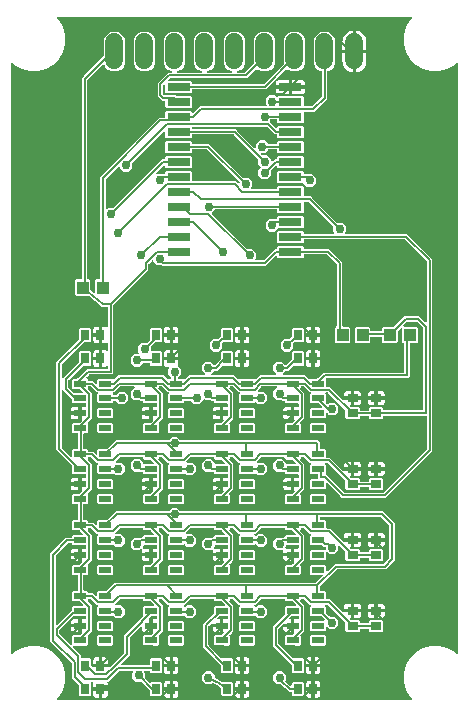
<source format=gbr>
G04 EAGLE Gerber RS-274X export*
G75*
%MOMM*%
%FSLAX34Y34*%
%LPD*%
%INTop Copper*%
%IPPOS*%
%AMOC8*
5,1,8,0,0,1.08239X$1,22.5*%
G01*
%ADD10R,0.900000X0.700000*%
%ADD11R,0.700000X0.900000*%
%ADD12R,1.950000X0.650000*%
%ADD13C,1.524000*%
%ADD14R,1.050000X0.550000*%
%ADD15R,1.000000X1.100000*%
%ADD16C,0.152400*%
%ADD17C,0.756400*%

G36*
X349606Y10934D02*
X349606Y10934D01*
X349678Y10936D01*
X349727Y10954D01*
X349778Y10962D01*
X349842Y10996D01*
X349909Y11021D01*
X349950Y11053D01*
X349996Y11078D01*
X350045Y11130D01*
X350101Y11174D01*
X350129Y11218D01*
X350165Y11256D01*
X350195Y11321D01*
X350234Y11381D01*
X350247Y11432D01*
X350269Y11479D01*
X350277Y11550D01*
X350294Y11620D01*
X350290Y11672D01*
X350296Y11723D01*
X350280Y11794D01*
X350275Y11865D01*
X350255Y11913D01*
X350243Y11964D01*
X350207Y12025D01*
X350179Y12091D01*
X350134Y12147D01*
X350117Y12175D01*
X350100Y12190D01*
X350074Y12222D01*
X348666Y13630D01*
X345156Y19709D01*
X343339Y26490D01*
X343339Y33510D01*
X345156Y40291D01*
X348666Y46370D01*
X353630Y51334D01*
X359709Y54844D01*
X366490Y56661D01*
X373510Y56661D01*
X380291Y54844D01*
X386370Y51334D01*
X387778Y49926D01*
X387836Y49884D01*
X387888Y49835D01*
X387935Y49813D01*
X387977Y49783D01*
X388046Y49762D01*
X388111Y49731D01*
X388163Y49726D01*
X388213Y49710D01*
X388284Y49712D01*
X388355Y49704D01*
X388406Y49715D01*
X388458Y49717D01*
X388526Y49741D01*
X388596Y49757D01*
X388641Y49783D01*
X388689Y49801D01*
X388745Y49846D01*
X388807Y49883D01*
X388841Y49922D01*
X388881Y49955D01*
X388920Y50015D01*
X388967Y50070D01*
X388986Y50118D01*
X389014Y50162D01*
X389032Y50231D01*
X389059Y50298D01*
X389067Y50369D01*
X389075Y50400D01*
X389073Y50424D01*
X389077Y50464D01*
X389077Y549536D01*
X389066Y549606D01*
X389064Y549678D01*
X389046Y549727D01*
X389038Y549778D01*
X389004Y549842D01*
X388979Y549909D01*
X388947Y549950D01*
X388922Y549996D01*
X388870Y550045D01*
X388826Y550101D01*
X388782Y550129D01*
X388744Y550165D01*
X388679Y550195D01*
X388619Y550234D01*
X388568Y550247D01*
X388521Y550269D01*
X388450Y550277D01*
X388380Y550294D01*
X388328Y550290D01*
X388277Y550296D01*
X388206Y550280D01*
X388135Y550275D01*
X388087Y550255D01*
X388036Y550243D01*
X387975Y550207D01*
X387909Y550179D01*
X387853Y550134D01*
X387825Y550117D01*
X387810Y550100D01*
X387778Y550074D01*
X386370Y548666D01*
X380291Y545156D01*
X373510Y543339D01*
X366490Y543339D01*
X359709Y545156D01*
X353630Y548666D01*
X348666Y553630D01*
X345156Y559709D01*
X343339Y566490D01*
X343339Y573510D01*
X345156Y580291D01*
X348666Y586370D01*
X350074Y587778D01*
X350116Y587836D01*
X350165Y587888D01*
X350187Y587935D01*
X350217Y587977D01*
X350238Y588046D01*
X350269Y588111D01*
X350274Y588163D01*
X350290Y588213D01*
X350288Y588284D01*
X350296Y588355D01*
X350285Y588406D01*
X350283Y588458D01*
X350259Y588526D01*
X350243Y588596D01*
X350217Y588641D01*
X350199Y588689D01*
X350154Y588745D01*
X350117Y588807D01*
X350078Y588841D01*
X350045Y588881D01*
X349985Y588920D01*
X349930Y588967D01*
X349882Y588986D01*
X349838Y589014D01*
X349769Y589032D01*
X349702Y589059D01*
X349631Y589067D01*
X349600Y589075D01*
X349576Y589073D01*
X349536Y589077D01*
X50464Y589077D01*
X50394Y589066D01*
X50322Y589064D01*
X50273Y589046D01*
X50222Y589038D01*
X50158Y589004D01*
X50091Y588979D01*
X50050Y588947D01*
X50004Y588922D01*
X49955Y588870D01*
X49899Y588826D01*
X49871Y588782D01*
X49835Y588744D01*
X49805Y588679D01*
X49766Y588619D01*
X49753Y588568D01*
X49731Y588521D01*
X49723Y588450D01*
X49706Y588380D01*
X49710Y588328D01*
X49704Y588277D01*
X49720Y588206D01*
X49725Y588135D01*
X49745Y588087D01*
X49757Y588036D01*
X49793Y587975D01*
X49821Y587909D01*
X49866Y587853D01*
X49883Y587825D01*
X49900Y587810D01*
X49926Y587778D01*
X51334Y586370D01*
X54844Y580291D01*
X56661Y573510D01*
X56661Y566490D01*
X54844Y559709D01*
X51334Y553630D01*
X46370Y548666D01*
X40291Y545156D01*
X33510Y543339D01*
X26490Y543339D01*
X19709Y545156D01*
X13630Y548666D01*
X12222Y550074D01*
X12164Y550116D01*
X12112Y550165D01*
X12065Y550187D01*
X12023Y550217D01*
X11954Y550238D01*
X11889Y550269D01*
X11837Y550274D01*
X11787Y550290D01*
X11716Y550288D01*
X11645Y550296D01*
X11594Y550285D01*
X11542Y550283D01*
X11474Y550259D01*
X11404Y550243D01*
X11359Y550217D01*
X11311Y550199D01*
X11255Y550154D01*
X11193Y550117D01*
X11159Y550078D01*
X11119Y550045D01*
X11080Y549985D01*
X11033Y549930D01*
X11014Y549882D01*
X10986Y549838D01*
X10968Y549769D01*
X10941Y549702D01*
X10933Y549631D01*
X10925Y549600D01*
X10927Y549576D01*
X10923Y549536D01*
X10923Y50464D01*
X10934Y50394D01*
X10936Y50322D01*
X10954Y50273D01*
X10962Y50222D01*
X10996Y50158D01*
X11021Y50091D01*
X11053Y50050D01*
X11078Y50004D01*
X11130Y49955D01*
X11174Y49899D01*
X11218Y49871D01*
X11256Y49835D01*
X11321Y49805D01*
X11381Y49766D01*
X11432Y49753D01*
X11479Y49731D01*
X11550Y49723D01*
X11620Y49706D01*
X11672Y49710D01*
X11723Y49704D01*
X11794Y49720D01*
X11865Y49725D01*
X11913Y49745D01*
X11964Y49757D01*
X12025Y49793D01*
X12091Y49821D01*
X12147Y49866D01*
X12175Y49883D01*
X12190Y49900D01*
X12222Y49926D01*
X13630Y51334D01*
X19709Y54844D01*
X26490Y56661D01*
X33510Y56661D01*
X40291Y54844D01*
X46370Y51334D01*
X51334Y46370D01*
X54844Y40291D01*
X56661Y33510D01*
X56661Y26490D01*
X54844Y19709D01*
X51334Y13630D01*
X49926Y12222D01*
X49884Y12164D01*
X49835Y12112D01*
X49813Y12065D01*
X49783Y12023D01*
X49762Y11954D01*
X49731Y11889D01*
X49726Y11837D01*
X49710Y11787D01*
X49712Y11716D01*
X49704Y11645D01*
X49715Y11594D01*
X49717Y11542D01*
X49741Y11474D01*
X49757Y11404D01*
X49783Y11359D01*
X49801Y11311D01*
X49846Y11255D01*
X49883Y11193D01*
X49922Y11159D01*
X49955Y11119D01*
X50015Y11080D01*
X50070Y11033D01*
X50118Y11014D01*
X50162Y10986D01*
X50231Y10968D01*
X50298Y10941D01*
X50369Y10933D01*
X50400Y10925D01*
X50424Y10927D01*
X50464Y10923D01*
X349536Y10923D01*
X349606Y10934D01*
G37*
%LPC*%
G36*
X69368Y13975D02*
X69368Y13975D01*
X68475Y14868D01*
X68475Y23226D01*
X68461Y23316D01*
X68453Y23407D01*
X68441Y23436D01*
X68436Y23468D01*
X68393Y23549D01*
X68357Y23633D01*
X68331Y23665D01*
X68320Y23686D01*
X68297Y23708D01*
X68252Y23764D01*
X62379Y29637D01*
X62379Y41386D01*
X62377Y41401D01*
X62378Y41412D01*
X62365Y41471D01*
X62365Y41477D01*
X62357Y41567D01*
X62345Y41597D01*
X62340Y41629D01*
X62297Y41710D01*
X62261Y41794D01*
X62235Y41826D01*
X62224Y41847D01*
X62201Y41869D01*
X62156Y41925D01*
X44068Y60013D01*
X44068Y134932D01*
X57473Y148337D01*
X61714Y148337D01*
X61734Y148340D01*
X61753Y148338D01*
X61855Y148360D01*
X61957Y148376D01*
X61974Y148386D01*
X61994Y148390D01*
X62083Y148443D01*
X62174Y148492D01*
X62188Y148506D01*
X62205Y148516D01*
X62272Y148595D01*
X62344Y148670D01*
X62352Y148688D01*
X62365Y148703D01*
X62404Y148799D01*
X62447Y148893D01*
X62449Y148913D01*
X62457Y148931D01*
X62475Y149098D01*
X62475Y149632D01*
X63368Y150525D01*
X71136Y150525D01*
X71207Y150536D01*
X71279Y150538D01*
X71328Y150556D01*
X71379Y150564D01*
X71443Y150598D01*
X71510Y150623D01*
X71551Y150655D01*
X71597Y150680D01*
X71646Y150732D01*
X71702Y150776D01*
X71730Y150820D01*
X71766Y150858D01*
X71796Y150923D01*
X71835Y150983D01*
X71848Y151034D01*
X71870Y151081D01*
X71877Y151152D01*
X71895Y151222D01*
X71891Y151274D01*
X71897Y151325D01*
X71881Y151396D01*
X71876Y151467D01*
X71855Y151515D01*
X71844Y151566D01*
X71808Y151627D01*
X71780Y151693D01*
X71735Y151749D01*
X71718Y151777D01*
X71700Y151792D01*
X71675Y151824D01*
X69247Y154252D01*
X69173Y154305D01*
X69103Y154365D01*
X69073Y154377D01*
X69047Y154396D01*
X68960Y154423D01*
X68875Y154457D01*
X68834Y154461D01*
X68812Y154468D01*
X68780Y154467D01*
X68708Y154475D01*
X63368Y154475D01*
X62475Y155368D01*
X62475Y162132D01*
X63368Y163025D01*
X66802Y163025D01*
X66822Y163028D01*
X66841Y163026D01*
X66943Y163048D01*
X67045Y163064D01*
X67062Y163074D01*
X67082Y163078D01*
X67171Y163131D01*
X67262Y163180D01*
X67276Y163194D01*
X67293Y163204D01*
X67360Y163283D01*
X67432Y163358D01*
X67440Y163376D01*
X67453Y163391D01*
X67492Y163487D01*
X67535Y163581D01*
X67537Y163601D01*
X67545Y163619D01*
X67563Y163786D01*
X67563Y176214D01*
X67560Y176234D01*
X67562Y176253D01*
X67540Y176355D01*
X67524Y176457D01*
X67514Y176474D01*
X67510Y176494D01*
X67457Y176583D01*
X67408Y176674D01*
X67394Y176688D01*
X67384Y176705D01*
X67305Y176772D01*
X67230Y176844D01*
X67212Y176852D01*
X67197Y176865D01*
X67101Y176904D01*
X67007Y176947D01*
X66987Y176949D01*
X66969Y176957D01*
X66802Y176975D01*
X63368Y176975D01*
X62475Y177868D01*
X62475Y184632D01*
X63368Y185525D01*
X68708Y185525D01*
X68798Y185539D01*
X68889Y185547D01*
X68919Y185559D01*
X68951Y185564D01*
X69032Y185607D01*
X69116Y185643D01*
X69148Y185669D01*
X69168Y185680D01*
X69191Y185703D01*
X69247Y185748D01*
X70659Y187160D01*
X70701Y187218D01*
X70750Y187270D01*
X70772Y187317D01*
X70802Y187359D01*
X70823Y187428D01*
X70854Y187493D01*
X70859Y187545D01*
X70875Y187595D01*
X70873Y187666D01*
X70881Y187737D01*
X70870Y187788D01*
X70868Y187840D01*
X70844Y187908D01*
X70828Y187978D01*
X70802Y188022D01*
X70784Y188071D01*
X70739Y188127D01*
X70702Y188189D01*
X70663Y188223D01*
X70630Y188263D01*
X70624Y188267D01*
X70624Y193137D01*
X70621Y193156D01*
X70623Y193176D01*
X70601Y193278D01*
X70585Y193380D01*
X70575Y193397D01*
X70571Y193417D01*
X70518Y193506D01*
X70469Y193597D01*
X70455Y193611D01*
X70445Y193628D01*
X70366Y193695D01*
X70309Y193749D01*
X70323Y193757D01*
X70337Y193771D01*
X70354Y193781D01*
X70421Y193860D01*
X70493Y193935D01*
X70501Y193953D01*
X70514Y193968D01*
X70553Y194065D01*
X70596Y194158D01*
X70598Y194178D01*
X70606Y194196D01*
X70624Y194363D01*
X70624Y199041D01*
X73738Y199041D01*
X73758Y199044D01*
X73777Y199042D01*
X73879Y199064D01*
X73981Y199080D01*
X73998Y199090D01*
X74018Y199094D01*
X74107Y199147D01*
X74198Y199196D01*
X74212Y199210D01*
X74229Y199220D01*
X74296Y199299D01*
X74368Y199374D01*
X74376Y199392D01*
X74389Y199407D01*
X74428Y199503D01*
X74471Y199597D01*
X74473Y199617D01*
X74481Y199635D01*
X74499Y199802D01*
X74499Y201214D01*
X74496Y201234D01*
X74498Y201253D01*
X74476Y201355D01*
X74460Y201457D01*
X74450Y201474D01*
X74446Y201494D01*
X74393Y201583D01*
X74344Y201674D01*
X74330Y201688D01*
X74320Y201705D01*
X74241Y201772D01*
X74166Y201844D01*
X74148Y201852D01*
X74133Y201865D01*
X74037Y201904D01*
X73943Y201947D01*
X73923Y201949D01*
X73905Y201957D01*
X73738Y201975D01*
X63368Y201975D01*
X62475Y202868D01*
X62475Y208930D01*
X62461Y209021D01*
X62453Y209111D01*
X62441Y209141D01*
X62436Y209173D01*
X62393Y209254D01*
X62357Y209338D01*
X62331Y209370D01*
X62320Y209391D01*
X62297Y209413D01*
X62252Y209469D01*
X49148Y222573D01*
X49148Y296857D01*
X68252Y315961D01*
X68305Y316035D01*
X68365Y316105D01*
X68377Y316135D01*
X68396Y316161D01*
X68423Y316248D01*
X68457Y316333D01*
X68461Y316374D01*
X68468Y316396D01*
X68467Y316428D01*
X68475Y316500D01*
X68475Y325132D01*
X69368Y326025D01*
X77632Y326025D01*
X78525Y325132D01*
X78525Y314868D01*
X77632Y313975D01*
X73050Y313975D01*
X72959Y313961D01*
X72869Y313953D01*
X72839Y313941D01*
X72807Y313936D01*
X72726Y313893D01*
X72642Y313857D01*
X72610Y313831D01*
X72589Y313820D01*
X72567Y313797D01*
X72511Y313752D01*
X53945Y295186D01*
X53892Y295112D01*
X53832Y295042D01*
X53820Y295012D01*
X53801Y294986D01*
X53774Y294899D01*
X53740Y294814D01*
X53736Y294773D01*
X53729Y294751D01*
X53730Y294719D01*
X53722Y294647D01*
X53722Y284218D01*
X53733Y284148D01*
X53735Y284076D01*
X53753Y284027D01*
X53761Y283976D01*
X53795Y283912D01*
X53820Y283845D01*
X53852Y283804D01*
X53877Y283758D01*
X53929Y283709D01*
X53973Y283653D01*
X54017Y283625D01*
X54055Y283589D01*
X54120Y283559D01*
X54180Y283520D01*
X54231Y283507D01*
X54278Y283485D01*
X54349Y283477D01*
X54419Y283460D01*
X54471Y283464D01*
X54522Y283458D01*
X54593Y283473D01*
X54664Y283479D01*
X54712Y283499D01*
X54763Y283510D01*
X54824Y283547D01*
X54890Y283575D01*
X54946Y283620D01*
X54974Y283637D01*
X54989Y283654D01*
X55021Y283680D01*
X56426Y285085D01*
X68252Y296911D01*
X68305Y296985D01*
X68365Y297055D01*
X68377Y297085D01*
X68396Y297111D01*
X68423Y297198D01*
X68457Y297283D01*
X68461Y297324D01*
X68468Y297346D01*
X68467Y297378D01*
X68475Y297449D01*
X68475Y305132D01*
X69368Y306025D01*
X77632Y306025D01*
X78525Y305132D01*
X78525Y294868D01*
X77632Y293975D01*
X72099Y293975D01*
X72009Y293961D01*
X71918Y293953D01*
X71889Y293941D01*
X71857Y293936D01*
X71776Y293893D01*
X71692Y293857D01*
X71660Y293831D01*
X71639Y293820D01*
X71617Y293797D01*
X71561Y293752D01*
X59660Y281851D01*
X59607Y281777D01*
X59547Y281707D01*
X59535Y281677D01*
X59516Y281651D01*
X59489Y281564D01*
X59455Y281479D01*
X59451Y281438D01*
X59444Y281416D01*
X59445Y281384D01*
X59437Y281313D01*
X59437Y275583D01*
X59451Y275492D01*
X59459Y275402D01*
X59471Y275372D01*
X59476Y275340D01*
X59519Y275259D01*
X59555Y275175D01*
X59581Y275143D01*
X59592Y275122D01*
X59615Y275100D01*
X59660Y275044D01*
X63956Y270748D01*
X64030Y270695D01*
X64100Y270635D01*
X64130Y270623D01*
X64156Y270604D01*
X64243Y270577D01*
X64328Y270543D01*
X64369Y270539D01*
X64391Y270532D01*
X64423Y270533D01*
X64495Y270525D01*
X71136Y270525D01*
X71207Y270536D01*
X71279Y270538D01*
X71328Y270556D01*
X71379Y270564D01*
X71443Y270598D01*
X71510Y270623D01*
X71551Y270655D01*
X71597Y270680D01*
X71646Y270732D01*
X71702Y270776D01*
X71730Y270820D01*
X71766Y270858D01*
X71796Y270923D01*
X71835Y270983D01*
X71848Y271034D01*
X71870Y271081D01*
X71877Y271152D01*
X71895Y271222D01*
X71891Y271274D01*
X71897Y271325D01*
X71881Y271396D01*
X71876Y271467D01*
X71855Y271515D01*
X71844Y271566D01*
X71808Y271627D01*
X71780Y271693D01*
X71735Y271749D01*
X71718Y271777D01*
X71700Y271792D01*
X71675Y271824D01*
X69247Y274252D01*
X69173Y274305D01*
X69103Y274365D01*
X69073Y274377D01*
X69047Y274396D01*
X68960Y274423D01*
X68875Y274457D01*
X68834Y274461D01*
X68812Y274468D01*
X68780Y274467D01*
X68708Y274475D01*
X63368Y274475D01*
X62475Y275368D01*
X62475Y282132D01*
X63368Y283025D01*
X66750Y283025D01*
X66841Y283039D01*
X66931Y283047D01*
X66961Y283059D01*
X66993Y283064D01*
X67074Y283107D01*
X67158Y283143D01*
X67190Y283169D01*
X67211Y283180D01*
X67233Y283203D01*
X67289Y283248D01*
X75253Y291212D01*
X92202Y291212D01*
X92222Y291215D01*
X92241Y291213D01*
X92343Y291235D01*
X92445Y291251D01*
X92462Y291261D01*
X92482Y291265D01*
X92571Y291318D01*
X92662Y291367D01*
X92676Y291381D01*
X92693Y291391D01*
X92760Y291470D01*
X92832Y291545D01*
X92840Y291563D01*
X92853Y291578D01*
X92892Y291674D01*
X92935Y291768D01*
X92937Y291788D01*
X92945Y291806D01*
X92963Y291973D01*
X92963Y293032D01*
X92952Y293103D01*
X92950Y293175D01*
X92932Y293224D01*
X92924Y293275D01*
X92890Y293338D01*
X92865Y293406D01*
X92833Y293446D01*
X92808Y293492D01*
X92756Y293542D01*
X92712Y293598D01*
X92668Y293626D01*
X92630Y293662D01*
X92565Y293692D01*
X92505Y293731D01*
X92454Y293744D01*
X92407Y293765D01*
X92336Y293773D01*
X92266Y293791D01*
X92214Y293787D01*
X92163Y293793D01*
X92092Y293777D01*
X92021Y293772D01*
X91973Y293751D01*
X91922Y293740D01*
X91861Y293703D01*
X91795Y293675D01*
X91739Y293631D01*
X91711Y293614D01*
X91696Y293596D01*
X91664Y293571D01*
X91560Y293467D01*
X90981Y293132D01*
X90334Y292959D01*
X88023Y292959D01*
X88023Y299238D01*
X88020Y299258D01*
X88022Y299277D01*
X88000Y299379D01*
X87983Y299481D01*
X87974Y299498D01*
X87970Y299518D01*
X87917Y299607D01*
X87868Y299698D01*
X87854Y299712D01*
X87844Y299729D01*
X87765Y299796D01*
X87690Y299867D01*
X87672Y299876D01*
X87657Y299889D01*
X87561Y299928D01*
X87467Y299971D01*
X87447Y299973D01*
X87429Y299981D01*
X87262Y299999D01*
X86499Y299999D01*
X86499Y300001D01*
X87262Y300001D01*
X87282Y300004D01*
X87301Y300002D01*
X87403Y300024D01*
X87505Y300041D01*
X87522Y300050D01*
X87542Y300054D01*
X87631Y300107D01*
X87722Y300156D01*
X87736Y300170D01*
X87753Y300180D01*
X87820Y300259D01*
X87891Y300334D01*
X87900Y300352D01*
X87913Y300367D01*
X87952Y300463D01*
X87995Y300557D01*
X87997Y300577D01*
X88005Y300595D01*
X88023Y300762D01*
X88023Y307041D01*
X90335Y307041D01*
X90981Y306868D01*
X91560Y306533D01*
X91664Y306429D01*
X91722Y306388D01*
X91774Y306338D01*
X91821Y306316D01*
X91863Y306286D01*
X91932Y306265D01*
X91997Y306235D01*
X92049Y306229D01*
X92098Y306213D01*
X92170Y306215D01*
X92241Y306207D01*
X92292Y306219D01*
X92344Y306220D01*
X92412Y306244D01*
X92482Y306260D01*
X92527Y306286D01*
X92575Y306304D01*
X92631Y306349D01*
X92693Y306386D01*
X92727Y306425D01*
X92767Y306458D01*
X92806Y306518D01*
X92853Y306573D01*
X92872Y306621D01*
X92900Y306665D01*
X92918Y306734D01*
X92945Y306801D01*
X92953Y306872D01*
X92961Y306903D01*
X92959Y306927D01*
X92963Y306968D01*
X92963Y313032D01*
X92952Y313103D01*
X92950Y313175D01*
X92932Y313224D01*
X92924Y313275D01*
X92890Y313338D01*
X92865Y313406D01*
X92833Y313446D01*
X92808Y313492D01*
X92756Y313542D01*
X92712Y313598D01*
X92668Y313626D01*
X92630Y313662D01*
X92565Y313692D01*
X92505Y313731D01*
X92454Y313744D01*
X92407Y313765D01*
X92336Y313773D01*
X92266Y313791D01*
X92214Y313787D01*
X92163Y313793D01*
X92092Y313777D01*
X92021Y313772D01*
X91973Y313751D01*
X91922Y313740D01*
X91861Y313703D01*
X91795Y313675D01*
X91739Y313631D01*
X91711Y313614D01*
X91696Y313596D01*
X91664Y313571D01*
X91560Y313467D01*
X90981Y313132D01*
X90334Y312959D01*
X88023Y312959D01*
X88023Y319238D01*
X88021Y319254D01*
X88022Y319268D01*
X88021Y319271D01*
X88022Y319277D01*
X88000Y319379D01*
X87983Y319481D01*
X87974Y319498D01*
X87970Y319518D01*
X87917Y319607D01*
X87868Y319698D01*
X87854Y319712D01*
X87844Y319729D01*
X87765Y319796D01*
X87690Y319867D01*
X87672Y319876D01*
X87657Y319889D01*
X87561Y319928D01*
X87467Y319971D01*
X87447Y319973D01*
X87429Y319981D01*
X87262Y319999D01*
X86499Y319999D01*
X86499Y320001D01*
X87262Y320001D01*
X87282Y320004D01*
X87301Y320002D01*
X87403Y320024D01*
X87505Y320041D01*
X87522Y320050D01*
X87542Y320054D01*
X87631Y320107D01*
X87722Y320156D01*
X87736Y320170D01*
X87753Y320180D01*
X87820Y320259D01*
X87891Y320334D01*
X87900Y320352D01*
X87913Y320367D01*
X87952Y320463D01*
X87995Y320557D01*
X87997Y320577D01*
X88005Y320595D01*
X88023Y320762D01*
X88023Y327041D01*
X90335Y327041D01*
X90981Y326868D01*
X91560Y326533D01*
X91664Y326429D01*
X91722Y326388D01*
X91774Y326338D01*
X91821Y326316D01*
X91863Y326286D01*
X91932Y326265D01*
X91997Y326235D01*
X92049Y326229D01*
X92098Y326213D01*
X92170Y326215D01*
X92241Y326207D01*
X92292Y326219D01*
X92344Y326220D01*
X92412Y326244D01*
X92482Y326260D01*
X92527Y326286D01*
X92575Y326304D01*
X92631Y326349D01*
X92693Y326386D01*
X92727Y326425D01*
X92767Y326458D01*
X92806Y326518D01*
X92853Y326573D01*
X92872Y326621D01*
X92900Y326665D01*
X92918Y326734D01*
X92945Y326801D01*
X92953Y326872D01*
X92961Y326903D01*
X92959Y326927D01*
X92963Y326968D01*
X92963Y343027D01*
X92960Y343047D01*
X92962Y343066D01*
X92940Y343168D01*
X92924Y343270D01*
X92914Y343287D01*
X92910Y343307D01*
X92857Y343396D01*
X92808Y343487D01*
X92794Y343501D01*
X92784Y343518D01*
X92705Y343585D01*
X92630Y343657D01*
X92612Y343665D01*
X92597Y343678D01*
X92501Y343717D01*
X92407Y343760D01*
X92387Y343762D01*
X92369Y343770D01*
X92202Y343788D01*
X89001Y343788D01*
X88973Y343784D01*
X88918Y343784D01*
X88113Y343696D01*
X88089Y343705D01*
X88025Y343742D01*
X87976Y343751D01*
X87929Y343770D01*
X87904Y343773D01*
X87336Y344341D01*
X87313Y344357D01*
X87274Y344396D01*
X76802Y352808D01*
X76759Y352832D01*
X76721Y352865D01*
X76652Y352892D01*
X76588Y352929D01*
X76539Y352938D01*
X76492Y352957D01*
X76372Y352970D01*
X76347Y352975D01*
X76338Y352974D01*
X76326Y352975D01*
X65868Y352975D01*
X64975Y353868D01*
X64975Y366132D01*
X65868Y367025D01*
X69977Y367025D01*
X69997Y367028D01*
X70016Y367026D01*
X70118Y367048D01*
X70220Y367064D01*
X70237Y367074D01*
X70257Y367078D01*
X70346Y367131D01*
X70437Y367180D01*
X70451Y367194D01*
X70468Y367204D01*
X70535Y367283D01*
X70607Y367358D01*
X70615Y367376D01*
X70628Y367391D01*
X70667Y367487D01*
X70710Y367581D01*
X70712Y367601D01*
X70720Y367619D01*
X70738Y367786D01*
X70738Y537522D01*
X72301Y539085D01*
X89032Y555816D01*
X89085Y555890D01*
X89145Y555960D01*
X89157Y555990D01*
X89176Y556016D01*
X89203Y556103D01*
X89237Y556188D01*
X89241Y556229D01*
X89248Y556251D01*
X89247Y556283D01*
X89255Y556354D01*
X89255Y569439D01*
X90647Y572800D01*
X93220Y575373D01*
X96581Y576765D01*
X100219Y576765D01*
X103580Y575373D01*
X106153Y572800D01*
X107545Y569439D01*
X107545Y550561D01*
X106153Y547200D01*
X103580Y544627D01*
X100219Y543235D01*
X96581Y543235D01*
X93220Y544627D01*
X90647Y547200D01*
X89981Y548809D01*
X89957Y548848D01*
X89941Y548891D01*
X89893Y548952D01*
X89852Y549018D01*
X89816Y549047D01*
X89787Y549083D01*
X89722Y549125D01*
X89662Y549175D01*
X89619Y549191D01*
X89581Y549216D01*
X89505Y549235D01*
X89432Y549263D01*
X89387Y549265D01*
X89342Y549276D01*
X89265Y549270D01*
X89187Y549273D01*
X89143Y549260D01*
X89097Y549257D01*
X89025Y549226D01*
X88950Y549205D01*
X88913Y549178D01*
X88871Y549160D01*
X88764Y549075D01*
X88748Y549064D01*
X88745Y549060D01*
X88740Y549056D01*
X75535Y535851D01*
X75482Y535777D01*
X75422Y535707D01*
X75410Y535677D01*
X75391Y535651D01*
X75364Y535564D01*
X75330Y535479D01*
X75326Y535438D01*
X75319Y535416D01*
X75320Y535384D01*
X75312Y535312D01*
X75312Y367786D01*
X75315Y367766D01*
X75313Y367747D01*
X75335Y367645D01*
X75351Y367543D01*
X75361Y367526D01*
X75365Y367506D01*
X75418Y367417D01*
X75467Y367326D01*
X75481Y367312D01*
X75491Y367295D01*
X75570Y367228D01*
X75645Y367156D01*
X75663Y367148D01*
X75678Y367135D01*
X75774Y367096D01*
X75868Y367053D01*
X75888Y367051D01*
X75906Y367043D01*
X76073Y367025D01*
X77132Y367025D01*
X78025Y366132D01*
X78025Y358057D01*
X78026Y358048D01*
X78025Y358038D01*
X78046Y357926D01*
X78064Y357814D01*
X78069Y357806D01*
X78071Y357797D01*
X78083Y357775D01*
X78083Y357773D01*
X78095Y357754D01*
X78127Y357697D01*
X78180Y357597D01*
X78186Y357590D01*
X78191Y357582D01*
X78207Y357566D01*
X78209Y357562D01*
X78222Y357551D01*
X78309Y357463D01*
X80737Y355513D01*
X80764Y355498D01*
X80786Y355477D01*
X80870Y355438D01*
X80951Y355392D01*
X80981Y355386D01*
X81009Y355373D01*
X81101Y355363D01*
X81193Y355346D01*
X81223Y355350D01*
X81253Y355346D01*
X81344Y355366D01*
X81437Y355379D01*
X81464Y355392D01*
X81494Y355399D01*
X81574Y355446D01*
X81657Y355488D01*
X81679Y355509D01*
X81705Y355525D01*
X81765Y355595D01*
X81831Y355661D01*
X81845Y355688D01*
X81865Y355712D01*
X81900Y355798D01*
X81941Y355881D01*
X81945Y355911D01*
X81957Y355940D01*
X81975Y356106D01*
X81975Y366132D01*
X82868Y367025D01*
X85602Y367025D01*
X85622Y367028D01*
X85641Y367026D01*
X85743Y367048D01*
X85845Y367064D01*
X85862Y367074D01*
X85882Y367078D01*
X85971Y367131D01*
X86062Y367180D01*
X86076Y367194D01*
X86093Y367204D01*
X86160Y367283D01*
X86232Y367358D01*
X86240Y367376D01*
X86253Y367391D01*
X86292Y367487D01*
X86335Y367581D01*
X86337Y367601D01*
X86345Y367619D01*
X86363Y367786D01*
X86363Y453779D01*
X136394Y503810D01*
X140714Y503810D01*
X140734Y503813D01*
X140753Y503811D01*
X140855Y503833D01*
X140957Y503849D01*
X140974Y503859D01*
X140994Y503863D01*
X141083Y503916D01*
X141174Y503965D01*
X141188Y503979D01*
X141205Y503989D01*
X141272Y504068D01*
X141344Y504143D01*
X141352Y504161D01*
X141365Y504176D01*
X141404Y504272D01*
X141447Y504366D01*
X141449Y504386D01*
X141457Y504404D01*
X141475Y504571D01*
X141475Y508332D01*
X142368Y509225D01*
X163132Y509225D01*
X164160Y508196D01*
X164177Y508184D01*
X164189Y508169D01*
X164276Y508113D01*
X164360Y508052D01*
X164379Y508047D01*
X164396Y508036D01*
X164496Y508010D01*
X164595Y507980D01*
X164615Y507981D01*
X164634Y507976D01*
X164737Y507984D01*
X164841Y507986D01*
X164860Y507993D01*
X164880Y507995D01*
X164974Y508035D01*
X165072Y508071D01*
X165088Y508083D01*
X165106Y508091D01*
X165237Y508196D01*
X168940Y511899D01*
X170503Y513462D01*
X226496Y513462D01*
X226566Y513473D01*
X226638Y513475D01*
X226687Y513493D01*
X226738Y513501D01*
X226802Y513535D01*
X226869Y513560D01*
X226910Y513592D01*
X226956Y513617D01*
X227005Y513669D01*
X227061Y513713D01*
X227089Y513757D01*
X227125Y513795D01*
X227155Y513860D01*
X227194Y513920D01*
X227207Y513971D01*
X227229Y514018D01*
X227237Y514089D01*
X227254Y514159D01*
X227250Y514211D01*
X227256Y514262D01*
X227241Y514333D01*
X227235Y514404D01*
X227215Y514452D01*
X227204Y514503D01*
X227167Y514564D01*
X227139Y514630D01*
X227094Y514686D01*
X227077Y514714D01*
X227060Y514729D01*
X227034Y514761D01*
X226468Y515327D01*
X226468Y519723D01*
X229577Y522832D01*
X233973Y522832D01*
X235336Y521469D01*
X235352Y521457D01*
X235365Y521442D01*
X235452Y521386D01*
X235536Y521325D01*
X235555Y521319D01*
X235572Y521309D01*
X235672Y521283D01*
X235771Y521253D01*
X235791Y521253D01*
X235810Y521249D01*
X235913Y521257D01*
X236017Y521259D01*
X236036Y521266D01*
X236055Y521268D01*
X236150Y521308D01*
X236248Y521344D01*
X236263Y521356D01*
X236282Y521364D01*
X236413Y521469D01*
X236868Y521925D01*
X257632Y521925D01*
X258525Y521032D01*
X258525Y514223D01*
X258528Y514203D01*
X258526Y514184D01*
X258548Y514082D01*
X258564Y513980D01*
X258574Y513963D01*
X258578Y513943D01*
X258631Y513854D01*
X258680Y513763D01*
X258694Y513749D01*
X258704Y513732D01*
X258783Y513665D01*
X258858Y513593D01*
X258876Y513585D01*
X258891Y513572D01*
X258987Y513533D01*
X259081Y513490D01*
X259101Y513488D01*
X259119Y513480D01*
X259286Y513462D01*
X265437Y513462D01*
X265528Y513476D01*
X265618Y513484D01*
X265648Y513496D01*
X265680Y513501D01*
X265761Y513544D01*
X265845Y513580D01*
X265877Y513606D01*
X265898Y513617D01*
X265920Y513640D01*
X265976Y513685D01*
X273715Y521424D01*
X273768Y521498D01*
X273828Y521568D01*
X273840Y521598D01*
X273859Y521624D01*
X273886Y521711D01*
X273920Y521796D01*
X273924Y521837D01*
X273931Y521859D01*
X273930Y521891D01*
X273938Y521963D01*
X273938Y542910D01*
X273919Y543025D01*
X273902Y543141D01*
X273900Y543147D01*
X273899Y543153D01*
X273844Y543255D01*
X273791Y543360D01*
X273786Y543365D01*
X273783Y543370D01*
X273699Y543450D01*
X273615Y543532D01*
X273609Y543536D01*
X273605Y543540D01*
X273588Y543547D01*
X273468Y543613D01*
X271020Y544627D01*
X268447Y547200D01*
X267055Y550561D01*
X267055Y569439D01*
X268447Y572800D01*
X271020Y575373D01*
X274381Y576765D01*
X278019Y576765D01*
X281380Y575373D01*
X283953Y572800D01*
X285345Y569439D01*
X285345Y550561D01*
X283953Y547200D01*
X281380Y544627D01*
X278982Y543634D01*
X278882Y543572D01*
X278782Y543512D01*
X278778Y543508D01*
X278773Y543504D01*
X278698Y543415D01*
X278622Y543326D01*
X278620Y543320D01*
X278616Y543315D01*
X278574Y543207D01*
X278530Y543097D01*
X278529Y543090D01*
X278528Y543085D01*
X278527Y543067D01*
X278512Y542931D01*
X278512Y519753D01*
X267647Y508888D01*
X259286Y508888D01*
X259266Y508885D01*
X259247Y508887D01*
X259145Y508865D01*
X259043Y508849D01*
X259026Y508839D01*
X259006Y508835D01*
X258917Y508782D01*
X258826Y508733D01*
X258812Y508719D01*
X258795Y508709D01*
X258728Y508630D01*
X258656Y508555D01*
X258648Y508537D01*
X258635Y508522D01*
X258596Y508426D01*
X258553Y508332D01*
X258551Y508312D01*
X258543Y508294D01*
X258525Y508127D01*
X258525Y500568D01*
X257632Y499675D01*
X236868Y499675D01*
X235975Y500568D01*
X235975Y501777D01*
X235972Y501797D01*
X235974Y501816D01*
X235952Y501918D01*
X235936Y502020D01*
X235926Y502037D01*
X235922Y502057D01*
X235869Y502146D01*
X235820Y502237D01*
X235806Y502251D01*
X235796Y502268D01*
X235717Y502335D01*
X235642Y502407D01*
X235624Y502415D01*
X235609Y502428D01*
X235513Y502467D01*
X235419Y502510D01*
X235399Y502512D01*
X235381Y502520D01*
X235214Y502538D01*
X230958Y502538D01*
X230868Y502524D01*
X230777Y502516D01*
X230748Y502504D01*
X230716Y502499D01*
X230635Y502456D01*
X230551Y502420D01*
X230519Y502394D01*
X230498Y502383D01*
X230476Y502360D01*
X230420Y502315D01*
X229745Y501640D01*
X229734Y501624D01*
X229718Y501612D01*
X229662Y501524D01*
X229602Y501441D01*
X229596Y501422D01*
X229585Y501405D01*
X229560Y501304D01*
X229529Y501205D01*
X229530Y501186D01*
X229525Y501166D01*
X229533Y501063D01*
X229536Y500960D01*
X229543Y500941D01*
X229544Y500921D01*
X229584Y500826D01*
X229620Y500729D01*
X229633Y500713D01*
X229640Y500695D01*
X229745Y500564D01*
X234788Y495521D01*
X234804Y495509D01*
X234817Y495494D01*
X234904Y495438D01*
X234988Y495377D01*
X235007Y495371D01*
X235024Y495361D01*
X235124Y495335D01*
X235223Y495305D01*
X235243Y495306D01*
X235262Y495301D01*
X235365Y495309D01*
X235469Y495311D01*
X235488Y495318D01*
X235507Y495320D01*
X235602Y495360D01*
X235700Y495396D01*
X235715Y495408D01*
X235734Y495416D01*
X235865Y495521D01*
X236868Y496525D01*
X257632Y496525D01*
X258525Y495632D01*
X258525Y487868D01*
X257632Y486975D01*
X236868Y486975D01*
X235975Y487868D01*
X235975Y489077D01*
X235972Y489097D01*
X235974Y489116D01*
X235952Y489218D01*
X235936Y489320D01*
X235926Y489337D01*
X235922Y489357D01*
X235869Y489446D01*
X235820Y489537D01*
X235806Y489551D01*
X235796Y489568D01*
X235717Y489635D01*
X235642Y489707D01*
X235624Y489715D01*
X235609Y489728D01*
X235513Y489767D01*
X235419Y489810D01*
X235399Y489812D01*
X235381Y489820D01*
X235214Y489838D01*
X234003Y489838D01*
X227876Y495965D01*
X227802Y496018D01*
X227732Y496078D01*
X227702Y496090D01*
X227676Y496109D01*
X227589Y496136D01*
X227504Y496170D01*
X227463Y496174D01*
X227441Y496181D01*
X227409Y496180D01*
X227337Y496188D01*
X164786Y496188D01*
X164766Y496185D01*
X164747Y496187D01*
X164645Y496165D01*
X164543Y496149D01*
X164526Y496139D01*
X164506Y496135D01*
X164417Y496082D01*
X164326Y496033D01*
X164312Y496019D01*
X164295Y496009D01*
X164228Y495930D01*
X164156Y495855D01*
X164148Y495837D01*
X164135Y495822D01*
X164096Y495726D01*
X164053Y495632D01*
X164051Y495612D01*
X164043Y495594D01*
X164025Y495427D01*
X164025Y495173D01*
X164028Y495153D01*
X164026Y495134D01*
X164048Y495032D01*
X164064Y494930D01*
X164074Y494913D01*
X164078Y494893D01*
X164131Y494804D01*
X164180Y494713D01*
X164194Y494699D01*
X164204Y494682D01*
X164283Y494615D01*
X164358Y494543D01*
X164376Y494535D01*
X164391Y494522D01*
X164487Y494483D01*
X164581Y494440D01*
X164601Y494438D01*
X164619Y494430D01*
X164786Y494412D01*
X200972Y494412D01*
X202535Y492849D01*
X216914Y478470D01*
X216972Y478428D01*
X217024Y478379D01*
X217071Y478357D01*
X217113Y478327D01*
X217182Y478306D01*
X217247Y478275D01*
X217299Y478270D01*
X217349Y478254D01*
X217420Y478256D01*
X217491Y478248D01*
X217542Y478259D01*
X217594Y478261D01*
X217662Y478285D01*
X217732Y478300D01*
X217777Y478327D01*
X217825Y478345D01*
X217881Y478390D01*
X217943Y478427D01*
X217977Y478466D01*
X218017Y478499D01*
X218056Y478559D01*
X218103Y478614D01*
X218122Y478662D01*
X218150Y478706D01*
X218168Y478775D01*
X218195Y478842D01*
X218203Y478913D01*
X218211Y478944D01*
X218209Y478968D01*
X218213Y479008D01*
X218213Y481623D01*
X221322Y484732D01*
X225718Y484732D01*
X228515Y481935D01*
X228589Y481882D01*
X228659Y481822D01*
X228689Y481810D01*
X228715Y481791D01*
X228802Y481764D01*
X228887Y481730D01*
X228928Y481726D01*
X228950Y481719D01*
X228982Y481720D01*
X229053Y481712D01*
X235214Y481712D01*
X235234Y481715D01*
X235253Y481713D01*
X235355Y481735D01*
X235457Y481751D01*
X235474Y481761D01*
X235494Y481765D01*
X235583Y481818D01*
X235674Y481867D01*
X235688Y481881D01*
X235705Y481891D01*
X235772Y481970D01*
X235844Y482045D01*
X235852Y482063D01*
X235865Y482078D01*
X235904Y482174D01*
X235947Y482268D01*
X235949Y482288D01*
X235957Y482306D01*
X235975Y482473D01*
X235975Y482932D01*
X236868Y483825D01*
X257632Y483825D01*
X258525Y482932D01*
X258525Y475168D01*
X257632Y474275D01*
X236868Y474275D01*
X235975Y475168D01*
X235975Y476377D01*
X235972Y476397D01*
X235974Y476416D01*
X235952Y476518D01*
X235936Y476620D01*
X235926Y476637D01*
X235922Y476657D01*
X235869Y476746D01*
X235820Y476837D01*
X235806Y476851D01*
X235796Y476868D01*
X235717Y476935D01*
X235642Y477007D01*
X235624Y477015D01*
X235609Y477028D01*
X235513Y477067D01*
X235419Y477110D01*
X235399Y477112D01*
X235381Y477120D01*
X235214Y477138D01*
X229053Y477138D01*
X228963Y477124D01*
X228872Y477116D01*
X228843Y477104D01*
X228811Y477099D01*
X228730Y477056D01*
X228646Y477020D01*
X228614Y476994D01*
X228593Y476983D01*
X228571Y476960D01*
X228515Y476915D01*
X225718Y474118D01*
X223103Y474118D01*
X223033Y474107D01*
X222961Y474105D01*
X222912Y474087D01*
X222861Y474079D01*
X222797Y474045D01*
X222730Y474020D01*
X222689Y473988D01*
X222643Y473963D01*
X222594Y473912D01*
X222538Y473867D01*
X222510Y473823D01*
X222474Y473785D01*
X222444Y473720D01*
X222405Y473660D01*
X222392Y473609D01*
X222370Y473562D01*
X222362Y473491D01*
X222345Y473421D01*
X222349Y473369D01*
X222343Y473318D01*
X222358Y473247D01*
X222364Y473176D01*
X222384Y473128D01*
X222395Y473077D01*
X222432Y473016D01*
X222460Y472950D01*
X222505Y472894D01*
X222522Y472866D01*
X222539Y472851D01*
X222565Y472819D01*
X223129Y472255D01*
X223203Y472202D01*
X223273Y472142D01*
X223303Y472130D01*
X223329Y472111D01*
X223416Y472084D01*
X223501Y472050D01*
X223542Y472046D01*
X223564Y472039D01*
X223596Y472040D01*
X223667Y472032D01*
X227623Y472032D01*
X230732Y468923D01*
X230732Y467578D01*
X230743Y467508D01*
X230745Y467436D01*
X230763Y467387D01*
X230771Y467336D01*
X230805Y467272D01*
X230830Y467205D01*
X230862Y467164D01*
X230887Y467118D01*
X230938Y467069D01*
X230983Y467013D01*
X231027Y466985D01*
X231065Y466949D01*
X231130Y466919D01*
X231190Y466880D01*
X231241Y466867D01*
X231288Y466845D01*
X231359Y466837D01*
X231429Y466820D01*
X231481Y466824D01*
X231532Y466818D01*
X231603Y466833D01*
X231674Y466839D01*
X231722Y466859D01*
X231773Y466870D01*
X231834Y466907D01*
X231900Y466935D01*
X231956Y466980D01*
X231984Y466997D01*
X231999Y467014D01*
X232031Y467040D01*
X232440Y467449D01*
X234003Y469012D01*
X235214Y469012D01*
X235234Y469015D01*
X235253Y469013D01*
X235355Y469035D01*
X235457Y469051D01*
X235474Y469061D01*
X235494Y469065D01*
X235583Y469118D01*
X235674Y469167D01*
X235688Y469181D01*
X235705Y469191D01*
X235772Y469270D01*
X235844Y469345D01*
X235852Y469363D01*
X235865Y469378D01*
X235904Y469474D01*
X235947Y469568D01*
X235949Y469588D01*
X235957Y469606D01*
X235975Y469773D01*
X235975Y470232D01*
X236868Y471125D01*
X257632Y471125D01*
X258525Y470232D01*
X258525Y462468D01*
X257632Y461575D01*
X236868Y461575D01*
X235975Y462468D01*
X235975Y462679D01*
X235964Y462749D01*
X235962Y462821D01*
X235944Y462870D01*
X235936Y462921D01*
X235902Y462985D01*
X235877Y463052D01*
X235845Y463093D01*
X235820Y463139D01*
X235768Y463188D01*
X235724Y463244D01*
X235680Y463272D01*
X235642Y463308D01*
X235577Y463338D01*
X235517Y463377D01*
X235466Y463390D01*
X235419Y463412D01*
X235348Y463420D01*
X235278Y463437D01*
X235226Y463433D01*
X235175Y463439D01*
X235104Y463424D01*
X235033Y463418D01*
X234985Y463398D01*
X234934Y463387D01*
X234873Y463350D01*
X234807Y463322D01*
X234751Y463277D01*
X234723Y463260D01*
X234708Y463243D01*
X234676Y463217D01*
X230955Y459496D01*
X230902Y459422D01*
X230842Y459352D01*
X230830Y459322D01*
X230811Y459296D01*
X230784Y459209D01*
X230750Y459124D01*
X230746Y459083D01*
X230739Y459061D01*
X230740Y459029D01*
X230732Y458957D01*
X230732Y455002D01*
X227623Y451893D01*
X223227Y451893D01*
X220118Y455002D01*
X220118Y459398D01*
X222144Y461424D01*
X222156Y461440D01*
X222172Y461453D01*
X222228Y461540D01*
X222288Y461624D01*
X222294Y461643D01*
X222305Y461660D01*
X222330Y461760D01*
X222360Y461859D01*
X222360Y461879D01*
X222365Y461898D01*
X222357Y462001D01*
X222354Y462105D01*
X222347Y462124D01*
X222345Y462144D01*
X222305Y462238D01*
X222269Y462336D01*
X222257Y462352D01*
X222249Y462370D01*
X222144Y462501D01*
X220118Y464527D01*
X220118Y468483D01*
X220104Y468573D01*
X220096Y468664D01*
X220084Y468693D01*
X220079Y468725D01*
X220036Y468806D01*
X220000Y468890D01*
X219974Y468922D01*
X219963Y468943D01*
X219940Y468965D01*
X219895Y469021D01*
X199301Y489615D01*
X199227Y489668D01*
X199157Y489728D01*
X199127Y489740D01*
X199101Y489759D01*
X199014Y489786D01*
X198929Y489820D01*
X198888Y489824D01*
X198866Y489831D01*
X198834Y489830D01*
X198762Y489838D01*
X164786Y489838D01*
X164766Y489835D01*
X164747Y489837D01*
X164645Y489815D01*
X164543Y489799D01*
X164526Y489789D01*
X164506Y489785D01*
X164417Y489732D01*
X164326Y489683D01*
X164312Y489669D01*
X164295Y489659D01*
X164228Y489580D01*
X164156Y489505D01*
X164148Y489487D01*
X164135Y489472D01*
X164096Y489376D01*
X164053Y489282D01*
X164051Y489262D01*
X164043Y489244D01*
X164025Y489077D01*
X164025Y487868D01*
X163132Y486975D01*
X142368Y486975D01*
X141475Y487868D01*
X141475Y492004D01*
X141464Y492074D01*
X141462Y492146D01*
X141444Y492195D01*
X141436Y492246D01*
X141402Y492310D01*
X141377Y492377D01*
X141345Y492418D01*
X141320Y492464D01*
X141269Y492513D01*
X141224Y492569D01*
X141180Y492597D01*
X141142Y492633D01*
X141077Y492663D01*
X141017Y492702D01*
X140966Y492715D01*
X140919Y492737D01*
X140848Y492745D01*
X140778Y492762D01*
X140726Y492758D01*
X140675Y492764D01*
X140604Y492749D01*
X140533Y492743D01*
X140485Y492723D01*
X140434Y492712D01*
X140373Y492675D01*
X140307Y492647D01*
X140251Y492602D01*
X140223Y492585D01*
X140208Y492568D01*
X140176Y492542D01*
X113480Y465846D01*
X113427Y465772D01*
X113367Y465702D01*
X113355Y465672D01*
X113336Y465646D01*
X113309Y465559D01*
X113275Y465474D01*
X113271Y465433D01*
X113264Y465411D01*
X113265Y465379D01*
X113257Y465308D01*
X113257Y461352D01*
X110148Y458243D01*
X105752Y458243D01*
X102643Y461352D01*
X102643Y461753D01*
X102632Y461824D01*
X102630Y461895D01*
X102612Y461944D01*
X102604Y461996D01*
X102570Y462059D01*
X102545Y462126D01*
X102513Y462167D01*
X102488Y462213D01*
X102436Y462263D01*
X102392Y462319D01*
X102348Y462347D01*
X102310Y462383D01*
X102245Y462413D01*
X102185Y462452D01*
X102134Y462464D01*
X102087Y462486D01*
X102016Y462494D01*
X101946Y462512D01*
X101894Y462508D01*
X101843Y462513D01*
X101772Y462498D01*
X101701Y462492D01*
X101653Y462472D01*
X101602Y462461D01*
X101541Y462424D01*
X101475Y462396D01*
X101419Y462351D01*
X101391Y462335D01*
X101376Y462317D01*
X101344Y462291D01*
X91160Y452107D01*
X91107Y452033D01*
X91047Y451964D01*
X91035Y451934D01*
X91016Y451908D01*
X90989Y451821D01*
X90955Y451736D01*
X90951Y451695D01*
X90944Y451672D01*
X90945Y451640D01*
X90937Y451569D01*
X90937Y427304D01*
X90938Y427294D01*
X90938Y427287D01*
X90945Y427253D01*
X90948Y427234D01*
X90950Y427162D01*
X90968Y427113D01*
X90976Y427062D01*
X91010Y426998D01*
X91035Y426931D01*
X91067Y426890D01*
X91092Y426844D01*
X91144Y426795D01*
X91188Y426739D01*
X91232Y426711D01*
X91270Y426675D01*
X91335Y426645D01*
X91395Y426606D01*
X91446Y426593D01*
X91493Y426571D01*
X91564Y426563D01*
X91634Y426546D01*
X91686Y426550D01*
X91737Y426544D01*
X91808Y426559D01*
X91879Y426565D01*
X91927Y426585D01*
X91978Y426596D01*
X92039Y426633D01*
X92105Y426661D01*
X92161Y426706D01*
X92189Y426723D01*
X92204Y426740D01*
X92236Y426766D01*
X93052Y427582D01*
X97007Y427582D01*
X97098Y427596D01*
X97188Y427604D01*
X97218Y427616D01*
X97250Y427621D01*
X97331Y427664D01*
X97415Y427700D01*
X97447Y427726D01*
X97468Y427737D01*
X97490Y427760D01*
X97546Y427805D01*
X138753Y469012D01*
X140714Y469012D01*
X140734Y469015D01*
X140753Y469013D01*
X140855Y469035D01*
X140957Y469051D01*
X140974Y469061D01*
X140994Y469065D01*
X141083Y469118D01*
X141174Y469167D01*
X141188Y469181D01*
X141205Y469191D01*
X141272Y469270D01*
X141344Y469345D01*
X141352Y469363D01*
X141365Y469378D01*
X141404Y469474D01*
X141447Y469568D01*
X141449Y469588D01*
X141457Y469606D01*
X141475Y469773D01*
X141475Y470232D01*
X142368Y471125D01*
X163132Y471125D01*
X164025Y470232D01*
X164025Y462468D01*
X163132Y461575D01*
X142368Y461575D01*
X141475Y462468D01*
X141475Y463429D01*
X141464Y463499D01*
X141462Y463571D01*
X141444Y463620D01*
X141436Y463671D01*
X141402Y463735D01*
X141377Y463802D01*
X141345Y463843D01*
X141320Y463889D01*
X141269Y463938D01*
X141224Y463994D01*
X141180Y464022D01*
X141142Y464058D01*
X141077Y464088D01*
X141017Y464127D01*
X140966Y464140D01*
X140919Y464162D01*
X140848Y464170D01*
X140778Y464187D01*
X140726Y464183D01*
X140675Y464189D01*
X140604Y464174D01*
X140533Y464168D01*
X140485Y464148D01*
X140434Y464137D01*
X140373Y464100D01*
X140307Y464072D01*
X140251Y464027D01*
X140223Y464010D01*
X140208Y463993D01*
X140176Y463967D01*
X133665Y457456D01*
X133623Y457398D01*
X133574Y457346D01*
X133552Y457299D01*
X133522Y457257D01*
X133501Y457188D01*
X133470Y457123D01*
X133465Y457071D01*
X133449Y457021D01*
X133451Y456950D01*
X133443Y456879D01*
X133454Y456828D01*
X133456Y456776D01*
X133480Y456708D01*
X133495Y456638D01*
X133522Y456594D01*
X133540Y456545D01*
X133585Y456489D01*
X133622Y456427D01*
X133661Y456393D01*
X133694Y456353D01*
X133754Y456314D01*
X133809Y456267D01*
X133857Y456248D01*
X133901Y456220D01*
X133970Y456202D01*
X134037Y456175D01*
X134108Y456167D01*
X134139Y456159D01*
X134163Y456161D01*
X134203Y456157D01*
X138282Y456157D01*
X138373Y456171D01*
X138463Y456179D01*
X138493Y456191D01*
X138525Y456196D01*
X138606Y456239D01*
X138690Y456275D01*
X138722Y456301D01*
X138743Y456312D01*
X140714Y456312D01*
X140734Y456315D01*
X140753Y456313D01*
X140855Y456335D01*
X140957Y456351D01*
X140974Y456361D01*
X140994Y456365D01*
X141083Y456418D01*
X141174Y456467D01*
X141188Y456481D01*
X141205Y456491D01*
X141272Y456570D01*
X141344Y456645D01*
X141352Y456663D01*
X141365Y456678D01*
X141404Y456774D01*
X141447Y456868D01*
X141449Y456888D01*
X141457Y456906D01*
X141475Y457073D01*
X141475Y457532D01*
X142368Y458425D01*
X163132Y458425D01*
X164025Y457532D01*
X164025Y450723D01*
X164028Y450703D01*
X164026Y450684D01*
X164048Y450582D01*
X164064Y450480D01*
X164074Y450463D01*
X164078Y450443D01*
X164131Y450354D01*
X164180Y450263D01*
X164194Y450249D01*
X164204Y450232D01*
X164283Y450165D01*
X164358Y450093D01*
X164376Y450085D01*
X164391Y450072D01*
X164487Y450033D01*
X164581Y449990D01*
X164601Y449988D01*
X164619Y449980D01*
X164786Y449962D01*
X200972Y449962D01*
X202944Y447990D01*
X203002Y447948D01*
X203054Y447899D01*
X203101Y447877D01*
X203143Y447847D01*
X203212Y447826D01*
X203277Y447795D01*
X203329Y447790D01*
X203379Y447774D01*
X203450Y447776D01*
X203521Y447768D01*
X203572Y447779D01*
X203624Y447781D01*
X203692Y447805D01*
X203762Y447820D01*
X203807Y447847D01*
X203855Y447865D01*
X203911Y447910D01*
X203973Y447947D01*
X204007Y447986D01*
X204047Y448019D01*
X204086Y448079D01*
X204133Y448134D01*
X204152Y448182D01*
X204180Y448226D01*
X204198Y448295D01*
X204225Y448362D01*
X204233Y448433D01*
X204241Y448464D01*
X204239Y448488D01*
X204243Y448528D01*
X204243Y449432D01*
X204242Y449440D01*
X204242Y449442D01*
X204240Y449453D01*
X204229Y449523D01*
X204221Y449613D01*
X204209Y449643D01*
X204204Y449675D01*
X204161Y449756D01*
X204125Y449840D01*
X204099Y449872D01*
X204088Y449893D01*
X204065Y449915D01*
X204020Y449971D01*
X177076Y476915D01*
X177002Y476968D01*
X176932Y477028D01*
X176902Y477040D01*
X176876Y477059D01*
X176789Y477086D01*
X176704Y477120D01*
X176663Y477124D01*
X176641Y477131D01*
X176609Y477130D01*
X176537Y477138D01*
X164786Y477138D01*
X164766Y477135D01*
X164747Y477137D01*
X164645Y477115D01*
X164543Y477099D01*
X164526Y477089D01*
X164506Y477085D01*
X164417Y477032D01*
X164326Y476983D01*
X164312Y476969D01*
X164295Y476959D01*
X164228Y476880D01*
X164156Y476805D01*
X164148Y476787D01*
X164135Y476772D01*
X164096Y476676D01*
X164053Y476582D01*
X164051Y476562D01*
X164043Y476544D01*
X164025Y476377D01*
X164025Y475168D01*
X163132Y474275D01*
X142368Y474275D01*
X141475Y475168D01*
X141475Y482932D01*
X142368Y483825D01*
X163132Y483825D01*
X164025Y482932D01*
X164025Y482473D01*
X164028Y482453D01*
X164026Y482434D01*
X164048Y482332D01*
X164064Y482230D01*
X164074Y482213D01*
X164078Y482193D01*
X164131Y482104D01*
X164180Y482013D01*
X164194Y481999D01*
X164204Y481982D01*
X164283Y481915D01*
X164358Y481843D01*
X164376Y481835D01*
X164391Y481822D01*
X164487Y481783D01*
X164581Y481740D01*
X164601Y481738D01*
X164619Y481730D01*
X164786Y481712D01*
X178747Y481712D01*
X207254Y453205D01*
X207328Y453152D01*
X207398Y453092D01*
X207428Y453080D01*
X207454Y453061D01*
X207541Y453034D01*
X207626Y453000D01*
X207667Y452996D01*
X207689Y452989D01*
X207721Y452990D01*
X207793Y452982D01*
X211748Y452982D01*
X214857Y449873D01*
X214857Y445477D01*
X214291Y444911D01*
X214249Y444853D01*
X214200Y444801D01*
X214178Y444754D01*
X214148Y444712D01*
X214126Y444643D01*
X214096Y444578D01*
X214091Y444526D01*
X214075Y444476D01*
X214077Y444405D01*
X214069Y444334D01*
X214080Y444283D01*
X214082Y444231D01*
X214106Y444163D01*
X214121Y444093D01*
X214148Y444048D01*
X214166Y444000D01*
X214211Y443944D01*
X214248Y443882D01*
X214287Y443848D01*
X214320Y443808D01*
X214380Y443769D01*
X214435Y443722D01*
X214483Y443703D01*
X214527Y443675D01*
X214596Y443657D01*
X214663Y443630D01*
X214734Y443622D01*
X214765Y443614D01*
X214788Y443616D01*
X214829Y443612D01*
X235214Y443612D01*
X235234Y443615D01*
X235253Y443613D01*
X235355Y443635D01*
X235457Y443651D01*
X235474Y443661D01*
X235494Y443665D01*
X235583Y443718D01*
X235674Y443767D01*
X235688Y443781D01*
X235705Y443791D01*
X235772Y443870D01*
X235844Y443945D01*
X235852Y443963D01*
X235865Y443978D01*
X235903Y444074D01*
X235947Y444168D01*
X235949Y444188D01*
X235957Y444206D01*
X235975Y444373D01*
X235975Y444832D01*
X236868Y445725D01*
X257632Y445725D01*
X258525Y444832D01*
X258525Y438023D01*
X258528Y438003D01*
X258526Y437984D01*
X258548Y437882D01*
X258564Y437780D01*
X258574Y437763D01*
X258578Y437743D01*
X258631Y437654D01*
X258680Y437563D01*
X258694Y437549D01*
X258704Y437532D01*
X258783Y437465D01*
X258858Y437393D01*
X258876Y437385D01*
X258891Y437372D01*
X258987Y437333D01*
X259081Y437290D01*
X259101Y437288D01*
X259119Y437280D01*
X259286Y437262D01*
X264472Y437262D01*
X266035Y435699D01*
X286629Y415105D01*
X286703Y415052D01*
X286773Y414992D01*
X286803Y414980D01*
X286829Y414961D01*
X286916Y414934D01*
X287001Y414900D01*
X287042Y414896D01*
X287064Y414889D01*
X287096Y414890D01*
X287167Y414882D01*
X291123Y414882D01*
X294232Y411773D01*
X294232Y407377D01*
X293666Y406811D01*
X293624Y406753D01*
X293575Y406701D01*
X293553Y406654D01*
X293523Y406612D01*
X293501Y406543D01*
X293471Y406478D01*
X293466Y406426D01*
X293450Y406376D01*
X293452Y406305D01*
X293444Y406234D01*
X293455Y406183D01*
X293457Y406131D01*
X293481Y406063D01*
X293496Y405993D01*
X293523Y405948D01*
X293541Y405900D01*
X293586Y405844D01*
X293623Y405782D01*
X293662Y405748D01*
X293695Y405708D01*
X293755Y405669D01*
X293810Y405622D01*
X293858Y405603D01*
X293902Y405575D01*
X293971Y405557D01*
X294038Y405530D01*
X294109Y405522D01*
X294140Y405514D01*
X294163Y405516D01*
X294204Y405512D01*
X346072Y405512D01*
X347635Y403949D01*
X365849Y385735D01*
X367412Y384172D01*
X367412Y221303D01*
X327972Y181863D01*
X291153Y181863D01*
X289590Y183426D01*
X278824Y194192D01*
X278766Y194234D01*
X278714Y194283D01*
X278667Y194305D01*
X278625Y194335D01*
X278556Y194356D01*
X278491Y194387D01*
X278439Y194392D01*
X278389Y194408D01*
X278318Y194406D01*
X278247Y194414D01*
X278196Y194403D01*
X278144Y194401D01*
X278076Y194377D01*
X278006Y194362D01*
X277961Y194335D01*
X277913Y194317D01*
X277857Y194272D01*
X277795Y194235D01*
X277761Y194196D01*
X277721Y194163D01*
X277682Y194103D01*
X277635Y194048D01*
X277616Y194000D01*
X277588Y193956D01*
X277570Y193887D01*
X277543Y193820D01*
X277535Y193749D01*
X277527Y193718D01*
X277529Y193694D01*
X277525Y193654D01*
X277525Y190368D01*
X276632Y189475D01*
X264868Y189475D01*
X263975Y190368D01*
X263975Y197132D01*
X264868Y198025D01*
X270002Y198025D01*
X270022Y198028D01*
X270041Y198026D01*
X270143Y198048D01*
X270245Y198064D01*
X270262Y198074D01*
X270282Y198078D01*
X270371Y198131D01*
X270462Y198180D01*
X270476Y198194D01*
X270493Y198204D01*
X270560Y198283D01*
X270632Y198358D01*
X270640Y198376D01*
X270653Y198391D01*
X270692Y198487D01*
X270735Y198581D01*
X270737Y198601D01*
X270745Y198619D01*
X270763Y198786D01*
X270763Y201214D01*
X270760Y201234D01*
X270762Y201253D01*
X270740Y201355D01*
X270724Y201457D01*
X270714Y201474D01*
X270710Y201494D01*
X270657Y201583D01*
X270608Y201674D01*
X270594Y201688D01*
X270584Y201705D01*
X270505Y201772D01*
X270430Y201844D01*
X270412Y201852D01*
X270397Y201865D01*
X270301Y201904D01*
X270207Y201947D01*
X270187Y201949D01*
X270169Y201957D01*
X270002Y201975D01*
X264868Y201975D01*
X263975Y202868D01*
X263975Y209632D01*
X264471Y210128D01*
X264513Y210186D01*
X264563Y210238D01*
X264585Y210285D01*
X264615Y210327D01*
X264636Y210396D01*
X264666Y210461D01*
X264672Y210513D01*
X264687Y210563D01*
X264685Y210634D01*
X264693Y210705D01*
X264682Y210756D01*
X264681Y210808D01*
X264656Y210876D01*
X264641Y210946D01*
X264614Y210991D01*
X264597Y211039D01*
X264552Y211095D01*
X264515Y211157D01*
X264475Y211191D01*
X264443Y211231D01*
X264383Y211270D01*
X264328Y211317D01*
X264280Y211336D01*
X264236Y211364D01*
X264166Y211382D01*
X264100Y211409D01*
X264029Y211417D01*
X263997Y211425D01*
X263974Y211423D01*
X263933Y211427D01*
X263606Y211427D01*
X258793Y216240D01*
X258719Y216293D01*
X258649Y216353D01*
X258619Y216365D01*
X258593Y216384D01*
X258506Y216411D01*
X258421Y216445D01*
X258380Y216449D01*
X258358Y216456D01*
X258326Y216455D01*
X258255Y216463D01*
X256786Y216463D01*
X256766Y216460D01*
X256747Y216462D01*
X256645Y216440D01*
X256543Y216424D01*
X256526Y216414D01*
X256506Y216410D01*
X256417Y216357D01*
X256326Y216308D01*
X256312Y216294D01*
X256295Y216284D01*
X256228Y216205D01*
X256156Y216130D01*
X256148Y216112D01*
X256135Y216097D01*
X256096Y216001D01*
X256053Y215907D01*
X256051Y215887D01*
X256043Y215869D01*
X256025Y215702D01*
X256025Y215368D01*
X255850Y215194D01*
X255838Y215177D01*
X255823Y215165D01*
X255767Y215078D01*
X255706Y214994D01*
X255700Y214975D01*
X255690Y214958D01*
X255664Y214858D01*
X255634Y214759D01*
X255634Y214739D01*
X255630Y214719D01*
X255638Y214616D01*
X255640Y214513D01*
X255647Y214494D01*
X255649Y214474D01*
X255689Y214379D01*
X255725Y214282D01*
X255737Y214266D01*
X255745Y214248D01*
X255850Y214117D01*
X259073Y210894D01*
X259073Y189106D01*
X255850Y185883D01*
X255838Y185867D01*
X255823Y185854D01*
X255766Y185767D01*
X255706Y185683D01*
X255700Y185664D01*
X255690Y185647D01*
X255664Y185547D01*
X255634Y185448D01*
X255634Y185428D01*
X255630Y185409D01*
X255638Y185306D01*
X255640Y185202D01*
X255647Y185184D01*
X255649Y185164D01*
X255689Y185069D01*
X255725Y184971D01*
X255737Y184956D01*
X255745Y184937D01*
X255850Y184806D01*
X256025Y184632D01*
X256025Y177868D01*
X255132Y176975D01*
X243368Y176975D01*
X242475Y177868D01*
X242475Y184632D01*
X243368Y185525D01*
X248708Y185525D01*
X248798Y185539D01*
X248889Y185547D01*
X248919Y185559D01*
X248951Y185564D01*
X249032Y185607D01*
X249116Y185643D01*
X249148Y185669D01*
X249168Y185680D01*
X249191Y185703D01*
X249247Y185748D01*
X250659Y187160D01*
X250701Y187218D01*
X250750Y187270D01*
X250772Y187317D01*
X250802Y187359D01*
X250823Y187428D01*
X250854Y187493D01*
X250859Y187545D01*
X250875Y187595D01*
X250873Y187666D01*
X250881Y187737D01*
X250870Y187788D01*
X250868Y187840D01*
X250844Y187908D01*
X250828Y187978D01*
X250802Y188022D01*
X250784Y188071D01*
X250739Y188127D01*
X250702Y188189D01*
X250663Y188223D01*
X250630Y188263D01*
X250624Y188267D01*
X250624Y193137D01*
X250621Y193156D01*
X250623Y193176D01*
X250601Y193278D01*
X250585Y193380D01*
X250575Y193397D01*
X250571Y193417D01*
X250518Y193506D01*
X250469Y193597D01*
X250455Y193611D01*
X250445Y193628D01*
X250366Y193695D01*
X250309Y193749D01*
X250323Y193757D01*
X250337Y193771D01*
X250354Y193781D01*
X250421Y193860D01*
X250493Y193935D01*
X250501Y193953D01*
X250514Y193968D01*
X250553Y194065D01*
X250596Y194158D01*
X250598Y194178D01*
X250606Y194196D01*
X250624Y194363D01*
X250624Y199041D01*
X253738Y199041D01*
X253758Y199044D01*
X253777Y199042D01*
X253879Y199064D01*
X253981Y199080D01*
X253998Y199090D01*
X254018Y199094D01*
X254107Y199147D01*
X254198Y199196D01*
X254212Y199210D01*
X254229Y199220D01*
X254296Y199299D01*
X254368Y199374D01*
X254376Y199392D01*
X254389Y199407D01*
X254428Y199503D01*
X254471Y199597D01*
X254473Y199617D01*
X254481Y199635D01*
X254499Y199802D01*
X254499Y201214D01*
X254496Y201234D01*
X254498Y201253D01*
X254476Y201355D01*
X254460Y201457D01*
X254450Y201474D01*
X254446Y201494D01*
X254393Y201583D01*
X254344Y201674D01*
X254330Y201688D01*
X254320Y201705D01*
X254241Y201772D01*
X254166Y201844D01*
X254148Y201852D01*
X254133Y201865D01*
X254037Y201904D01*
X253943Y201947D01*
X253923Y201949D01*
X253905Y201957D01*
X253738Y201975D01*
X243368Y201975D01*
X242475Y202868D01*
X242475Y203327D01*
X242472Y203347D01*
X242474Y203366D01*
X242452Y203468D01*
X242436Y203570D01*
X242426Y203587D01*
X242422Y203607D01*
X242369Y203696D01*
X242320Y203787D01*
X242306Y203801D01*
X242296Y203818D01*
X242217Y203885D01*
X242142Y203957D01*
X242124Y203965D01*
X242109Y203978D01*
X242013Y204017D01*
X241919Y204060D01*
X241899Y204062D01*
X241881Y204070D01*
X241714Y204088D01*
X240330Y204088D01*
X240277Y204133D01*
X240247Y204145D01*
X240221Y204164D01*
X240134Y204191D01*
X240049Y204225D01*
X240008Y204229D01*
X239986Y204236D01*
X239954Y204235D01*
X239883Y204243D01*
X235927Y204243D01*
X232818Y207352D01*
X232818Y211748D01*
X235927Y214857D01*
X240323Y214857D01*
X243432Y211748D01*
X243432Y211286D01*
X243435Y211266D01*
X243433Y211247D01*
X243455Y211145D01*
X243471Y211043D01*
X243481Y211026D01*
X243485Y211006D01*
X243538Y210917D01*
X243587Y210826D01*
X243601Y210812D01*
X243611Y210795D01*
X243690Y210728D01*
X243765Y210656D01*
X243783Y210648D01*
X243798Y210635D01*
X243894Y210596D01*
X243988Y210553D01*
X244008Y210551D01*
X244026Y210543D01*
X244193Y210525D01*
X251136Y210525D01*
X251207Y210536D01*
X251279Y210538D01*
X251328Y210556D01*
X251379Y210564D01*
X251443Y210598D01*
X251510Y210623D01*
X251551Y210655D01*
X251597Y210680D01*
X251646Y210732D01*
X251702Y210776D01*
X251730Y210820D01*
X251766Y210858D01*
X251796Y210923D01*
X251835Y210983D01*
X251848Y211034D01*
X251870Y211081D01*
X251877Y211152D01*
X251895Y211222D01*
X251891Y211274D01*
X251897Y211325D01*
X251881Y211396D01*
X251876Y211467D01*
X251855Y211515D01*
X251844Y211566D01*
X251808Y211627D01*
X251780Y211693D01*
X251735Y211749D01*
X251718Y211777D01*
X251700Y211792D01*
X251675Y211824D01*
X249247Y214252D01*
X249173Y214305D01*
X249103Y214365D01*
X249073Y214377D01*
X249047Y214396D01*
X248960Y214423D01*
X248875Y214457D01*
X248834Y214461D01*
X248812Y214468D01*
X248780Y214467D01*
X248708Y214475D01*
X243368Y214475D01*
X242475Y215368D01*
X242475Y215702D01*
X242472Y215720D01*
X242474Y215738D01*
X242474Y215739D01*
X242474Y215741D01*
X242452Y215843D01*
X242436Y215945D01*
X242426Y215962D01*
X242422Y215982D01*
X242369Y216071D01*
X242320Y216162D01*
X242306Y216176D01*
X242296Y216193D01*
X242217Y216260D01*
X242142Y216332D01*
X242124Y216340D01*
X242109Y216353D01*
X242013Y216392D01*
X241919Y216435D01*
X241899Y216437D01*
X241881Y216445D01*
X241714Y216463D01*
X223245Y216463D01*
X223155Y216449D01*
X223064Y216441D01*
X223035Y216429D01*
X223003Y216424D01*
X222922Y216381D01*
X222838Y216345D01*
X222806Y216319D01*
X222785Y216308D01*
X222783Y216306D01*
X222782Y216305D01*
X222762Y216285D01*
X222707Y216240D01*
X219448Y212981D01*
X219406Y212923D01*
X219357Y212871D01*
X219335Y212824D01*
X219305Y212782D01*
X219283Y212713D01*
X219253Y212648D01*
X219247Y212596D01*
X219232Y212546D01*
X219234Y212475D01*
X219226Y212404D01*
X219237Y212353D01*
X219239Y212301D01*
X219263Y212233D01*
X219278Y212163D01*
X219305Y212118D01*
X219323Y212070D01*
X219368Y212014D01*
X219405Y211952D01*
X219444Y211918D01*
X219477Y211878D01*
X219537Y211839D01*
X219591Y211792D01*
X219640Y211773D01*
X219684Y211745D01*
X219753Y211727D01*
X219820Y211700D01*
X219891Y211692D01*
X219922Y211684D01*
X219945Y211686D01*
X219986Y211682D01*
X224448Y211682D01*
X227557Y208573D01*
X227557Y204177D01*
X224448Y201068D01*
X220052Y201068D01*
X218426Y202694D01*
X218410Y202705D01*
X218398Y202721D01*
X218311Y202777D01*
X218227Y202837D01*
X218208Y202843D01*
X218191Y202854D01*
X218091Y202879D01*
X217992Y202910D01*
X217972Y202909D01*
X217952Y202914D01*
X217849Y202906D01*
X217746Y202903D01*
X217727Y202896D01*
X217707Y202895D01*
X217612Y202854D01*
X217515Y202819D01*
X217499Y202806D01*
X217481Y202798D01*
X217350Y202694D01*
X216632Y201975D01*
X204868Y201975D01*
X203975Y202868D01*
X203975Y209632D01*
X204471Y210128D01*
X204513Y210186D01*
X204563Y210238D01*
X204585Y210285D01*
X204615Y210327D01*
X204636Y210396D01*
X204666Y210461D01*
X204672Y210513D01*
X204687Y210563D01*
X204685Y210634D01*
X204693Y210705D01*
X204682Y210756D01*
X204681Y210808D01*
X204656Y210876D01*
X204641Y210946D01*
X204614Y210991D01*
X204597Y211039D01*
X204552Y211095D01*
X204515Y211157D01*
X204475Y211191D01*
X204443Y211231D01*
X204383Y211270D01*
X204328Y211317D01*
X204280Y211336D01*
X204236Y211364D01*
X204166Y211382D01*
X204100Y211409D01*
X204029Y211417D01*
X203997Y211425D01*
X203974Y211423D01*
X203933Y211427D01*
X203606Y211427D01*
X198793Y216240D01*
X198719Y216293D01*
X198649Y216353D01*
X198619Y216365D01*
X198593Y216384D01*
X198506Y216411D01*
X198421Y216445D01*
X198380Y216449D01*
X198358Y216456D01*
X198326Y216455D01*
X198255Y216463D01*
X196786Y216463D01*
X196766Y216460D01*
X196747Y216462D01*
X196645Y216440D01*
X196543Y216424D01*
X196526Y216414D01*
X196506Y216410D01*
X196417Y216357D01*
X196326Y216308D01*
X196312Y216294D01*
X196295Y216284D01*
X196228Y216205D01*
X196156Y216130D01*
X196148Y216112D01*
X196135Y216097D01*
X196096Y216001D01*
X196053Y215907D01*
X196051Y215887D01*
X196043Y215869D01*
X196025Y215702D01*
X196025Y215368D01*
X195850Y215194D01*
X195838Y215177D01*
X195823Y215165D01*
X195766Y215078D01*
X195706Y214994D01*
X195700Y214975D01*
X195690Y214958D01*
X195664Y214857D01*
X195634Y214759D01*
X195634Y214739D01*
X195630Y214719D01*
X195638Y214616D01*
X195640Y214513D01*
X195647Y214494D01*
X195649Y214474D01*
X195689Y214379D01*
X195725Y214282D01*
X195737Y214266D01*
X195745Y214248D01*
X195850Y214117D01*
X197510Y212457D01*
X199073Y210894D01*
X199073Y189106D01*
X195850Y185883D01*
X195838Y185867D01*
X195823Y185854D01*
X195766Y185767D01*
X195706Y185683D01*
X195700Y185664D01*
X195690Y185647D01*
X195664Y185547D01*
X195634Y185448D01*
X195634Y185428D01*
X195630Y185409D01*
X195638Y185306D01*
X195640Y185202D01*
X195647Y185184D01*
X195649Y185164D01*
X195689Y185069D01*
X195725Y184971D01*
X195737Y184956D01*
X195745Y184937D01*
X195850Y184806D01*
X196025Y184632D01*
X196025Y177868D01*
X195132Y176975D01*
X183368Y176975D01*
X182475Y177868D01*
X182475Y184632D01*
X183368Y185525D01*
X188708Y185525D01*
X188798Y185539D01*
X188889Y185547D01*
X188919Y185559D01*
X188951Y185564D01*
X189032Y185607D01*
X189116Y185643D01*
X189148Y185669D01*
X189168Y185680D01*
X189191Y185703D01*
X189247Y185748D01*
X190659Y187160D01*
X190700Y187218D01*
X190750Y187270D01*
X190772Y187317D01*
X190802Y187359D01*
X190823Y187428D01*
X190854Y187493D01*
X190859Y187545D01*
X190875Y187595D01*
X190873Y187666D01*
X190881Y187738D01*
X190870Y187788D01*
X190868Y187840D01*
X190844Y187908D01*
X190828Y187978D01*
X190802Y188023D01*
X190784Y188071D01*
X190739Y188127D01*
X190702Y188189D01*
X190663Y188223D01*
X190630Y188263D01*
X190624Y188267D01*
X190624Y193137D01*
X190621Y193156D01*
X190623Y193176D01*
X190601Y193278D01*
X190585Y193380D01*
X190575Y193397D01*
X190571Y193417D01*
X190518Y193506D01*
X190469Y193597D01*
X190455Y193611D01*
X190445Y193628D01*
X190366Y193695D01*
X190309Y193749D01*
X190323Y193757D01*
X190337Y193771D01*
X190354Y193781D01*
X190421Y193860D01*
X190493Y193935D01*
X190501Y193953D01*
X190514Y193968D01*
X190553Y194065D01*
X190596Y194158D01*
X190598Y194178D01*
X190606Y194196D01*
X190624Y194363D01*
X190624Y199041D01*
X193738Y199041D01*
X193758Y199044D01*
X193777Y199042D01*
X193879Y199064D01*
X193981Y199080D01*
X193998Y199090D01*
X194018Y199094D01*
X194107Y199147D01*
X194198Y199196D01*
X194212Y199210D01*
X194229Y199220D01*
X194296Y199299D01*
X194368Y199374D01*
X194376Y199392D01*
X194389Y199407D01*
X194428Y199503D01*
X194471Y199597D01*
X194473Y199617D01*
X194481Y199635D01*
X194499Y199802D01*
X194499Y201214D01*
X194496Y201234D01*
X194498Y201253D01*
X194476Y201355D01*
X194460Y201457D01*
X194450Y201474D01*
X194446Y201494D01*
X194393Y201583D01*
X194344Y201674D01*
X194330Y201688D01*
X194320Y201705D01*
X194241Y201772D01*
X194166Y201844D01*
X194148Y201852D01*
X194133Y201865D01*
X194037Y201904D01*
X193943Y201947D01*
X193923Y201949D01*
X193905Y201957D01*
X193738Y201975D01*
X183368Y201975D01*
X182475Y202868D01*
X182475Y203327D01*
X182472Y203347D01*
X182474Y203366D01*
X182452Y203468D01*
X182436Y203570D01*
X182426Y203587D01*
X182422Y203607D01*
X182369Y203696D01*
X182320Y203787D01*
X182306Y203801D01*
X182296Y203818D01*
X182217Y203885D01*
X182142Y203957D01*
X182124Y203965D01*
X182109Y203978D01*
X182013Y204017D01*
X181919Y204060D01*
X181899Y204062D01*
X181881Y204070D01*
X181714Y204088D01*
X180004Y204088D01*
X179952Y204133D01*
X179922Y204145D01*
X179896Y204164D01*
X179809Y204191D01*
X179724Y204225D01*
X179683Y204229D01*
X179661Y204236D01*
X179629Y204235D01*
X179557Y204243D01*
X175602Y204243D01*
X172493Y207352D01*
X172493Y211748D01*
X175602Y214857D01*
X179998Y214857D01*
X183107Y211748D01*
X183107Y211286D01*
X183110Y211266D01*
X183108Y211247D01*
X183130Y211145D01*
X183146Y211043D01*
X183156Y211026D01*
X183160Y211006D01*
X183213Y210917D01*
X183262Y210826D01*
X183276Y210812D01*
X183286Y210795D01*
X183365Y210728D01*
X183440Y210656D01*
X183458Y210648D01*
X183473Y210635D01*
X183569Y210596D01*
X183663Y210553D01*
X183683Y210551D01*
X183701Y210543D01*
X183868Y210525D01*
X191136Y210525D01*
X191207Y210536D01*
X191279Y210538D01*
X191328Y210556D01*
X191379Y210564D01*
X191442Y210598D01*
X191510Y210623D01*
X191551Y210655D01*
X191597Y210680D01*
X191646Y210731D01*
X191702Y210776D01*
X191730Y210820D01*
X191766Y210858D01*
X191796Y210923D01*
X191835Y210983D01*
X191848Y211034D01*
X191870Y211081D01*
X191877Y211152D01*
X191895Y211222D01*
X191891Y211274D01*
X191897Y211325D01*
X191881Y211396D01*
X191876Y211467D01*
X191855Y211515D01*
X191844Y211566D01*
X191808Y211627D01*
X191780Y211693D01*
X191735Y211749D01*
X191718Y211777D01*
X191700Y211792D01*
X191675Y211824D01*
X189247Y214252D01*
X189173Y214305D01*
X189103Y214365D01*
X189073Y214377D01*
X189047Y214396D01*
X188960Y214423D01*
X188875Y214457D01*
X188834Y214461D01*
X188812Y214468D01*
X188780Y214467D01*
X188708Y214475D01*
X183368Y214475D01*
X182475Y215368D01*
X182475Y215702D01*
X182472Y215720D01*
X182474Y215738D01*
X182474Y215739D01*
X182474Y215741D01*
X182452Y215843D01*
X182436Y215945D01*
X182426Y215962D01*
X182422Y215982D01*
X182369Y216071D01*
X182320Y216162D01*
X182306Y216176D01*
X182296Y216193D01*
X182217Y216260D01*
X182142Y216332D01*
X182124Y216340D01*
X182109Y216353D01*
X182013Y216392D01*
X181919Y216435D01*
X181899Y216437D01*
X181881Y216445D01*
X181714Y216463D01*
X163245Y216463D01*
X163155Y216449D01*
X163064Y216441D01*
X163035Y216429D01*
X163003Y216424D01*
X162922Y216381D01*
X162838Y216345D01*
X162806Y216319D01*
X162785Y216308D01*
X162783Y216306D01*
X162782Y216305D01*
X162762Y216285D01*
X162707Y216240D01*
X159448Y212981D01*
X159406Y212923D01*
X159357Y212871D01*
X159335Y212824D01*
X159305Y212782D01*
X159283Y212713D01*
X159253Y212648D01*
X159247Y212596D01*
X159232Y212546D01*
X159234Y212475D01*
X159226Y212404D01*
X159237Y212353D01*
X159239Y212301D01*
X159263Y212233D01*
X159278Y212163D01*
X159305Y212118D01*
X159323Y212070D01*
X159368Y212014D01*
X159405Y211952D01*
X159444Y211918D01*
X159477Y211878D01*
X159537Y211839D01*
X159591Y211792D01*
X159640Y211773D01*
X159684Y211745D01*
X159753Y211727D01*
X159820Y211700D01*
X159891Y211692D01*
X159922Y211684D01*
X159945Y211686D01*
X159986Y211682D01*
X164123Y211682D01*
X167232Y208573D01*
X167232Y204177D01*
X164123Y201068D01*
X159727Y201068D01*
X158264Y202531D01*
X158248Y202543D01*
X158235Y202558D01*
X158148Y202614D01*
X158064Y202675D01*
X158045Y202681D01*
X158028Y202691D01*
X157928Y202717D01*
X157829Y202747D01*
X157809Y202747D01*
X157790Y202751D01*
X157687Y202743D01*
X157583Y202741D01*
X157565Y202734D01*
X157545Y202732D01*
X157450Y202692D01*
X157352Y202656D01*
X157337Y202644D01*
X157318Y202636D01*
X157187Y202531D01*
X156632Y201975D01*
X144868Y201975D01*
X143975Y202868D01*
X143975Y209632D01*
X144471Y210128D01*
X144513Y210186D01*
X144563Y210238D01*
X144585Y210285D01*
X144615Y210327D01*
X144636Y210396D01*
X144666Y210461D01*
X144672Y210513D01*
X144687Y210563D01*
X144685Y210634D01*
X144693Y210705D01*
X144682Y210756D01*
X144681Y210808D01*
X144656Y210876D01*
X144641Y210946D01*
X144614Y210991D01*
X144597Y211039D01*
X144552Y211095D01*
X144515Y211157D01*
X144475Y211191D01*
X144443Y211231D01*
X144383Y211270D01*
X144328Y211317D01*
X144280Y211336D01*
X144236Y211364D01*
X144166Y211382D01*
X144100Y211409D01*
X144029Y211417D01*
X143997Y211425D01*
X143974Y211423D01*
X143933Y211427D01*
X143606Y211427D01*
X138793Y216240D01*
X138719Y216293D01*
X138649Y216353D01*
X138619Y216365D01*
X138593Y216384D01*
X138506Y216411D01*
X138421Y216445D01*
X138380Y216449D01*
X138358Y216456D01*
X138326Y216455D01*
X138255Y216463D01*
X136786Y216463D01*
X136766Y216460D01*
X136747Y216462D01*
X136645Y216440D01*
X136543Y216424D01*
X136526Y216414D01*
X136506Y216410D01*
X136417Y216357D01*
X136326Y216308D01*
X136312Y216294D01*
X136295Y216284D01*
X136228Y216205D01*
X136156Y216130D01*
X136148Y216112D01*
X136135Y216097D01*
X136096Y216001D01*
X136053Y215907D01*
X136051Y215887D01*
X136043Y215869D01*
X136025Y215702D01*
X136025Y215368D01*
X135850Y215194D01*
X135838Y215177D01*
X135823Y215165D01*
X135767Y215078D01*
X135706Y214994D01*
X135700Y214975D01*
X135690Y214958D01*
X135664Y214858D01*
X135634Y214759D01*
X135634Y214739D01*
X135630Y214719D01*
X135638Y214616D01*
X135640Y214513D01*
X135647Y214494D01*
X135649Y214474D01*
X135689Y214379D01*
X135725Y214282D01*
X135737Y214266D01*
X135745Y214248D01*
X135850Y214117D01*
X139073Y210894D01*
X139073Y189106D01*
X137510Y187543D01*
X135850Y185883D01*
X135838Y185867D01*
X135823Y185854D01*
X135767Y185767D01*
X135706Y185683D01*
X135700Y185664D01*
X135690Y185648D01*
X135664Y185547D01*
X135634Y185448D01*
X135634Y185428D01*
X135630Y185409D01*
X135638Y185306D01*
X135640Y185202D01*
X135647Y185184D01*
X135649Y185164D01*
X135689Y185069D01*
X135725Y184971D01*
X135737Y184956D01*
X135745Y184937D01*
X135850Y184806D01*
X136025Y184632D01*
X136025Y177868D01*
X135132Y176975D01*
X123368Y176975D01*
X122475Y177868D01*
X122475Y184632D01*
X123368Y185525D01*
X128708Y185525D01*
X128798Y185539D01*
X128889Y185547D01*
X128919Y185559D01*
X128951Y185564D01*
X129032Y185607D01*
X129116Y185643D01*
X129148Y185669D01*
X129168Y185680D01*
X129191Y185703D01*
X129247Y185748D01*
X130659Y187160D01*
X130701Y187218D01*
X130750Y187270D01*
X130772Y187317D01*
X130802Y187359D01*
X130823Y187428D01*
X130854Y187493D01*
X130859Y187545D01*
X130875Y187595D01*
X130873Y187666D01*
X130881Y187737D01*
X130870Y187788D01*
X130868Y187840D01*
X130844Y187908D01*
X130828Y187978D01*
X130802Y188022D01*
X130784Y188071D01*
X130739Y188127D01*
X130702Y188189D01*
X130663Y188223D01*
X130630Y188263D01*
X130624Y188267D01*
X130624Y193137D01*
X130621Y193156D01*
X130623Y193176D01*
X130601Y193278D01*
X130585Y193380D01*
X130575Y193397D01*
X130571Y193417D01*
X130518Y193506D01*
X130469Y193597D01*
X130455Y193611D01*
X130445Y193628D01*
X130366Y193695D01*
X130309Y193749D01*
X130323Y193757D01*
X130337Y193771D01*
X130354Y193781D01*
X130421Y193860D01*
X130493Y193935D01*
X130501Y193953D01*
X130514Y193968D01*
X130553Y194065D01*
X130596Y194158D01*
X130598Y194178D01*
X130606Y194196D01*
X130624Y194363D01*
X130624Y199041D01*
X133738Y199041D01*
X133758Y199044D01*
X133777Y199042D01*
X133879Y199064D01*
X133981Y199080D01*
X133998Y199090D01*
X134018Y199094D01*
X134107Y199147D01*
X134198Y199196D01*
X134212Y199210D01*
X134229Y199220D01*
X134296Y199299D01*
X134368Y199374D01*
X134376Y199392D01*
X134389Y199407D01*
X134428Y199503D01*
X134471Y199597D01*
X134473Y199617D01*
X134481Y199635D01*
X134499Y199802D01*
X134499Y201214D01*
X134496Y201234D01*
X134498Y201253D01*
X134476Y201355D01*
X134460Y201457D01*
X134450Y201474D01*
X134446Y201494D01*
X134393Y201583D01*
X134344Y201674D01*
X134330Y201688D01*
X134320Y201705D01*
X134241Y201772D01*
X134166Y201844D01*
X134148Y201852D01*
X134133Y201865D01*
X134037Y201904D01*
X133943Y201947D01*
X133923Y201949D01*
X133905Y201957D01*
X133738Y201975D01*
X123368Y201975D01*
X122475Y202868D01*
X122475Y203327D01*
X122472Y203347D01*
X122474Y203366D01*
X122452Y203468D01*
X122436Y203570D01*
X122426Y203587D01*
X122422Y203607D01*
X122369Y203696D01*
X122320Y203787D01*
X122306Y203801D01*
X122296Y203818D01*
X122217Y203885D01*
X122142Y203957D01*
X122124Y203965D01*
X122109Y203978D01*
X122013Y204017D01*
X121919Y204060D01*
X121899Y204062D01*
X121881Y204070D01*
X121714Y204088D01*
X119679Y204088D01*
X119627Y204133D01*
X119597Y204145D01*
X119571Y204164D01*
X119484Y204191D01*
X119399Y204225D01*
X119358Y204229D01*
X119336Y204236D01*
X119304Y204235D01*
X119232Y204243D01*
X115277Y204243D01*
X112168Y207352D01*
X112168Y211748D01*
X115277Y214857D01*
X119673Y214857D01*
X122782Y211748D01*
X122782Y211286D01*
X122785Y211266D01*
X122783Y211247D01*
X122805Y211145D01*
X122821Y211043D01*
X122831Y211026D01*
X122835Y211006D01*
X122888Y210917D01*
X122937Y210826D01*
X122951Y210812D01*
X122961Y210795D01*
X123040Y210728D01*
X123115Y210656D01*
X123133Y210648D01*
X123148Y210635D01*
X123244Y210596D01*
X123338Y210553D01*
X123358Y210551D01*
X123376Y210543D01*
X123543Y210525D01*
X131136Y210525D01*
X131207Y210536D01*
X131279Y210538D01*
X131328Y210556D01*
X131379Y210564D01*
X131443Y210598D01*
X131510Y210623D01*
X131551Y210655D01*
X131597Y210680D01*
X131646Y210732D01*
X131702Y210776D01*
X131730Y210820D01*
X131766Y210858D01*
X131796Y210923D01*
X131835Y210983D01*
X131848Y211034D01*
X131870Y211081D01*
X131877Y211152D01*
X131895Y211222D01*
X131891Y211274D01*
X131897Y211325D01*
X131881Y211396D01*
X131876Y211467D01*
X131855Y211515D01*
X131844Y211566D01*
X131808Y211627D01*
X131780Y211693D01*
X131735Y211749D01*
X131718Y211777D01*
X131700Y211792D01*
X131675Y211824D01*
X129247Y214252D01*
X129173Y214305D01*
X129103Y214365D01*
X129073Y214377D01*
X129047Y214396D01*
X128960Y214423D01*
X128875Y214457D01*
X128834Y214461D01*
X128812Y214468D01*
X128780Y214467D01*
X128708Y214475D01*
X123368Y214475D01*
X122475Y215368D01*
X122475Y215702D01*
X122472Y215720D01*
X122474Y215738D01*
X122474Y215739D01*
X122474Y215741D01*
X122452Y215843D01*
X122436Y215945D01*
X122426Y215962D01*
X122422Y215982D01*
X122369Y216071D01*
X122320Y216162D01*
X122306Y216176D01*
X122296Y216193D01*
X122217Y216260D01*
X122142Y216332D01*
X122124Y216340D01*
X122109Y216353D01*
X122013Y216392D01*
X121919Y216435D01*
X121899Y216437D01*
X121881Y216445D01*
X121714Y216463D01*
X103245Y216463D01*
X103155Y216449D01*
X103064Y216441D01*
X103035Y216429D01*
X103003Y216424D01*
X102922Y216381D01*
X102838Y216345D01*
X102806Y216319D01*
X102785Y216308D01*
X102783Y216306D01*
X102782Y216305D01*
X102762Y216285D01*
X102707Y216240D01*
X99448Y212981D01*
X99406Y212923D01*
X99357Y212871D01*
X99335Y212824D01*
X99305Y212782D01*
X99283Y212713D01*
X99253Y212648D01*
X99247Y212596D01*
X99232Y212546D01*
X99234Y212475D01*
X99226Y212404D01*
X99237Y212353D01*
X99239Y212301D01*
X99263Y212233D01*
X99278Y212163D01*
X99305Y212118D01*
X99323Y212070D01*
X99368Y212014D01*
X99405Y211952D01*
X99444Y211918D01*
X99477Y211878D01*
X99537Y211839D01*
X99591Y211792D01*
X99640Y211773D01*
X99684Y211745D01*
X99753Y211727D01*
X99820Y211700D01*
X99891Y211692D01*
X99922Y211684D01*
X99945Y211686D01*
X99986Y211682D01*
X103798Y211682D01*
X106907Y208573D01*
X106907Y204177D01*
X103798Y201068D01*
X99402Y201068D01*
X98102Y202369D01*
X98085Y202380D01*
X98073Y202396D01*
X97986Y202452D01*
X97902Y202512D01*
X97883Y202518D01*
X97866Y202529D01*
X97766Y202554D01*
X97667Y202585D01*
X97647Y202584D01*
X97627Y202589D01*
X97524Y202581D01*
X97421Y202578D01*
X97402Y202571D01*
X97382Y202570D01*
X97287Y202529D01*
X97190Y202494D01*
X97174Y202481D01*
X97156Y202473D01*
X97025Y202369D01*
X96632Y201975D01*
X84868Y201975D01*
X83975Y202868D01*
X83975Y209632D01*
X84471Y210128D01*
X84513Y210186D01*
X84563Y210238D01*
X84585Y210285D01*
X84615Y210327D01*
X84636Y210396D01*
X84666Y210461D01*
X84672Y210513D01*
X84687Y210563D01*
X84685Y210634D01*
X84693Y210705D01*
X84682Y210756D01*
X84681Y210808D01*
X84656Y210876D01*
X84641Y210946D01*
X84614Y210991D01*
X84597Y211039D01*
X84552Y211095D01*
X84515Y211157D01*
X84475Y211191D01*
X84443Y211231D01*
X84383Y211270D01*
X84328Y211317D01*
X84280Y211336D01*
X84236Y211364D01*
X84166Y211382D01*
X84100Y211409D01*
X84029Y211417D01*
X83997Y211425D01*
X83974Y211423D01*
X83933Y211427D01*
X83606Y211427D01*
X78793Y216240D01*
X78719Y216293D01*
X78649Y216353D01*
X78619Y216365D01*
X78593Y216384D01*
X78506Y216411D01*
X78421Y216445D01*
X78380Y216449D01*
X78358Y216456D01*
X78326Y216455D01*
X78255Y216463D01*
X76786Y216463D01*
X76766Y216460D01*
X76747Y216462D01*
X76645Y216440D01*
X76543Y216424D01*
X76526Y216414D01*
X76506Y216410D01*
X76417Y216357D01*
X76326Y216308D01*
X76312Y216294D01*
X76295Y216284D01*
X76228Y216205D01*
X76156Y216130D01*
X76148Y216112D01*
X76135Y216097D01*
X76096Y216001D01*
X76053Y215907D01*
X76051Y215887D01*
X76043Y215869D01*
X76025Y215702D01*
X76025Y215368D01*
X75850Y215194D01*
X75838Y215177D01*
X75823Y215165D01*
X75767Y215078D01*
X75706Y214994D01*
X75700Y214975D01*
X75690Y214958D01*
X75664Y214858D01*
X75634Y214759D01*
X75634Y214739D01*
X75630Y214719D01*
X75638Y214616D01*
X75640Y214513D01*
X75647Y214494D01*
X75649Y214474D01*
X75689Y214379D01*
X75725Y214282D01*
X75737Y214266D01*
X75745Y214248D01*
X75850Y214117D01*
X79073Y210894D01*
X79073Y189106D01*
X77510Y187543D01*
X75850Y185883D01*
X75838Y185867D01*
X75823Y185854D01*
X75767Y185767D01*
X75706Y185683D01*
X75700Y185664D01*
X75690Y185648D01*
X75664Y185547D01*
X75634Y185448D01*
X75634Y185428D01*
X75630Y185409D01*
X75638Y185306D01*
X75640Y185202D01*
X75647Y185184D01*
X75649Y185164D01*
X75689Y185069D01*
X75725Y184971D01*
X75737Y184956D01*
X75745Y184937D01*
X75850Y184806D01*
X76025Y184632D01*
X76025Y177868D01*
X75132Y176975D01*
X72898Y176975D01*
X72878Y176972D01*
X72859Y176974D01*
X72757Y176952D01*
X72655Y176936D01*
X72638Y176926D01*
X72618Y176922D01*
X72529Y176869D01*
X72438Y176820D01*
X72424Y176806D01*
X72407Y176796D01*
X72340Y176717D01*
X72268Y176642D01*
X72260Y176624D01*
X72247Y176609D01*
X72208Y176513D01*
X72165Y176419D01*
X72163Y176399D01*
X72155Y176381D01*
X72137Y176214D01*
X72137Y163786D01*
X72140Y163766D01*
X72138Y163747D01*
X72160Y163645D01*
X72176Y163543D01*
X72186Y163526D01*
X72190Y163506D01*
X72243Y163417D01*
X72292Y163326D01*
X72306Y163312D01*
X72316Y163295D01*
X72395Y163228D01*
X72470Y163156D01*
X72488Y163148D01*
X72503Y163135D01*
X72599Y163096D01*
X72693Y163053D01*
X72713Y163051D01*
X72731Y163043D01*
X72898Y163025D01*
X75132Y163025D01*
X76025Y162132D01*
X76025Y161798D01*
X76028Y161778D01*
X76026Y161759D01*
X76048Y161657D01*
X76064Y161555D01*
X76074Y161538D01*
X76078Y161518D01*
X76131Y161429D01*
X76180Y161338D01*
X76194Y161324D01*
X76204Y161307D01*
X76283Y161240D01*
X76358Y161168D01*
X76376Y161160D01*
X76391Y161147D01*
X76487Y161108D01*
X76581Y161065D01*
X76601Y161063D01*
X76619Y161055D01*
X76786Y161037D01*
X80464Y161037D01*
X82676Y158825D01*
X82734Y158783D01*
X82786Y158734D01*
X82805Y158725D01*
X82816Y158716D01*
X82844Y158705D01*
X82875Y158682D01*
X82944Y158661D01*
X83009Y158630D01*
X83035Y158628D01*
X83044Y158624D01*
X83075Y158620D01*
X83111Y158609D01*
X83162Y158611D01*
X83211Y158605D01*
X83214Y158605D01*
X83223Y158607D01*
X83253Y158603D01*
X83304Y158614D01*
X83356Y158616D01*
X83420Y158639D01*
X83457Y158645D01*
X83465Y158649D01*
X83494Y158656D01*
X83539Y158682D01*
X83587Y158700D01*
X83639Y158741D01*
X83674Y158760D01*
X83681Y158768D01*
X83705Y158782D01*
X83739Y158821D01*
X83779Y158854D01*
X83813Y158907D01*
X83844Y158938D01*
X83849Y158950D01*
X83865Y158969D01*
X83884Y159017D01*
X83912Y159061D01*
X83927Y159118D01*
X83947Y159161D01*
X83949Y159177D01*
X83957Y159197D01*
X83965Y159268D01*
X83973Y159299D01*
X83971Y159323D01*
X83975Y159364D01*
X83975Y162132D01*
X84868Y163025D01*
X91476Y163025D01*
X91566Y163039D01*
X91657Y163047D01*
X91686Y163059D01*
X91718Y163064D01*
X91799Y163107D01*
X91883Y163143D01*
X91915Y163169D01*
X91936Y163180D01*
X91958Y163203D01*
X92014Y163248D01*
X97765Y168999D01*
X99328Y170562D01*
X143692Y170562D01*
X143782Y170576D01*
X143873Y170584D01*
X143902Y170596D01*
X143934Y170601D01*
X144015Y170644D01*
X144099Y170680D01*
X144131Y170706D01*
X144152Y170717D01*
X144174Y170740D01*
X144230Y170785D01*
X147027Y173582D01*
X151423Y173582D01*
X154220Y170785D01*
X154294Y170732D01*
X154364Y170672D01*
X154394Y170660D01*
X154420Y170641D01*
X154507Y170614D01*
X154592Y170580D01*
X154633Y170576D01*
X154655Y170569D01*
X154687Y170570D01*
X154758Y170562D01*
X326067Y170562D01*
X327630Y168999D01*
X334099Y162530D01*
X335662Y160967D01*
X335662Y129228D01*
X327972Y121538D01*
X287013Y121538D01*
X286922Y121524D01*
X286832Y121516D01*
X286802Y121504D01*
X286770Y121499D01*
X286689Y121456D01*
X286605Y121420D01*
X286573Y121394D01*
X286552Y121383D01*
X286530Y121360D01*
X286474Y121315D01*
X272385Y107226D01*
X272332Y107152D01*
X272272Y107082D01*
X272260Y107052D01*
X272241Y107026D01*
X272214Y106939D01*
X272180Y106854D01*
X272176Y106813D01*
X272169Y106791D01*
X272170Y106759D01*
X272162Y106687D01*
X272162Y103786D01*
X272164Y103770D01*
X272163Y103756D01*
X272163Y103753D01*
X272163Y103747D01*
X272185Y103645D01*
X272201Y103543D01*
X272211Y103526D01*
X272215Y103506D01*
X272268Y103417D01*
X272317Y103326D01*
X272331Y103312D01*
X272341Y103295D01*
X272420Y103228D01*
X272495Y103156D01*
X272513Y103148D01*
X272528Y103135D01*
X272624Y103096D01*
X272718Y103053D01*
X272738Y103051D01*
X272756Y103043D01*
X272923Y103025D01*
X276632Y103025D01*
X277525Y102132D01*
X277525Y96762D01*
X277528Y96742D01*
X277526Y96723D01*
X277548Y96621D01*
X277564Y96519D01*
X277574Y96502D01*
X277578Y96482D01*
X277631Y96393D01*
X277680Y96302D01*
X277694Y96288D01*
X277704Y96271D01*
X277783Y96204D01*
X277858Y96132D01*
X277876Y96124D01*
X277891Y96111D01*
X277987Y96072D01*
X278081Y96029D01*
X278101Y96027D01*
X278119Y96019D01*
X278286Y96001D01*
X280733Y96001D01*
X291660Y85074D01*
X291718Y85032D01*
X291770Y84983D01*
X291817Y84961D01*
X291859Y84931D01*
X291928Y84910D01*
X291993Y84879D01*
X292045Y84874D01*
X292095Y84858D01*
X292166Y84860D01*
X292237Y84852D01*
X292288Y84863D01*
X292340Y84865D01*
X292408Y84889D01*
X292478Y84904D01*
X292523Y84931D01*
X292571Y84949D01*
X292606Y84977D01*
X298477Y84977D01*
X298477Y80459D01*
X298113Y80459D01*
X298042Y80448D01*
X297970Y80446D01*
X297921Y80428D01*
X297870Y80420D01*
X297806Y80386D01*
X297739Y80361D01*
X297698Y80329D01*
X297652Y80304D01*
X297603Y80252D01*
X297547Y80208D01*
X297519Y80164D01*
X297483Y80126D01*
X297453Y80061D01*
X297414Y80001D01*
X297401Y79950D01*
X297379Y79903D01*
X297371Y79832D01*
X297354Y79762D01*
X297358Y79710D01*
X297352Y79659D01*
X297368Y79588D01*
X297373Y79517D01*
X297393Y79469D01*
X297405Y79418D01*
X297441Y79357D01*
X297469Y79291D01*
X297514Y79235D01*
X297531Y79207D01*
X297548Y79192D01*
X297574Y79160D01*
X297986Y78748D01*
X298060Y78695D01*
X298130Y78635D01*
X298160Y78623D01*
X298186Y78604D01*
X298273Y78577D01*
X298358Y78543D01*
X298399Y78539D01*
X298421Y78532D01*
X298453Y78533D01*
X298525Y78525D01*
X305132Y78525D01*
X306025Y77632D01*
X306025Y76548D01*
X306028Y76528D01*
X306026Y76509D01*
X306048Y76407D01*
X306064Y76305D01*
X306074Y76288D01*
X306078Y76268D01*
X306131Y76179D01*
X306180Y76088D01*
X306194Y76074D01*
X306204Y76057D01*
X306283Y75990D01*
X306358Y75918D01*
X306376Y75910D01*
X306391Y75897D01*
X306487Y75858D01*
X306581Y75815D01*
X306601Y75813D01*
X306619Y75805D01*
X306786Y75787D01*
X313214Y75787D01*
X313234Y75790D01*
X313253Y75788D01*
X313355Y75810D01*
X313457Y75826D01*
X313474Y75836D01*
X313494Y75840D01*
X313583Y75893D01*
X313674Y75942D01*
X313688Y75956D01*
X313705Y75966D01*
X313772Y76045D01*
X313844Y76120D01*
X313852Y76138D01*
X313865Y76153D01*
X313904Y76249D01*
X313947Y76343D01*
X313949Y76363D01*
X313957Y76381D01*
X313975Y76548D01*
X313975Y77632D01*
X314868Y78525D01*
X325132Y78525D01*
X326025Y77632D01*
X326025Y69368D01*
X325132Y68475D01*
X314868Y68475D01*
X313975Y69368D01*
X313975Y70452D01*
X313972Y70472D01*
X313974Y70491D01*
X313952Y70593D01*
X313936Y70695D01*
X313926Y70712D01*
X313922Y70732D01*
X313869Y70821D01*
X313820Y70912D01*
X313806Y70926D01*
X313796Y70943D01*
X313717Y71010D01*
X313642Y71082D01*
X313624Y71090D01*
X313609Y71103D01*
X313513Y71142D01*
X313419Y71185D01*
X313399Y71187D01*
X313381Y71195D01*
X313214Y71213D01*
X306786Y71213D01*
X306766Y71210D01*
X306747Y71212D01*
X306645Y71190D01*
X306543Y71174D01*
X306526Y71164D01*
X306506Y71160D01*
X306417Y71107D01*
X306326Y71058D01*
X306312Y71044D01*
X306295Y71034D01*
X306228Y70955D01*
X306156Y70880D01*
X306148Y70862D01*
X306135Y70847D01*
X306096Y70751D01*
X306053Y70657D01*
X306051Y70637D01*
X306043Y70619D01*
X306025Y70452D01*
X306025Y69368D01*
X305132Y68475D01*
X294868Y68475D01*
X293975Y69368D01*
X293975Y75975D01*
X293961Y76066D01*
X293953Y76156D01*
X293941Y76186D01*
X293936Y76218D01*
X293893Y76299D01*
X293857Y76383D01*
X293831Y76415D01*
X293820Y76436D01*
X293797Y76458D01*
X293752Y76514D01*
X279062Y91204D01*
X278988Y91257D01*
X278918Y91317D01*
X278888Y91329D01*
X278862Y91348D01*
X278775Y91375D01*
X278690Y91409D01*
X278649Y91413D01*
X278627Y91420D01*
X278595Y91419D01*
X278523Y91427D01*
X277567Y91427D01*
X277496Y91416D01*
X277424Y91414D01*
X277375Y91396D01*
X277324Y91388D01*
X277261Y91354D01*
X277193Y91329D01*
X277153Y91297D01*
X277107Y91272D01*
X277057Y91220D01*
X277001Y91176D01*
X276973Y91132D01*
X276937Y91094D01*
X276907Y91029D01*
X276868Y90969D01*
X276856Y90918D01*
X276834Y90871D01*
X276826Y90800D01*
X276808Y90730D01*
X276812Y90678D01*
X276807Y90627D01*
X276822Y90556D01*
X276827Y90485D01*
X276848Y90437D01*
X276859Y90386D01*
X276896Y90325D01*
X276924Y90259D01*
X276969Y90203D01*
X276985Y90175D01*
X277003Y90160D01*
X277029Y90128D01*
X277525Y89632D01*
X277525Y84799D01*
X277539Y84709D01*
X277547Y84618D01*
X277559Y84589D01*
X277564Y84557D01*
X277607Y84476D01*
X277643Y84392D01*
X277669Y84360D01*
X277680Y84339D01*
X277703Y84317D01*
X277748Y84261D01*
X280279Y81730D01*
X280353Y81677D01*
X280423Y81617D01*
X280453Y81605D01*
X280479Y81586D01*
X280566Y81559D01*
X280651Y81525D01*
X280692Y81521D01*
X280714Y81514D01*
X280746Y81515D01*
X280817Y81507D01*
X284773Y81507D01*
X287882Y78398D01*
X287882Y74002D01*
X284773Y70893D01*
X280377Y70893D01*
X278824Y72446D01*
X278766Y72488D01*
X278714Y72537D01*
X278667Y72559D01*
X278625Y72589D01*
X278556Y72611D01*
X278491Y72641D01*
X278439Y72646D01*
X278389Y72662D01*
X278318Y72660D01*
X278247Y72668D01*
X278196Y72657D01*
X278144Y72655D01*
X278076Y72631D01*
X278006Y72616D01*
X277961Y72589D01*
X277913Y72571D01*
X277857Y72526D01*
X277795Y72489D01*
X277761Y72450D01*
X277721Y72417D01*
X277682Y72357D01*
X277635Y72302D01*
X277616Y72254D01*
X277588Y72210D01*
X277570Y72141D01*
X277543Y72074D01*
X277535Y72003D01*
X277527Y71972D01*
X277529Y71949D01*
X277525Y71908D01*
X277525Y70368D01*
X276632Y69475D01*
X264868Y69475D01*
X263975Y70368D01*
X263975Y77132D01*
X264868Y78025D01*
X275679Y78025D01*
X275749Y78036D01*
X275821Y78038D01*
X275870Y78056D01*
X275921Y78064D01*
X275985Y78098D01*
X276052Y78123D01*
X276093Y78155D01*
X276139Y78180D01*
X276188Y78231D01*
X276244Y78276D01*
X276272Y78320D01*
X276308Y78358D01*
X276338Y78423D01*
X276377Y78483D01*
X276390Y78534D01*
X276412Y78581D01*
X276420Y78652D01*
X276437Y78722D01*
X276433Y78774D01*
X276439Y78825D01*
X276424Y78896D01*
X276418Y78967D01*
X276398Y79015D01*
X276387Y79066D01*
X276350Y79127D01*
X276322Y79193D01*
X276277Y79249D01*
X276260Y79277D01*
X276243Y79292D01*
X276217Y79324D01*
X273789Y81752D01*
X273715Y81805D01*
X273645Y81865D01*
X273615Y81877D01*
X273589Y81896D01*
X273502Y81923D01*
X273417Y81957D01*
X273376Y81961D01*
X273354Y81968D01*
X273322Y81967D01*
X273251Y81975D01*
X264868Y81975D01*
X263975Y82868D01*
X263975Y89632D01*
X264471Y90128D01*
X264513Y90186D01*
X264563Y90238D01*
X264585Y90285D01*
X264615Y90327D01*
X264636Y90396D01*
X264666Y90461D01*
X264672Y90513D01*
X264687Y90563D01*
X264685Y90634D01*
X264693Y90705D01*
X264682Y90756D01*
X264681Y90808D01*
X264656Y90876D01*
X264641Y90946D01*
X264614Y90991D01*
X264597Y91039D01*
X264552Y91095D01*
X264515Y91157D01*
X264475Y91191D01*
X264443Y91231D01*
X264383Y91270D01*
X264328Y91317D01*
X264280Y91336D01*
X264236Y91364D01*
X264166Y91382D01*
X264100Y91409D01*
X264029Y91417D01*
X263997Y91425D01*
X263974Y91423D01*
X263933Y91427D01*
X263606Y91427D01*
X258793Y96240D01*
X258719Y96293D01*
X258649Y96353D01*
X258619Y96365D01*
X258593Y96384D01*
X258506Y96411D01*
X258421Y96445D01*
X258380Y96449D01*
X258358Y96456D01*
X258326Y96455D01*
X258255Y96463D01*
X256786Y96463D01*
X256766Y96460D01*
X256747Y96462D01*
X256645Y96440D01*
X256543Y96424D01*
X256526Y96414D01*
X256506Y96410D01*
X256417Y96357D01*
X256326Y96308D01*
X256312Y96294D01*
X256295Y96284D01*
X256228Y96205D01*
X256156Y96130D01*
X256148Y96112D01*
X256135Y96097D01*
X256096Y96001D01*
X256053Y95907D01*
X256051Y95887D01*
X256043Y95869D01*
X256025Y95702D01*
X256025Y95368D01*
X255850Y95194D01*
X255838Y95177D01*
X255823Y95165D01*
X255794Y95120D01*
X255764Y95088D01*
X255744Y95047D01*
X255706Y94994D01*
X255700Y94975D01*
X255690Y94958D01*
X255674Y94895D01*
X255660Y94865D01*
X255656Y94831D01*
X255634Y94759D01*
X255634Y94739D01*
X255630Y94719D01*
X255635Y94644D01*
X255633Y94621D01*
X255638Y94597D01*
X255640Y94513D01*
X255647Y94494D01*
X255649Y94474D01*
X255681Y94397D01*
X255685Y94380D01*
X255694Y94365D01*
X255725Y94282D01*
X255737Y94266D01*
X255745Y94248D01*
X255850Y94117D01*
X259073Y90894D01*
X259073Y69106D01*
X257510Y67543D01*
X255850Y65883D01*
X255838Y65867D01*
X255823Y65854D01*
X255767Y65767D01*
X255706Y65683D01*
X255700Y65664D01*
X255690Y65648D01*
X255664Y65547D01*
X255634Y65448D01*
X255634Y65428D01*
X255630Y65409D01*
X255638Y65306D01*
X255640Y65202D01*
X255647Y65184D01*
X255649Y65164D01*
X255689Y65069D01*
X255725Y64971D01*
X255737Y64956D01*
X255745Y64937D01*
X255850Y64806D01*
X256025Y64632D01*
X256025Y57868D01*
X255132Y56975D01*
X243368Y56975D01*
X242475Y57868D01*
X242475Y64632D01*
X243368Y65525D01*
X248708Y65525D01*
X248798Y65539D01*
X248889Y65547D01*
X248919Y65559D01*
X248951Y65564D01*
X249032Y65607D01*
X249116Y65643D01*
X249148Y65669D01*
X249169Y65680D01*
X249191Y65703D01*
X249247Y65748D01*
X250659Y67160D01*
X250700Y67218D01*
X250750Y67270D01*
X250772Y67317D01*
X250802Y67359D01*
X250823Y67428D01*
X250854Y67493D01*
X250859Y67545D01*
X250875Y67595D01*
X250873Y67666D01*
X250881Y67737D01*
X250870Y67788D01*
X250868Y67840D01*
X250844Y67908D01*
X250828Y67978D01*
X250802Y68022D01*
X250784Y68071D01*
X250739Y68127D01*
X250702Y68189D01*
X250663Y68223D01*
X250630Y68263D01*
X250624Y68267D01*
X250624Y73137D01*
X250621Y73156D01*
X250623Y73176D01*
X250601Y73278D01*
X250585Y73380D01*
X250575Y73397D01*
X250571Y73417D01*
X250518Y73506D01*
X250469Y73597D01*
X250455Y73611D01*
X250445Y73628D01*
X250366Y73695D01*
X250309Y73749D01*
X250323Y73757D01*
X250337Y73771D01*
X250354Y73781D01*
X250421Y73860D01*
X250493Y73935D01*
X250501Y73953D01*
X250514Y73968D01*
X250553Y74065D01*
X250596Y74158D01*
X250598Y74178D01*
X250606Y74196D01*
X250624Y74363D01*
X250624Y79041D01*
X253738Y79041D01*
X253758Y79044D01*
X253777Y79042D01*
X253879Y79064D01*
X253981Y79080D01*
X253998Y79090D01*
X254018Y79094D01*
X254107Y79147D01*
X254198Y79196D01*
X254212Y79210D01*
X254229Y79220D01*
X254296Y79299D01*
X254368Y79374D01*
X254376Y79392D01*
X254389Y79407D01*
X254428Y79503D01*
X254471Y79597D01*
X254473Y79617D01*
X254481Y79635D01*
X254499Y79802D01*
X254499Y81214D01*
X254496Y81234D01*
X254498Y81253D01*
X254476Y81355D01*
X254460Y81457D01*
X254450Y81474D01*
X254446Y81494D01*
X254393Y81583D01*
X254344Y81674D01*
X254330Y81688D01*
X254320Y81705D01*
X254241Y81772D01*
X254166Y81844D01*
X254148Y81852D01*
X254133Y81865D01*
X254037Y81904D01*
X253943Y81947D01*
X253923Y81949D01*
X253905Y81957D01*
X253738Y81975D01*
X248525Y81975D01*
X248434Y81961D01*
X248344Y81953D01*
X248314Y81941D01*
X248282Y81936D01*
X248201Y81893D01*
X248117Y81857D01*
X248085Y81831D01*
X248064Y81820D01*
X248042Y81797D01*
X247986Y81752D01*
X246574Y80340D01*
X246532Y80282D01*
X246483Y80230D01*
X246461Y80183D01*
X246431Y80141D01*
X246410Y80072D01*
X246379Y80007D01*
X246374Y79955D01*
X246358Y79905D01*
X246360Y79834D01*
X246352Y79763D01*
X246363Y79712D01*
X246365Y79660D01*
X246389Y79592D01*
X246404Y79522D01*
X246431Y79477D01*
X246449Y79429D01*
X246494Y79373D01*
X246531Y79311D01*
X246570Y79277D01*
X246603Y79237D01*
X246663Y79198D01*
X246718Y79151D01*
X246766Y79132D01*
X246810Y79104D01*
X246879Y79086D01*
X246946Y79059D01*
X247017Y79051D01*
X247048Y79043D01*
X247072Y79045D01*
X247112Y79041D01*
X247876Y79041D01*
X247876Y75124D01*
X241674Y75124D01*
X241583Y75110D01*
X241493Y75102D01*
X241463Y75090D01*
X241431Y75085D01*
X241350Y75042D01*
X241266Y75006D01*
X241234Y74980D01*
X241213Y74969D01*
X241191Y74946D01*
X241135Y74901D01*
X237460Y71226D01*
X237407Y71152D01*
X237347Y71082D01*
X237335Y71052D01*
X237316Y71026D01*
X237289Y70939D01*
X237255Y70854D01*
X237251Y70813D01*
X237244Y70791D01*
X237245Y70759D01*
X237237Y70687D01*
X237237Y58413D01*
X237251Y58322D01*
X237259Y58232D01*
X237271Y58202D01*
X237276Y58170D01*
X237319Y58089D01*
X237355Y58005D01*
X237381Y57973D01*
X237392Y57952D01*
X237415Y57930D01*
X237460Y57874D01*
X249086Y46248D01*
X249160Y46195D01*
X249230Y46135D01*
X249260Y46123D01*
X249286Y46104D01*
X249373Y46077D01*
X249458Y46043D01*
X249499Y46039D01*
X249521Y46032D01*
X249553Y46033D01*
X249625Y46025D01*
X257632Y46025D01*
X258525Y45132D01*
X258525Y34868D01*
X257632Y33975D01*
X249368Y33975D01*
X248475Y34868D01*
X248475Y40075D01*
X248461Y40166D01*
X248453Y40256D01*
X248441Y40286D01*
X248436Y40318D01*
X248393Y40399D01*
X248357Y40483D01*
X248331Y40515D01*
X248320Y40536D01*
X248297Y40558D01*
X248252Y40614D01*
X232663Y56203D01*
X232663Y72897D01*
X242252Y82486D01*
X242305Y82560D01*
X242365Y82630D01*
X242377Y82660D01*
X242396Y82686D01*
X242423Y82773D01*
X242457Y82858D01*
X242461Y82899D01*
X242468Y82921D01*
X242467Y82953D01*
X242475Y83025D01*
X242475Y89632D01*
X243368Y90525D01*
X251136Y90525D01*
X251207Y90536D01*
X251279Y90538D01*
X251328Y90556D01*
X251379Y90564D01*
X251443Y90598D01*
X251510Y90623D01*
X251551Y90655D01*
X251597Y90680D01*
X251646Y90732D01*
X251702Y90776D01*
X251730Y90820D01*
X251766Y90858D01*
X251796Y90923D01*
X251835Y90983D01*
X251848Y91034D01*
X251870Y91081D01*
X251877Y91152D01*
X251895Y91222D01*
X251891Y91274D01*
X251897Y91325D01*
X251881Y91396D01*
X251876Y91467D01*
X251855Y91515D01*
X251844Y91566D01*
X251808Y91627D01*
X251780Y91693D01*
X251735Y91749D01*
X251718Y91777D01*
X251700Y91792D01*
X251675Y91824D01*
X249247Y94252D01*
X249173Y94305D01*
X249103Y94365D01*
X249073Y94377D01*
X249047Y94396D01*
X248960Y94423D01*
X248875Y94457D01*
X248834Y94461D01*
X248812Y94468D01*
X248780Y94467D01*
X248708Y94475D01*
X243368Y94475D01*
X242475Y95368D01*
X242475Y95702D01*
X242472Y95722D01*
X242474Y95741D01*
X242452Y95843D01*
X242436Y95945D01*
X242426Y95962D01*
X242422Y95982D01*
X242369Y96071D01*
X242320Y96162D01*
X242306Y96176D01*
X242296Y96193D01*
X242217Y96260D01*
X242142Y96332D01*
X242124Y96340D01*
X242109Y96353D01*
X242013Y96392D01*
X241919Y96435D01*
X241899Y96437D01*
X241881Y96445D01*
X241714Y96463D01*
X223245Y96463D01*
X223155Y96449D01*
X223064Y96441D01*
X223035Y96429D01*
X223003Y96424D01*
X222922Y96381D01*
X222838Y96345D01*
X222806Y96319D01*
X222785Y96308D01*
X222763Y96285D01*
X222707Y96240D01*
X217894Y91427D01*
X217567Y91427D01*
X217496Y91416D01*
X217424Y91414D01*
X217375Y91396D01*
X217324Y91388D01*
X217261Y91354D01*
X217193Y91329D01*
X217153Y91297D01*
X217107Y91272D01*
X217057Y91220D01*
X217001Y91176D01*
X216973Y91132D01*
X216937Y91094D01*
X216907Y91029D01*
X216868Y90969D01*
X216856Y90918D01*
X216834Y90871D01*
X216826Y90800D01*
X216808Y90730D01*
X216812Y90678D01*
X216807Y90627D01*
X216822Y90556D01*
X216827Y90485D01*
X216848Y90437D01*
X216859Y90386D01*
X216896Y90325D01*
X216924Y90259D01*
X216969Y90203D01*
X216985Y90175D01*
X217003Y90160D01*
X217029Y90128D01*
X217550Y89606D01*
X217566Y89595D01*
X217579Y89579D01*
X217666Y89523D01*
X217750Y89463D01*
X217769Y89457D01*
X217785Y89446D01*
X217886Y89421D01*
X217985Y89390D01*
X218005Y89391D01*
X218024Y89386D01*
X218127Y89394D01*
X218231Y89397D01*
X218249Y89404D01*
X218269Y89405D01*
X218364Y89446D01*
X218462Y89481D01*
X218477Y89494D01*
X218496Y89502D01*
X218627Y89606D01*
X220052Y91032D01*
X224448Y91032D01*
X227557Y87923D01*
X227557Y83527D01*
X224448Y80418D01*
X220052Y80418D01*
X218102Y82369D01*
X218085Y82380D01*
X218073Y82396D01*
X217986Y82452D01*
X217902Y82512D01*
X217883Y82518D01*
X217866Y82529D01*
X217766Y82554D01*
X217667Y82585D01*
X217647Y82584D01*
X217627Y82589D01*
X217524Y82581D01*
X217421Y82578D01*
X217402Y82571D01*
X217382Y82570D01*
X217287Y82529D01*
X217190Y82494D01*
X217174Y82481D01*
X217156Y82473D01*
X217025Y82369D01*
X216632Y81975D01*
X204868Y81975D01*
X203975Y82868D01*
X203975Y89632D01*
X204471Y90128D01*
X204513Y90186D01*
X204563Y90238D01*
X204585Y90285D01*
X204615Y90327D01*
X204636Y90396D01*
X204666Y90461D01*
X204672Y90513D01*
X204687Y90563D01*
X204685Y90634D01*
X204693Y90705D01*
X204682Y90756D01*
X204681Y90808D01*
X204656Y90876D01*
X204641Y90946D01*
X204614Y90991D01*
X204597Y91039D01*
X204552Y91095D01*
X204515Y91157D01*
X204475Y91191D01*
X204443Y91231D01*
X204383Y91270D01*
X204328Y91317D01*
X204280Y91336D01*
X204236Y91364D01*
X204166Y91382D01*
X204100Y91409D01*
X204029Y91417D01*
X203997Y91425D01*
X203974Y91423D01*
X203933Y91427D01*
X203606Y91427D01*
X198793Y96240D01*
X198719Y96293D01*
X198649Y96353D01*
X198619Y96365D01*
X198593Y96384D01*
X198506Y96411D01*
X198421Y96445D01*
X198380Y96449D01*
X198358Y96456D01*
X198326Y96455D01*
X198255Y96463D01*
X196786Y96463D01*
X196766Y96460D01*
X196747Y96462D01*
X196645Y96440D01*
X196543Y96424D01*
X196526Y96414D01*
X196506Y96410D01*
X196417Y96357D01*
X196326Y96308D01*
X196312Y96294D01*
X196295Y96284D01*
X196228Y96205D01*
X196156Y96130D01*
X196148Y96112D01*
X196135Y96097D01*
X196096Y96001D01*
X196053Y95907D01*
X196051Y95887D01*
X196043Y95869D01*
X196025Y95702D01*
X196025Y95368D01*
X195850Y95194D01*
X195838Y95177D01*
X195823Y95165D01*
X195794Y95120D01*
X195764Y95088D01*
X195744Y95047D01*
X195706Y94994D01*
X195700Y94975D01*
X195690Y94958D01*
X195674Y94895D01*
X195660Y94865D01*
X195656Y94831D01*
X195634Y94759D01*
X195634Y94739D01*
X195630Y94719D01*
X195635Y94644D01*
X195633Y94621D01*
X195638Y94597D01*
X195640Y94513D01*
X195647Y94494D01*
X195649Y94474D01*
X195682Y94397D01*
X195685Y94380D01*
X195694Y94365D01*
X195725Y94282D01*
X195737Y94266D01*
X195745Y94248D01*
X195850Y94117D01*
X197510Y92457D01*
X199073Y90894D01*
X199073Y69106D01*
X197510Y67543D01*
X195850Y65883D01*
X195838Y65867D01*
X195823Y65854D01*
X195767Y65767D01*
X195706Y65683D01*
X195700Y65664D01*
X195690Y65648D01*
X195664Y65547D01*
X195634Y65448D01*
X195634Y65428D01*
X195630Y65409D01*
X195638Y65306D01*
X195640Y65202D01*
X195647Y65184D01*
X195649Y65164D01*
X195689Y65069D01*
X195725Y64971D01*
X195737Y64956D01*
X195745Y64937D01*
X195850Y64806D01*
X196025Y64632D01*
X196025Y57868D01*
X195132Y56975D01*
X183368Y56975D01*
X182475Y57868D01*
X182475Y64632D01*
X183368Y65525D01*
X188708Y65525D01*
X188798Y65539D01*
X188889Y65547D01*
X188919Y65559D01*
X188951Y65564D01*
X189032Y65607D01*
X189116Y65643D01*
X189148Y65669D01*
X189169Y65680D01*
X189191Y65703D01*
X189247Y65748D01*
X190659Y67160D01*
X190700Y67218D01*
X190750Y67270D01*
X190772Y67317D01*
X190802Y67359D01*
X190823Y67428D01*
X190854Y67493D01*
X190859Y67545D01*
X190875Y67595D01*
X190873Y67666D01*
X190881Y67737D01*
X190870Y67788D01*
X190868Y67840D01*
X190844Y67908D01*
X190828Y67978D01*
X190802Y68022D01*
X190784Y68071D01*
X190739Y68127D01*
X190702Y68189D01*
X190663Y68223D01*
X190630Y68263D01*
X190624Y68267D01*
X190624Y73137D01*
X190621Y73156D01*
X190623Y73176D01*
X190601Y73278D01*
X190585Y73380D01*
X190575Y73397D01*
X190571Y73417D01*
X190518Y73506D01*
X190469Y73597D01*
X190455Y73611D01*
X190445Y73628D01*
X190366Y73695D01*
X190309Y73749D01*
X190323Y73757D01*
X190337Y73771D01*
X190354Y73781D01*
X190421Y73860D01*
X190493Y73935D01*
X190501Y73953D01*
X190514Y73968D01*
X190553Y74065D01*
X190596Y74158D01*
X190598Y74178D01*
X190606Y74196D01*
X190624Y74363D01*
X190624Y79041D01*
X193738Y79041D01*
X193758Y79044D01*
X193777Y79042D01*
X193879Y79064D01*
X193981Y79080D01*
X193998Y79090D01*
X194018Y79094D01*
X194107Y79147D01*
X194198Y79196D01*
X194212Y79210D01*
X194229Y79220D01*
X194296Y79299D01*
X194368Y79374D01*
X194376Y79392D01*
X194389Y79407D01*
X194428Y79503D01*
X194471Y79597D01*
X194473Y79617D01*
X194481Y79635D01*
X194499Y79802D01*
X194499Y81214D01*
X194496Y81234D01*
X194498Y81253D01*
X194476Y81355D01*
X194460Y81457D01*
X194450Y81474D01*
X194446Y81494D01*
X194393Y81583D01*
X194344Y81674D01*
X194330Y81688D01*
X194320Y81705D01*
X194241Y81772D01*
X194166Y81844D01*
X194148Y81852D01*
X194133Y81865D01*
X194037Y81904D01*
X193943Y81947D01*
X193923Y81949D01*
X193905Y81957D01*
X193738Y81975D01*
X187125Y81975D01*
X187034Y81961D01*
X186944Y81953D01*
X186914Y81941D01*
X186882Y81936D01*
X186801Y81893D01*
X186717Y81857D01*
X186685Y81831D01*
X186664Y81820D01*
X186642Y81797D01*
X186586Y81752D01*
X185174Y80340D01*
X185132Y80282D01*
X185083Y80230D01*
X185061Y80183D01*
X185031Y80141D01*
X185010Y80072D01*
X184979Y80007D01*
X184974Y79955D01*
X184958Y79905D01*
X184960Y79834D01*
X184952Y79763D01*
X184963Y79712D01*
X184965Y79660D01*
X184989Y79592D01*
X185004Y79522D01*
X185031Y79477D01*
X185049Y79429D01*
X185094Y79373D01*
X185131Y79311D01*
X185170Y79277D01*
X185203Y79237D01*
X185263Y79198D01*
X185318Y79151D01*
X185366Y79132D01*
X185410Y79104D01*
X185479Y79086D01*
X185546Y79059D01*
X185617Y79051D01*
X185648Y79043D01*
X185672Y79045D01*
X185712Y79041D01*
X187876Y79041D01*
X187876Y75124D01*
X181375Y75124D01*
X181361Y75161D01*
X181329Y75202D01*
X181304Y75248D01*
X181252Y75297D01*
X181208Y75353D01*
X181164Y75381D01*
X181126Y75417D01*
X181061Y75447D01*
X181001Y75486D01*
X180950Y75499D01*
X180903Y75521D01*
X180832Y75529D01*
X180762Y75546D01*
X180710Y75542D01*
X180659Y75548D01*
X180588Y75532D01*
X180517Y75527D01*
X180469Y75507D01*
X180418Y75495D01*
X180357Y75459D01*
X180291Y75431D01*
X180235Y75386D01*
X180207Y75369D01*
X180192Y75352D01*
X180160Y75326D01*
X178087Y73253D01*
X178034Y73179D01*
X177975Y73110D01*
X177963Y73080D01*
X177944Y73054D01*
X177917Y72966D01*
X177883Y72882D01*
X177878Y72841D01*
X177871Y72818D01*
X177872Y72786D01*
X177864Y72715D01*
X177864Y57460D01*
X177879Y57370D01*
X177886Y57279D01*
X177899Y57249D01*
X177904Y57217D01*
X177947Y57137D01*
X177982Y57053D01*
X178008Y57021D01*
X178019Y57000D01*
X178042Y56978D01*
X178087Y56922D01*
X188761Y46248D01*
X188835Y46195D01*
X188905Y46135D01*
X188935Y46123D01*
X188961Y46104D01*
X189048Y46077D01*
X189133Y46043D01*
X189174Y46039D01*
X189196Y46032D01*
X189228Y46033D01*
X189299Y46025D01*
X197632Y46025D01*
X198525Y45132D01*
X198525Y34868D01*
X197632Y33975D01*
X189368Y33975D01*
X188475Y34868D01*
X188475Y39751D01*
X188461Y39841D01*
X188453Y39932D01*
X188441Y39961D01*
X188436Y39993D01*
X188393Y40074D01*
X188357Y40158D01*
X188331Y40190D01*
X188320Y40211D01*
X188297Y40233D01*
X188252Y40289D01*
X174853Y53688D01*
X173291Y55250D01*
X173291Y74925D01*
X182252Y83886D01*
X182305Y83960D01*
X182365Y84030D01*
X182377Y84060D01*
X182396Y84086D01*
X182423Y84173D01*
X182457Y84258D01*
X182461Y84299D01*
X182468Y84321D01*
X182467Y84353D01*
X182475Y84425D01*
X182475Y89632D01*
X183368Y90525D01*
X191136Y90525D01*
X191207Y90536D01*
X191279Y90538D01*
X191328Y90556D01*
X191379Y90564D01*
X191442Y90598D01*
X191510Y90623D01*
X191551Y90655D01*
X191597Y90680D01*
X191646Y90731D01*
X191702Y90776D01*
X191730Y90820D01*
X191766Y90858D01*
X191796Y90923D01*
X191835Y90983D01*
X191848Y91034D01*
X191870Y91081D01*
X191877Y91152D01*
X191895Y91222D01*
X191891Y91274D01*
X191897Y91325D01*
X191881Y91396D01*
X191876Y91467D01*
X191855Y91515D01*
X191844Y91566D01*
X191808Y91627D01*
X191780Y91693D01*
X191735Y91749D01*
X191718Y91777D01*
X191700Y91792D01*
X191675Y91824D01*
X189247Y94252D01*
X189173Y94305D01*
X189103Y94365D01*
X189073Y94377D01*
X189047Y94396D01*
X188960Y94423D01*
X188875Y94457D01*
X188834Y94461D01*
X188812Y94468D01*
X188780Y94467D01*
X188708Y94475D01*
X183368Y94475D01*
X182475Y95368D01*
X182475Y95702D01*
X182472Y95722D01*
X182474Y95741D01*
X182452Y95843D01*
X182436Y95945D01*
X182426Y95962D01*
X182422Y95982D01*
X182369Y96071D01*
X182320Y96162D01*
X182306Y96176D01*
X182296Y96193D01*
X182217Y96260D01*
X182142Y96332D01*
X182124Y96340D01*
X182109Y96353D01*
X182013Y96392D01*
X181919Y96435D01*
X181899Y96437D01*
X181881Y96445D01*
X181714Y96463D01*
X163245Y96463D01*
X163155Y96449D01*
X163064Y96441D01*
X163035Y96429D01*
X163003Y96424D01*
X162922Y96381D01*
X162838Y96345D01*
X162806Y96319D01*
X162785Y96308D01*
X162763Y96285D01*
X162707Y96240D01*
X157894Y91427D01*
X157567Y91427D01*
X157496Y91416D01*
X157424Y91414D01*
X157375Y91396D01*
X157324Y91388D01*
X157261Y91354D01*
X157193Y91329D01*
X157153Y91297D01*
X157107Y91272D01*
X157057Y91221D01*
X157001Y91176D01*
X156973Y91132D01*
X156937Y91094D01*
X156907Y91029D01*
X156868Y90969D01*
X156856Y90918D01*
X156834Y90871D01*
X156826Y90800D01*
X156808Y90730D01*
X156812Y90678D01*
X156807Y90627D01*
X156822Y90556D01*
X156827Y90485D01*
X156848Y90437D01*
X156859Y90386D01*
X156896Y90325D01*
X156924Y90259D01*
X156968Y90203D01*
X156985Y90175D01*
X157003Y90160D01*
X157029Y90128D01*
X157387Y89769D01*
X157404Y89757D01*
X157416Y89742D01*
X157503Y89686D01*
X157587Y89625D01*
X157606Y89619D01*
X157623Y89609D01*
X157723Y89583D01*
X157822Y89553D01*
X157842Y89553D01*
X157861Y89549D01*
X157964Y89557D01*
X158068Y89559D01*
X158087Y89566D01*
X158107Y89568D01*
X158201Y89608D01*
X158299Y89644D01*
X158315Y89656D01*
X158333Y89664D01*
X158464Y89769D01*
X159727Y91032D01*
X164123Y91032D01*
X167232Y87923D01*
X167232Y83527D01*
X164123Y80418D01*
X159727Y80418D01*
X157939Y82206D01*
X157923Y82218D01*
X157910Y82233D01*
X157823Y82289D01*
X157739Y82350D01*
X157720Y82356D01*
X157703Y82366D01*
X157603Y82392D01*
X157504Y82422D01*
X157484Y82422D01*
X157465Y82426D01*
X157362Y82418D01*
X157258Y82416D01*
X157239Y82409D01*
X157220Y82407D01*
X157125Y82367D01*
X157027Y82331D01*
X157012Y82319D01*
X156993Y82311D01*
X156862Y82206D01*
X156632Y81975D01*
X144868Y81975D01*
X143975Y82868D01*
X143975Y89632D01*
X144471Y90128D01*
X144513Y90186D01*
X144563Y90238D01*
X144585Y90285D01*
X144615Y90327D01*
X144636Y90396D01*
X144666Y90461D01*
X144672Y90513D01*
X144687Y90563D01*
X144685Y90634D01*
X144693Y90705D01*
X144682Y90756D01*
X144681Y90808D01*
X144656Y90876D01*
X144641Y90946D01*
X144614Y90991D01*
X144597Y91039D01*
X144552Y91095D01*
X144515Y91157D01*
X144475Y91191D01*
X144443Y91231D01*
X144383Y91270D01*
X144328Y91317D01*
X144280Y91336D01*
X144236Y91364D01*
X144166Y91382D01*
X144100Y91409D01*
X144029Y91417D01*
X143997Y91425D01*
X143974Y91423D01*
X143933Y91427D01*
X143606Y91427D01*
X138793Y96240D01*
X138719Y96293D01*
X138649Y96353D01*
X138619Y96365D01*
X138593Y96384D01*
X138506Y96411D01*
X138421Y96445D01*
X138380Y96449D01*
X138358Y96456D01*
X138326Y96455D01*
X138255Y96463D01*
X136786Y96463D01*
X136766Y96460D01*
X136747Y96462D01*
X136645Y96440D01*
X136543Y96424D01*
X136526Y96414D01*
X136506Y96410D01*
X136417Y96357D01*
X136326Y96308D01*
X136312Y96294D01*
X136295Y96284D01*
X136228Y96205D01*
X136156Y96130D01*
X136148Y96112D01*
X136135Y96097D01*
X136096Y96001D01*
X136053Y95907D01*
X136051Y95887D01*
X136043Y95869D01*
X136025Y95702D01*
X136025Y95368D01*
X135850Y95194D01*
X135838Y95177D01*
X135823Y95165D01*
X135794Y95120D01*
X135764Y95088D01*
X135744Y95047D01*
X135706Y94994D01*
X135700Y94975D01*
X135690Y94958D01*
X135674Y94895D01*
X135660Y94865D01*
X135656Y94831D01*
X135634Y94759D01*
X135634Y94739D01*
X135630Y94719D01*
X135635Y94644D01*
X135633Y94621D01*
X135638Y94597D01*
X135640Y94513D01*
X135647Y94494D01*
X135649Y94474D01*
X135681Y94397D01*
X135685Y94380D01*
X135694Y94365D01*
X135725Y94282D01*
X135737Y94266D01*
X135745Y94248D01*
X135850Y94117D01*
X139073Y90894D01*
X139073Y69106D01*
X135850Y65883D01*
X135838Y65867D01*
X135823Y65854D01*
X135766Y65767D01*
X135706Y65683D01*
X135700Y65664D01*
X135690Y65647D01*
X135664Y65547D01*
X135634Y65448D01*
X135634Y65428D01*
X135630Y65409D01*
X135638Y65306D01*
X135640Y65202D01*
X135647Y65184D01*
X135649Y65164D01*
X135689Y65069D01*
X135725Y64971D01*
X135737Y64956D01*
X135745Y64937D01*
X135850Y64806D01*
X136025Y64632D01*
X136025Y57868D01*
X135132Y56975D01*
X123368Y56975D01*
X122475Y57868D01*
X122475Y64632D01*
X123368Y65525D01*
X128708Y65525D01*
X128798Y65539D01*
X128889Y65547D01*
X128919Y65559D01*
X128951Y65564D01*
X129032Y65607D01*
X129116Y65643D01*
X129148Y65669D01*
X129168Y65680D01*
X129191Y65703D01*
X129247Y65748D01*
X130659Y67160D01*
X130701Y67218D01*
X130750Y67270D01*
X130772Y67317D01*
X130802Y67359D01*
X130823Y67428D01*
X130854Y67493D01*
X130859Y67545D01*
X130875Y67595D01*
X130873Y67666D01*
X130881Y67737D01*
X130870Y67788D01*
X130868Y67840D01*
X130844Y67908D01*
X130828Y67978D01*
X130802Y68022D01*
X130784Y68071D01*
X130739Y68127D01*
X130702Y68189D01*
X130663Y68223D01*
X130630Y68263D01*
X130624Y68267D01*
X130624Y73137D01*
X130621Y73156D01*
X130623Y73176D01*
X130601Y73278D01*
X130585Y73380D01*
X130575Y73397D01*
X130571Y73417D01*
X130518Y73506D01*
X130469Y73597D01*
X130455Y73611D01*
X130445Y73628D01*
X130366Y73695D01*
X130309Y73749D01*
X130323Y73757D01*
X130337Y73771D01*
X130354Y73781D01*
X130421Y73860D01*
X130493Y73935D01*
X130501Y73953D01*
X130514Y73968D01*
X130553Y74065D01*
X130596Y74158D01*
X130598Y74178D01*
X130606Y74196D01*
X130624Y74363D01*
X130624Y79041D01*
X133738Y79041D01*
X133758Y79044D01*
X133777Y79042D01*
X133879Y79064D01*
X133981Y79080D01*
X133998Y79090D01*
X134018Y79094D01*
X134107Y79147D01*
X134198Y79196D01*
X134212Y79210D01*
X134229Y79220D01*
X134296Y79299D01*
X134368Y79374D01*
X134376Y79392D01*
X134389Y79407D01*
X134428Y79503D01*
X134471Y79597D01*
X134473Y79617D01*
X134481Y79635D01*
X134499Y79802D01*
X134499Y81214D01*
X134496Y81234D01*
X134498Y81253D01*
X134476Y81355D01*
X134460Y81457D01*
X134450Y81474D01*
X134446Y81494D01*
X134393Y81583D01*
X134344Y81674D01*
X134330Y81688D01*
X134320Y81705D01*
X134241Y81772D01*
X134166Y81844D01*
X134148Y81852D01*
X134133Y81865D01*
X134037Y81904D01*
X133943Y81947D01*
X133923Y81949D01*
X133905Y81957D01*
X133738Y81975D01*
X129792Y81975D01*
X129702Y81961D01*
X129611Y81953D01*
X129581Y81941D01*
X129549Y81936D01*
X129468Y81893D01*
X129384Y81857D01*
X129352Y81831D01*
X129331Y81820D01*
X129309Y81797D01*
X129253Y81752D01*
X127841Y80340D01*
X127799Y80282D01*
X127750Y80230D01*
X127728Y80183D01*
X127698Y80141D01*
X127677Y80072D01*
X127646Y80007D01*
X127641Y79955D01*
X127625Y79905D01*
X127627Y79834D01*
X127619Y79763D01*
X127630Y79712D01*
X127632Y79660D01*
X127656Y79592D01*
X127672Y79522D01*
X127698Y79478D01*
X127716Y79429D01*
X127761Y79373D01*
X127798Y79311D01*
X127837Y79277D01*
X127870Y79237D01*
X127876Y79233D01*
X127876Y74363D01*
X127879Y74344D01*
X127877Y74324D01*
X127899Y74222D01*
X127915Y74120D01*
X127925Y74103D01*
X127929Y74083D01*
X127982Y73994D01*
X128031Y73903D01*
X128045Y73889D01*
X128055Y73872D01*
X128134Y73805D01*
X128191Y73751D01*
X128177Y73743D01*
X128163Y73729D01*
X128146Y73719D01*
X128079Y73640D01*
X128007Y73565D01*
X127999Y73547D01*
X127986Y73532D01*
X127947Y73435D01*
X127904Y73342D01*
X127902Y73322D01*
X127894Y73304D01*
X127876Y73137D01*
X127876Y68459D01*
X123666Y68459D01*
X123019Y68632D01*
X122440Y68967D01*
X121967Y69440D01*
X121632Y70019D01*
X121459Y70666D01*
X121459Y71938D01*
X121448Y72008D01*
X121446Y72080D01*
X121428Y72129D01*
X121420Y72180D01*
X121386Y72244D01*
X121361Y72311D01*
X121329Y72352D01*
X121304Y72398D01*
X121252Y72447D01*
X121208Y72503D01*
X121164Y72531D01*
X121126Y72567D01*
X121061Y72597D01*
X121001Y72636D01*
X120950Y72649D01*
X120903Y72671D01*
X120832Y72679D01*
X120762Y72696D01*
X120710Y72692D01*
X120659Y72698D01*
X120588Y72683D01*
X120517Y72677D01*
X120469Y72657D01*
X120418Y72646D01*
X120357Y72609D01*
X120291Y72581D01*
X120235Y72536D01*
X120207Y72519D01*
X120192Y72502D01*
X120160Y72476D01*
X111524Y63840D01*
X111471Y63766D01*
X111411Y63696D01*
X111399Y63666D01*
X111380Y63640D01*
X111353Y63553D01*
X111319Y63468D01*
X111315Y63427D01*
X111308Y63405D01*
X111309Y63373D01*
X111301Y63301D01*
X111301Y48877D01*
X109738Y47315D01*
X104110Y41686D01*
X104068Y41628D01*
X104018Y41576D01*
X103996Y41529D01*
X103966Y41487D01*
X103945Y41418D01*
X103915Y41353D01*
X103909Y41301D01*
X103894Y41251D01*
X103896Y41180D01*
X103888Y41109D01*
X103899Y41058D01*
X103900Y41006D01*
X103925Y40938D01*
X103940Y40868D01*
X103967Y40823D01*
X103985Y40775D01*
X104029Y40719D01*
X104066Y40657D01*
X104106Y40623D01*
X104138Y40583D01*
X104199Y40544D01*
X104253Y40497D01*
X104301Y40478D01*
X104345Y40450D01*
X104415Y40432D01*
X104481Y40405D01*
X104553Y40397D01*
X104584Y40389D01*
X104607Y40391D01*
X104648Y40387D01*
X127714Y40387D01*
X127734Y40390D01*
X127753Y40388D01*
X127855Y40410D01*
X127957Y40426D01*
X127974Y40436D01*
X127994Y40440D01*
X128083Y40493D01*
X128174Y40542D01*
X128188Y40556D01*
X128205Y40566D01*
X128272Y40645D01*
X128344Y40720D01*
X128352Y40738D01*
X128365Y40753D01*
X128404Y40849D01*
X128447Y40943D01*
X128449Y40963D01*
X128457Y40981D01*
X128475Y41148D01*
X128475Y45132D01*
X129368Y46025D01*
X137632Y46025D01*
X138525Y45132D01*
X138525Y34868D01*
X137632Y33975D01*
X129368Y33975D01*
X128475Y34868D01*
X128475Y35052D01*
X128472Y35072D01*
X128474Y35091D01*
X128452Y35193D01*
X128436Y35295D01*
X128426Y35312D01*
X128422Y35332D01*
X128369Y35421D01*
X128320Y35512D01*
X128306Y35526D01*
X128296Y35543D01*
X128217Y35610D01*
X128142Y35682D01*
X128124Y35690D01*
X128109Y35703D01*
X128013Y35742D01*
X127919Y35785D01*
X127899Y35787D01*
X127881Y35795D01*
X127714Y35813D01*
X124024Y35813D01*
X123954Y35802D01*
X123882Y35800D01*
X123833Y35782D01*
X123782Y35774D01*
X123718Y35740D01*
X123651Y35715D01*
X123610Y35683D01*
X123564Y35658D01*
X123515Y35606D01*
X123459Y35562D01*
X123431Y35518D01*
X123395Y35480D01*
X123365Y35415D01*
X123326Y35355D01*
X123313Y35304D01*
X123291Y35257D01*
X123283Y35186D01*
X123266Y35116D01*
X123270Y35064D01*
X123264Y35013D01*
X123279Y34942D01*
X123285Y34871D01*
X123305Y34823D01*
X123316Y34772D01*
X123353Y34711D01*
X123381Y34645D01*
X123426Y34589D01*
X123443Y34561D01*
X123460Y34546D01*
X123486Y34514D01*
X124052Y33948D01*
X124052Y29993D01*
X124066Y29902D01*
X124074Y29812D01*
X124086Y29782D01*
X124091Y29750D01*
X124134Y29669D01*
X124170Y29585D01*
X124196Y29553D01*
X124207Y29532D01*
X124230Y29510D01*
X124275Y29454D01*
X127998Y25731D01*
X128014Y25719D01*
X128027Y25704D01*
X128114Y25648D01*
X128198Y25587D01*
X128217Y25582D01*
X128234Y25571D01*
X128334Y25545D01*
X128433Y25515D01*
X128453Y25516D01*
X128472Y25511D01*
X128575Y25519D01*
X128679Y25521D01*
X128698Y25528D01*
X128717Y25530D01*
X128812Y25570D01*
X128910Y25606D01*
X128925Y25618D01*
X128944Y25626D01*
X129075Y25731D01*
X129368Y26025D01*
X137632Y26025D01*
X138525Y25132D01*
X138525Y14868D01*
X137632Y13975D01*
X129368Y13975D01*
X128475Y14868D01*
X128475Y18470D01*
X128461Y18561D01*
X128453Y18651D01*
X128441Y18681D01*
X128436Y18713D01*
X128393Y18794D01*
X128357Y18878D01*
X128331Y18910D01*
X128320Y18931D01*
X128297Y18953D01*
X128252Y19009D01*
X121041Y26220D01*
X120967Y26273D01*
X120897Y26333D01*
X120867Y26345D01*
X120841Y26364D01*
X120754Y26391D01*
X120669Y26425D01*
X120628Y26429D01*
X120606Y26436D01*
X120574Y26435D01*
X120502Y26443D01*
X116547Y26443D01*
X113438Y29552D01*
X113438Y33948D01*
X114004Y34514D01*
X114046Y34572D01*
X114095Y34624D01*
X114117Y34671D01*
X114147Y34713D01*
X114169Y34782D01*
X114199Y34847D01*
X114204Y34899D01*
X114220Y34949D01*
X114218Y35020D01*
X114226Y35091D01*
X114215Y35142D01*
X114213Y35194D01*
X114189Y35262D01*
X114174Y35332D01*
X114147Y35377D01*
X114129Y35425D01*
X114084Y35481D01*
X114047Y35543D01*
X114008Y35577D01*
X113975Y35617D01*
X113915Y35656D01*
X113860Y35703D01*
X113812Y35722D01*
X113768Y35750D01*
X113699Y35768D01*
X113632Y35795D01*
X113561Y35803D01*
X113530Y35811D01*
X113507Y35809D01*
X113466Y35813D01*
X102863Y35813D01*
X102772Y35799D01*
X102682Y35791D01*
X102652Y35779D01*
X102620Y35774D01*
X102539Y35731D01*
X102455Y35695D01*
X102423Y35669D01*
X102402Y35658D01*
X102380Y35635D01*
X102324Y35590D01*
X94585Y27851D01*
X92999Y26265D01*
X92908Y26251D01*
X92905Y26249D01*
X92901Y26249D01*
X92796Y26193D01*
X92690Y26138D01*
X92687Y26135D01*
X92683Y26133D01*
X92602Y26048D01*
X92518Y25962D01*
X92517Y25958D01*
X92514Y25955D01*
X92464Y25848D01*
X92412Y25740D01*
X92412Y25736D01*
X92410Y25732D01*
X92397Y25616D01*
X92383Y25496D01*
X92383Y25491D01*
X92383Y25488D01*
X92386Y25474D01*
X92408Y25330D01*
X92541Y24834D01*
X92541Y21523D01*
X87262Y21523D01*
X87242Y21520D01*
X87223Y21522D01*
X87121Y21500D01*
X87019Y21483D01*
X87002Y21474D01*
X86982Y21470D01*
X86893Y21417D01*
X86802Y21368D01*
X86788Y21354D01*
X86771Y21344D01*
X86704Y21265D01*
X86633Y21190D01*
X86624Y21172D01*
X86611Y21157D01*
X86572Y21061D01*
X86529Y20967D01*
X86527Y20947D01*
X86519Y20929D01*
X86501Y20762D01*
X86501Y19999D01*
X86499Y19999D01*
X86499Y20762D01*
X86496Y20782D01*
X86498Y20801D01*
X86476Y20903D01*
X86459Y21005D01*
X86450Y21022D01*
X86446Y21042D01*
X86393Y21131D01*
X86344Y21222D01*
X86330Y21236D01*
X86320Y21253D01*
X86241Y21320D01*
X86166Y21391D01*
X86148Y21400D01*
X86133Y21413D01*
X86037Y21452D01*
X85943Y21495D01*
X85923Y21497D01*
X85905Y21505D01*
X85738Y21523D01*
X80459Y21523D01*
X80459Y24834D01*
X80592Y25330D01*
X80604Y25449D01*
X80617Y25566D01*
X80616Y25571D01*
X80616Y25575D01*
X80590Y25690D01*
X80565Y25807D01*
X80563Y25810D01*
X80562Y25814D01*
X80500Y25916D01*
X80439Y26018D01*
X80435Y26021D01*
X80433Y26024D01*
X80343Y26100D01*
X80252Y26178D01*
X80248Y26179D01*
X80245Y26182D01*
X80136Y26225D01*
X80023Y26270D01*
X80018Y26270D01*
X80015Y26272D01*
X80002Y26272D01*
X79857Y26288D01*
X79206Y26288D01*
X79135Y26277D01*
X79063Y26275D01*
X79014Y26257D01*
X78963Y26249D01*
X78900Y26215D01*
X78832Y26190D01*
X78792Y26158D01*
X78746Y26133D01*
X78696Y26081D01*
X78640Y26037D01*
X78612Y25993D01*
X78576Y25955D01*
X78546Y25890D01*
X78507Y25830D01*
X78495Y25779D01*
X78473Y25732D01*
X78465Y25661D01*
X78447Y25591D01*
X78451Y25539D01*
X78446Y25488D01*
X78461Y25417D01*
X78466Y25346D01*
X78487Y25298D01*
X78498Y25247D01*
X78525Y25202D01*
X78525Y14868D01*
X77632Y13975D01*
X69368Y13975D01*
G37*
%LPD*%
G36*
X83304Y278614D02*
X83304Y278614D01*
X83356Y278616D01*
X83424Y278640D01*
X83494Y278656D01*
X83539Y278682D01*
X83587Y278700D01*
X83643Y278745D01*
X83705Y278782D01*
X83739Y278821D01*
X83779Y278854D01*
X83818Y278914D01*
X83865Y278969D01*
X83884Y279017D01*
X83912Y279061D01*
X83930Y279130D01*
X83957Y279197D01*
X83965Y279268D01*
X83973Y279299D01*
X83971Y279323D01*
X83975Y279364D01*
X83975Y282132D01*
X84868Y283025D01*
X96632Y283025D01*
X97134Y282522D01*
X97150Y282511D01*
X97163Y282495D01*
X97250Y282439D01*
X97334Y282379D01*
X97353Y282373D01*
X97370Y282362D01*
X97470Y282337D01*
X97569Y282306D01*
X97589Y282307D01*
X97608Y282302D01*
X97711Y282310D01*
X97815Y282313D01*
X97834Y282320D01*
X97853Y282321D01*
X97948Y282361D01*
X98046Y282397D01*
X98061Y282410D01*
X98080Y282417D01*
X98211Y282522D01*
X101761Y286073D01*
X139739Y286073D01*
X143289Y282522D01*
X143306Y282511D01*
X143318Y282495D01*
X143405Y282439D01*
X143489Y282379D01*
X143508Y282373D01*
X143525Y282362D01*
X143625Y282337D01*
X143724Y282306D01*
X143744Y282307D01*
X143763Y282302D01*
X143866Y282310D01*
X143970Y282313D01*
X143989Y282320D01*
X144009Y282321D01*
X144104Y282361D01*
X144201Y282397D01*
X144217Y282410D01*
X144235Y282417D01*
X144366Y282522D01*
X144868Y283025D01*
X145783Y283025D01*
X145853Y283036D01*
X145925Y283038D01*
X145974Y283056D01*
X146025Y283064D01*
X146089Y283098D01*
X146156Y283123D01*
X146197Y283155D01*
X146243Y283180D01*
X146292Y283232D01*
X146348Y283276D01*
X146376Y283320D01*
X146412Y283358D01*
X146442Y283423D01*
X146481Y283483D01*
X146494Y283534D01*
X146516Y283581D01*
X146524Y283652D01*
X146541Y283722D01*
X146537Y283774D01*
X146543Y283825D01*
X146528Y283896D01*
X146522Y283967D01*
X146502Y284015D01*
X146491Y284066D01*
X146454Y284127D01*
X146426Y284193D01*
X146381Y284249D01*
X146364Y284277D01*
X146347Y284292D01*
X146321Y284324D01*
X143918Y286727D01*
X143918Y291123D01*
X144455Y291660D01*
X144497Y291718D01*
X144546Y291770D01*
X144568Y291817D01*
X144598Y291859D01*
X144620Y291928D01*
X144650Y291993D01*
X144655Y292045D01*
X144671Y292095D01*
X144669Y292166D01*
X144677Y292237D01*
X144666Y292288D01*
X144664Y292340D01*
X144640Y292408D01*
X144625Y292478D01*
X144598Y292523D01*
X144580Y292571D01*
X144535Y292627D01*
X144498Y292689D01*
X144459Y292723D01*
X144426Y292763D01*
X144366Y292802D01*
X144311Y292849D01*
X144263Y292868D01*
X144219Y292896D01*
X144150Y292914D01*
X144083Y292941D01*
X144012Y292949D01*
X143981Y292957D01*
X143958Y292955D01*
X143917Y292959D01*
X142666Y292959D01*
X142019Y293132D01*
X141440Y293467D01*
X140967Y293940D01*
X140632Y294519D01*
X140459Y295166D01*
X140459Y298477D01*
X145738Y298477D01*
X145758Y298480D01*
X145777Y298478D01*
X145879Y298500D01*
X145981Y298517D01*
X145998Y298526D01*
X146018Y298530D01*
X146107Y298583D01*
X146198Y298632D01*
X146212Y298646D01*
X146229Y298656D01*
X146296Y298735D01*
X146367Y298810D01*
X146376Y298828D01*
X146389Y298843D01*
X146428Y298939D01*
X146471Y299033D01*
X146473Y299053D01*
X146481Y299071D01*
X146499Y299238D01*
X146499Y300001D01*
X146501Y300001D01*
X146501Y299238D01*
X146504Y299218D01*
X146502Y299199D01*
X146524Y299097D01*
X146541Y298995D01*
X146550Y298978D01*
X146554Y298958D01*
X146607Y298869D01*
X146656Y298778D01*
X146670Y298764D01*
X146680Y298747D01*
X146759Y298680D01*
X146834Y298609D01*
X146852Y298600D01*
X146867Y298587D01*
X146963Y298548D01*
X147057Y298505D01*
X147077Y298503D01*
X147095Y298495D01*
X147262Y298477D01*
X152541Y298477D01*
X152541Y295166D01*
X152368Y294519D01*
X152209Y294244D01*
X152193Y294203D01*
X152169Y294166D01*
X152150Y294089D01*
X152122Y294014D01*
X152120Y293970D01*
X152109Y293928D01*
X152116Y293848D01*
X152113Y293768D01*
X152125Y293726D01*
X152129Y293682D01*
X152160Y293609D01*
X152182Y293532D01*
X152208Y293496D01*
X152225Y293456D01*
X152316Y293342D01*
X152324Y293331D01*
X152327Y293329D01*
X152330Y293325D01*
X154532Y291123D01*
X154532Y286727D01*
X152129Y284324D01*
X152087Y284266D01*
X152038Y284214D01*
X152016Y284167D01*
X151986Y284125D01*
X151964Y284056D01*
X151934Y283991D01*
X151929Y283939D01*
X151913Y283889D01*
X151915Y283818D01*
X151907Y283747D01*
X151918Y283696D01*
X151920Y283644D01*
X151944Y283576D01*
X151959Y283506D01*
X151986Y283461D01*
X152004Y283413D01*
X152049Y283357D01*
X152086Y283295D01*
X152125Y283261D01*
X152158Y283221D01*
X152218Y283182D01*
X152273Y283135D01*
X152321Y283116D01*
X152365Y283088D01*
X152434Y283070D01*
X152501Y283043D01*
X152572Y283035D01*
X152603Y283027D01*
X152626Y283029D01*
X152667Y283025D01*
X156632Y283025D01*
X157134Y282522D01*
X157150Y282511D01*
X157163Y282495D01*
X157250Y282439D01*
X157334Y282379D01*
X157353Y282373D01*
X157370Y282362D01*
X157470Y282337D01*
X157569Y282306D01*
X157589Y282307D01*
X157608Y282302D01*
X157711Y282310D01*
X157815Y282313D01*
X157834Y282320D01*
X157853Y282321D01*
X157948Y282361D01*
X158046Y282397D01*
X158061Y282410D01*
X158080Y282417D01*
X158211Y282522D01*
X161761Y286073D01*
X174485Y286073D01*
X174555Y286084D01*
X174627Y286086D01*
X174676Y286104D01*
X174727Y286112D01*
X174791Y286146D01*
X174858Y286171D01*
X174899Y286203D01*
X174945Y286228D01*
X174994Y286280D01*
X175050Y286324D01*
X175078Y286368D01*
X175114Y286406D01*
X175144Y286471D01*
X175183Y286531D01*
X175196Y286582D01*
X175218Y286629D01*
X175226Y286700D01*
X175243Y286770D01*
X175239Y286822D01*
X175245Y286873D01*
X175230Y286944D01*
X175224Y287015D01*
X175204Y287063D01*
X175193Y287114D01*
X175156Y287175D01*
X175128Y287241D01*
X175083Y287297D01*
X175066Y287325D01*
X175049Y287340D01*
X175023Y287372D01*
X172493Y289902D01*
X172493Y294298D01*
X175602Y297407D01*
X179998Y297407D01*
X182572Y294833D01*
X182588Y294821D01*
X182601Y294805D01*
X182688Y294749D01*
X182772Y294689D01*
X182791Y294683D01*
X182808Y294672D01*
X182908Y294647D01*
X183007Y294617D01*
X183027Y294617D01*
X183046Y294612D01*
X183149Y294620D01*
X183253Y294623D01*
X183272Y294630D01*
X183291Y294632D01*
X183386Y294672D01*
X183484Y294708D01*
X183500Y294720D01*
X183518Y294728D01*
X183649Y294833D01*
X188252Y299436D01*
X188305Y299510D01*
X188365Y299580D01*
X188377Y299610D01*
X188396Y299636D01*
X188423Y299723D01*
X188457Y299808D01*
X188461Y299849D01*
X188468Y299871D01*
X188467Y299903D01*
X188475Y299974D01*
X188475Y305132D01*
X189368Y306025D01*
X197632Y306025D01*
X198525Y305132D01*
X198525Y294868D01*
X197632Y293975D01*
X189574Y293975D01*
X189484Y293961D01*
X189393Y293953D01*
X189364Y293941D01*
X189332Y293936D01*
X189251Y293893D01*
X189167Y293857D01*
X189135Y293831D01*
X189114Y293820D01*
X189092Y293797D01*
X189036Y293752D01*
X186660Y291376D01*
X185097Y289813D01*
X183333Y289813D01*
X183243Y289799D01*
X183152Y289791D01*
X183123Y289779D01*
X183091Y289774D01*
X183010Y289731D01*
X182926Y289695D01*
X182894Y289669D01*
X182873Y289658D01*
X182851Y289635D01*
X182795Y289590D01*
X180577Y287372D01*
X180535Y287314D01*
X180486Y287262D01*
X180464Y287215D01*
X180434Y287173D01*
X180412Y287104D01*
X180382Y287039D01*
X180377Y286987D01*
X180361Y286937D01*
X180363Y286866D01*
X180355Y286795D01*
X180366Y286744D01*
X180368Y286692D01*
X180392Y286624D01*
X180407Y286554D01*
X180434Y286509D01*
X180452Y286461D01*
X180497Y286405D01*
X180534Y286343D01*
X180573Y286309D01*
X180606Y286269D01*
X180666Y286230D01*
X180721Y286183D01*
X180769Y286164D01*
X180813Y286136D01*
X180882Y286118D01*
X180949Y286091D01*
X181020Y286083D01*
X181051Y286075D01*
X181074Y286077D01*
X181115Y286073D01*
X199739Y286073D01*
X203289Y282522D01*
X203306Y282511D01*
X203318Y282495D01*
X203405Y282439D01*
X203489Y282379D01*
X203508Y282373D01*
X203525Y282362D01*
X203625Y282337D01*
X203724Y282306D01*
X203744Y282307D01*
X203763Y282302D01*
X203866Y282310D01*
X203970Y282313D01*
X203989Y282320D01*
X204009Y282321D01*
X204104Y282361D01*
X204201Y282397D01*
X204217Y282410D01*
X204235Y282417D01*
X204366Y282522D01*
X204868Y283025D01*
X216632Y283025D01*
X217134Y282522D01*
X217150Y282511D01*
X217163Y282495D01*
X217250Y282439D01*
X217334Y282379D01*
X217353Y282373D01*
X217370Y282362D01*
X217470Y282337D01*
X217569Y282306D01*
X217589Y282307D01*
X217608Y282302D01*
X217711Y282310D01*
X217815Y282313D01*
X217834Y282320D01*
X217853Y282321D01*
X217948Y282361D01*
X218046Y282397D01*
X218061Y282410D01*
X218080Y282417D01*
X218211Y282522D01*
X221761Y286073D01*
X234810Y286073D01*
X234880Y286084D01*
X234952Y286086D01*
X235001Y286104D01*
X235052Y286112D01*
X235116Y286146D01*
X235183Y286171D01*
X235224Y286203D01*
X235270Y286228D01*
X235319Y286280D01*
X235375Y286324D01*
X235403Y286368D01*
X235439Y286406D01*
X235469Y286471D01*
X235508Y286531D01*
X235521Y286582D01*
X235543Y286629D01*
X235551Y286700D01*
X235568Y286770D01*
X235564Y286822D01*
X235570Y286873D01*
X235555Y286944D01*
X235549Y287015D01*
X235529Y287063D01*
X235518Y287114D01*
X235481Y287175D01*
X235453Y287241D01*
X235408Y287297D01*
X235391Y287325D01*
X235374Y287340D01*
X235348Y287372D01*
X232818Y289902D01*
X232818Y294298D01*
X235927Y297407D01*
X240323Y297407D01*
X242897Y294833D01*
X242913Y294821D01*
X242926Y294805D01*
X243013Y294749D01*
X243097Y294689D01*
X243116Y294683D01*
X243133Y294672D01*
X243233Y294647D01*
X243332Y294617D01*
X243352Y294617D01*
X243371Y294612D01*
X243474Y294620D01*
X243578Y294623D01*
X243597Y294630D01*
X243616Y294632D01*
X243711Y294672D01*
X243809Y294708D01*
X243825Y294720D01*
X243843Y294728D01*
X243974Y294833D01*
X248252Y299111D01*
X248305Y299185D01*
X248365Y299255D01*
X248377Y299285D01*
X248396Y299311D01*
X248423Y299398D01*
X248457Y299483D01*
X248461Y299524D01*
X248468Y299546D01*
X248467Y299578D01*
X248475Y299650D01*
X248475Y305132D01*
X249368Y306025D01*
X257632Y306025D01*
X258525Y305132D01*
X258525Y294868D01*
X257632Y293975D01*
X249900Y293975D01*
X249809Y293961D01*
X249719Y293953D01*
X249689Y293941D01*
X249657Y293936D01*
X249576Y293893D01*
X249492Y293857D01*
X249460Y293831D01*
X249439Y293820D01*
X249417Y293797D01*
X249361Y293752D01*
X245422Y289813D01*
X243658Y289813D01*
X243568Y289799D01*
X243477Y289791D01*
X243448Y289779D01*
X243416Y289774D01*
X243335Y289731D01*
X243251Y289695D01*
X243219Y289669D01*
X243198Y289658D01*
X243176Y289635D01*
X243120Y289590D01*
X240902Y287372D01*
X240860Y287314D01*
X240811Y287262D01*
X240789Y287215D01*
X240759Y287173D01*
X240737Y287104D01*
X240707Y287039D01*
X240702Y286987D01*
X240686Y286937D01*
X240688Y286866D01*
X240680Y286795D01*
X240691Y286744D01*
X240693Y286692D01*
X240717Y286624D01*
X240732Y286554D01*
X240759Y286509D01*
X240777Y286461D01*
X240822Y286405D01*
X240859Y286343D01*
X240898Y286309D01*
X240931Y286269D01*
X240991Y286230D01*
X241046Y286183D01*
X241094Y286164D01*
X241138Y286136D01*
X241207Y286118D01*
X241274Y286091D01*
X241345Y286083D01*
X241376Y286075D01*
X241399Y286077D01*
X241440Y286073D01*
X259739Y286073D01*
X263289Y282522D01*
X263306Y282511D01*
X263318Y282495D01*
X263405Y282439D01*
X263489Y282379D01*
X263508Y282373D01*
X263525Y282362D01*
X263625Y282337D01*
X263724Y282306D01*
X263744Y282307D01*
X263763Y282302D01*
X263866Y282310D01*
X263970Y282313D01*
X263989Y282320D01*
X264009Y282321D01*
X264104Y282361D01*
X264201Y282397D01*
X264217Y282410D01*
X264235Y282417D01*
X264366Y282522D01*
X264868Y283025D01*
X269950Y283025D01*
X270041Y283039D01*
X270131Y283047D01*
X270161Y283059D01*
X270193Y283064D01*
X270274Y283107D01*
X270358Y283143D01*
X270390Y283169D01*
X270411Y283180D01*
X270433Y283203D01*
X270489Y283248D01*
X275278Y288037D01*
X343027Y288037D01*
X343047Y288040D01*
X343066Y288038D01*
X343168Y288060D01*
X343270Y288076D01*
X343287Y288086D01*
X343307Y288090D01*
X343396Y288143D01*
X343487Y288192D01*
X343501Y288206D01*
X343518Y288216D01*
X343585Y288295D01*
X343657Y288370D01*
X343665Y288388D01*
X343678Y288403D01*
X343717Y288499D01*
X343760Y288593D01*
X343762Y288613D01*
X343770Y288631D01*
X343788Y288798D01*
X343788Y312214D01*
X343785Y312234D01*
X343787Y312253D01*
X343765Y312355D01*
X343749Y312457D01*
X343739Y312474D01*
X343735Y312494D01*
X343682Y312583D01*
X343633Y312674D01*
X343619Y312688D01*
X343609Y312705D01*
X343530Y312772D01*
X343455Y312844D01*
X343437Y312852D01*
X343422Y312865D01*
X343326Y312904D01*
X343232Y312947D01*
X343212Y312949D01*
X343194Y312957D01*
X343027Y312975D01*
X342868Y312975D01*
X341975Y313868D01*
X341975Y325404D01*
X341964Y325474D01*
X341962Y325546D01*
X341944Y325595D01*
X341936Y325646D01*
X341902Y325710D01*
X341877Y325777D01*
X341845Y325818D01*
X341820Y325864D01*
X341768Y325913D01*
X341724Y325969D01*
X341680Y325997D01*
X341642Y326033D01*
X341577Y326063D01*
X341517Y326102D01*
X341466Y326115D01*
X341419Y326137D01*
X341348Y326145D01*
X341278Y326162D01*
X341226Y326158D01*
X341175Y326164D01*
X341104Y326149D01*
X341033Y326143D01*
X340985Y326123D01*
X340934Y326112D01*
X340873Y326075D01*
X340807Y326047D01*
X340751Y326002D01*
X340723Y325985D01*
X340708Y325968D01*
X340676Y325942D01*
X338248Y323514D01*
X338195Y323440D01*
X338135Y323370D01*
X338123Y323340D01*
X338104Y323314D01*
X338077Y323227D01*
X338043Y323142D01*
X338039Y323101D01*
X338032Y323079D01*
X338033Y323047D01*
X338025Y322975D01*
X338025Y313868D01*
X337132Y312975D01*
X325868Y312975D01*
X324975Y313868D01*
X324975Y317627D01*
X324972Y317647D01*
X324974Y317666D01*
X324952Y317768D01*
X324936Y317870D01*
X324926Y317887D01*
X324922Y317907D01*
X324869Y317996D01*
X324820Y318087D01*
X324806Y318101D01*
X324796Y318118D01*
X324717Y318185D01*
X324642Y318257D01*
X324624Y318265D01*
X324609Y318278D01*
X324513Y318317D01*
X324419Y318360D01*
X324399Y318362D01*
X324381Y318370D01*
X324214Y318388D01*
X315786Y318388D01*
X315766Y318385D01*
X315747Y318387D01*
X315645Y318365D01*
X315543Y318349D01*
X315526Y318339D01*
X315506Y318335D01*
X315417Y318282D01*
X315326Y318233D01*
X315312Y318219D01*
X315295Y318209D01*
X315228Y318130D01*
X315156Y318055D01*
X315148Y318037D01*
X315135Y318022D01*
X315096Y317926D01*
X315053Y317832D01*
X315051Y317812D01*
X315043Y317794D01*
X315025Y317627D01*
X315025Y313868D01*
X314132Y312975D01*
X302868Y312975D01*
X301975Y313868D01*
X301975Y326132D01*
X302868Y327025D01*
X314132Y327025D01*
X315025Y326132D01*
X315025Y323723D01*
X315028Y323703D01*
X315026Y323684D01*
X315048Y323582D01*
X315064Y323480D01*
X315074Y323463D01*
X315078Y323443D01*
X315131Y323354D01*
X315180Y323263D01*
X315194Y323249D01*
X315204Y323232D01*
X315283Y323165D01*
X315358Y323093D01*
X315376Y323085D01*
X315391Y323072D01*
X315487Y323033D01*
X315581Y322990D01*
X315601Y322988D01*
X315619Y322980D01*
X315786Y322962D01*
X324214Y322962D01*
X324234Y322965D01*
X324253Y322963D01*
X324355Y322985D01*
X324457Y323001D01*
X324474Y323011D01*
X324494Y323015D01*
X324583Y323068D01*
X324674Y323117D01*
X324688Y323131D01*
X324705Y323141D01*
X324772Y323220D01*
X324844Y323295D01*
X324852Y323313D01*
X324865Y323328D01*
X324904Y323424D01*
X324947Y323518D01*
X324949Y323538D01*
X324957Y323556D01*
X324975Y323723D01*
X324975Y326132D01*
X325868Y327025D01*
X334975Y327025D01*
X335066Y327039D01*
X335156Y327047D01*
X335186Y327059D01*
X335218Y327064D01*
X335299Y327107D01*
X335383Y327143D01*
X335415Y327169D01*
X335436Y327180D01*
X335458Y327203D01*
X335514Y327248D01*
X343928Y335662D01*
X356547Y335662D01*
X361539Y330670D01*
X361597Y330628D01*
X361649Y330579D01*
X361696Y330557D01*
X361738Y330527D01*
X361807Y330506D01*
X361872Y330475D01*
X361924Y330470D01*
X361974Y330454D01*
X362045Y330456D01*
X362116Y330448D01*
X362167Y330459D01*
X362219Y330461D01*
X362287Y330485D01*
X362357Y330500D01*
X362402Y330527D01*
X362450Y330545D01*
X362506Y330590D01*
X362568Y330627D01*
X362602Y330666D01*
X362642Y330699D01*
X362681Y330759D01*
X362728Y330814D01*
X362747Y330862D01*
X362775Y330906D01*
X362793Y330975D01*
X362820Y331042D01*
X362828Y331113D01*
X362836Y331144D01*
X362834Y331168D01*
X362838Y331208D01*
X362838Y381962D01*
X362824Y382053D01*
X362816Y382143D01*
X362804Y382173D01*
X362799Y382205D01*
X362756Y382286D01*
X362720Y382370D01*
X362694Y382402D01*
X362683Y382423D01*
X362660Y382445D01*
X362615Y382501D01*
X344401Y400715D01*
X344327Y400768D01*
X344257Y400828D01*
X344227Y400840D01*
X344201Y400859D01*
X344114Y400886D01*
X344029Y400920D01*
X343988Y400924D01*
X343966Y400931D01*
X343934Y400930D01*
X343863Y400938D01*
X259286Y400938D01*
X259266Y400935D01*
X259247Y400937D01*
X259145Y400915D01*
X259043Y400899D01*
X259026Y400889D01*
X259006Y400885D01*
X258917Y400832D01*
X258826Y400783D01*
X258812Y400769D01*
X258795Y400759D01*
X258728Y400680D01*
X258656Y400605D01*
X258648Y400587D01*
X258635Y400572D01*
X258596Y400476D01*
X258553Y400382D01*
X258551Y400362D01*
X258543Y400344D01*
X258525Y400177D01*
X258525Y398968D01*
X257632Y398075D01*
X236868Y398075D01*
X235975Y398968D01*
X235975Y406732D01*
X236868Y407625D01*
X257632Y407625D01*
X258525Y406732D01*
X258525Y406273D01*
X258528Y406253D01*
X258526Y406234D01*
X258548Y406132D01*
X258564Y406030D01*
X258574Y406013D01*
X258578Y405993D01*
X258631Y405904D01*
X258680Y405813D01*
X258694Y405799D01*
X258704Y405782D01*
X258783Y405715D01*
X258858Y405643D01*
X258876Y405635D01*
X258891Y405622D01*
X258987Y405583D01*
X259081Y405540D01*
X259101Y405538D01*
X259119Y405530D01*
X259286Y405512D01*
X283646Y405512D01*
X283716Y405523D01*
X283788Y405525D01*
X283837Y405543D01*
X283888Y405551D01*
X283952Y405585D01*
X284019Y405610D01*
X284060Y405642D01*
X284106Y405667D01*
X284155Y405719D01*
X284211Y405763D01*
X284239Y405807D01*
X284275Y405845D01*
X284305Y405910D01*
X284344Y405970D01*
X284357Y406021D01*
X284379Y406068D01*
X284387Y406139D01*
X284404Y406209D01*
X284400Y406261D01*
X284406Y406312D01*
X284391Y406383D01*
X284385Y406454D01*
X284365Y406502D01*
X284354Y406553D01*
X284317Y406614D01*
X284289Y406680D01*
X284244Y406736D01*
X284227Y406764D01*
X284210Y406779D01*
X284184Y406811D01*
X283618Y407377D01*
X283618Y411333D01*
X283604Y411423D01*
X283596Y411514D01*
X283584Y411543D01*
X283579Y411575D01*
X283559Y411612D01*
X283557Y411620D01*
X283536Y411655D01*
X283536Y411656D01*
X283500Y411740D01*
X283474Y411772D01*
X283463Y411793D01*
X283442Y411813D01*
X283431Y411831D01*
X283418Y411842D01*
X283395Y411871D01*
X262801Y432465D01*
X262727Y432518D01*
X262657Y432578D01*
X262627Y432590D01*
X262601Y432609D01*
X262514Y432636D01*
X262429Y432670D01*
X262388Y432674D01*
X262366Y432681D01*
X262334Y432680D01*
X262262Y432688D01*
X259286Y432688D01*
X259266Y432685D01*
X259247Y432687D01*
X259145Y432665D01*
X259043Y432649D01*
X259026Y432639D01*
X259006Y432635D01*
X258917Y432582D01*
X258826Y432533D01*
X258812Y432519D01*
X258795Y432509D01*
X258728Y432430D01*
X258656Y432355D01*
X258648Y432337D01*
X258635Y432322D01*
X258596Y432226D01*
X258553Y432132D01*
X258551Y432112D01*
X258543Y432094D01*
X258525Y431927D01*
X258525Y424368D01*
X257632Y423475D01*
X236868Y423475D01*
X235975Y424368D01*
X235975Y425577D01*
X235972Y425597D01*
X235974Y425616D01*
X235952Y425718D01*
X235936Y425820D01*
X235926Y425837D01*
X235922Y425857D01*
X235869Y425946D01*
X235820Y426037D01*
X235806Y426051D01*
X235796Y426068D01*
X235717Y426135D01*
X235642Y426207D01*
X235624Y426215D01*
X235609Y426228D01*
X235513Y426267D01*
X235419Y426310D01*
X235399Y426312D01*
X235381Y426320D01*
X235214Y426338D01*
X183808Y426338D01*
X183718Y426324D01*
X183627Y426316D01*
X183598Y426304D01*
X183566Y426299D01*
X183485Y426256D01*
X183401Y426220D01*
X183369Y426194D01*
X183348Y426183D01*
X183326Y426160D01*
X183270Y426115D01*
X180770Y423615D01*
X180759Y423599D01*
X180743Y423587D01*
X180687Y423499D01*
X180627Y423416D01*
X180621Y423397D01*
X180610Y423380D01*
X180585Y423279D01*
X180554Y423181D01*
X180555Y423161D01*
X180550Y423141D01*
X180558Y423038D01*
X180561Y422935D01*
X180568Y422916D01*
X180569Y422896D01*
X180609Y422801D01*
X180645Y422704D01*
X180658Y422688D01*
X180665Y422670D01*
X180770Y422539D01*
X210429Y392880D01*
X210503Y392827D01*
X210573Y392767D01*
X210603Y392755D01*
X210629Y392736D01*
X210716Y392709D01*
X210801Y392675D01*
X210842Y392671D01*
X210864Y392664D01*
X210896Y392665D01*
X210968Y392657D01*
X214923Y392657D01*
X218032Y389548D01*
X218032Y385152D01*
X217466Y384586D01*
X217424Y384528D01*
X217375Y384476D01*
X217353Y384429D01*
X217323Y384387D01*
X217301Y384318D01*
X217271Y384253D01*
X217266Y384201D01*
X217250Y384151D01*
X217252Y384080D01*
X217244Y384009D01*
X217255Y383958D01*
X217257Y383906D01*
X217281Y383838D01*
X217296Y383768D01*
X217323Y383723D01*
X217341Y383675D01*
X217386Y383619D01*
X217423Y383557D01*
X217462Y383523D01*
X217495Y383483D01*
X217555Y383444D01*
X217610Y383397D01*
X217658Y383378D01*
X217702Y383350D01*
X217771Y383332D01*
X217838Y383305D01*
X217909Y383297D01*
X217940Y383289D01*
X217963Y383291D01*
X218004Y383287D01*
X224162Y383287D01*
X224253Y383301D01*
X224343Y383309D01*
X224373Y383321D01*
X224405Y383326D01*
X224486Y383369D01*
X224570Y383405D01*
X224602Y383431D01*
X224623Y383442D01*
X224645Y383465D01*
X224701Y383510D01*
X234003Y392812D01*
X235214Y392812D01*
X235234Y392815D01*
X235253Y392813D01*
X235355Y392835D01*
X235457Y392851D01*
X235474Y392861D01*
X235494Y392865D01*
X235583Y392918D01*
X235674Y392967D01*
X235688Y392981D01*
X235705Y392991D01*
X235772Y393070D01*
X235844Y393145D01*
X235852Y393163D01*
X235865Y393178D01*
X235904Y393274D01*
X235947Y393368D01*
X235949Y393388D01*
X235957Y393406D01*
X235975Y393573D01*
X235975Y394032D01*
X236868Y394925D01*
X257632Y394925D01*
X258525Y394032D01*
X258525Y393573D01*
X258528Y393553D01*
X258526Y393534D01*
X258548Y393432D01*
X258564Y393330D01*
X258574Y393313D01*
X258578Y393293D01*
X258631Y393204D01*
X258680Y393113D01*
X258694Y393099D01*
X258704Y393082D01*
X258783Y393015D01*
X258858Y392943D01*
X258876Y392935D01*
X258891Y392922D01*
X258987Y392883D01*
X259081Y392840D01*
X259101Y392838D01*
X259119Y392830D01*
X259286Y392812D01*
X280347Y392812D01*
X291212Y381947D01*
X291212Y327786D01*
X291215Y327766D01*
X291213Y327747D01*
X291235Y327645D01*
X291251Y327543D01*
X291261Y327526D01*
X291265Y327506D01*
X291318Y327417D01*
X291367Y327326D01*
X291381Y327312D01*
X291391Y327295D01*
X291470Y327228D01*
X291545Y327156D01*
X291563Y327148D01*
X291578Y327135D01*
X291674Y327096D01*
X291768Y327053D01*
X291788Y327051D01*
X291806Y327043D01*
X291973Y327025D01*
X297132Y327025D01*
X298025Y326132D01*
X298025Y313868D01*
X297132Y312975D01*
X285868Y312975D01*
X284975Y313868D01*
X284975Y326132D01*
X285868Y327025D01*
X285877Y327025D01*
X285897Y327028D01*
X285916Y327026D01*
X286018Y327048D01*
X286120Y327064D01*
X286137Y327074D01*
X286157Y327078D01*
X286246Y327131D01*
X286337Y327180D01*
X286351Y327194D01*
X286368Y327204D01*
X286435Y327283D01*
X286507Y327358D01*
X286515Y327376D01*
X286528Y327391D01*
X286567Y327487D01*
X286610Y327581D01*
X286612Y327601D01*
X286620Y327619D01*
X286638Y327786D01*
X286638Y379737D01*
X286624Y379828D01*
X286616Y379918D01*
X286604Y379948D01*
X286599Y379980D01*
X286556Y380061D01*
X286520Y380145D01*
X286494Y380177D01*
X286483Y380198D01*
X286460Y380220D01*
X286415Y380276D01*
X278676Y388015D01*
X278602Y388068D01*
X278532Y388128D01*
X278502Y388140D01*
X278476Y388159D01*
X278389Y388186D01*
X278304Y388220D01*
X278263Y388224D01*
X278241Y388231D01*
X278209Y388230D01*
X278137Y388238D01*
X259286Y388238D01*
X259266Y388235D01*
X259247Y388237D01*
X259145Y388215D01*
X259043Y388199D01*
X259026Y388189D01*
X259006Y388185D01*
X258917Y388132D01*
X258826Y388083D01*
X258812Y388069D01*
X258795Y388059D01*
X258728Y387980D01*
X258656Y387905D01*
X258648Y387887D01*
X258635Y387872D01*
X258596Y387776D01*
X258553Y387682D01*
X258551Y387662D01*
X258543Y387644D01*
X258525Y387477D01*
X258525Y386268D01*
X257632Y385375D01*
X236868Y385375D01*
X235975Y386268D01*
X235975Y386479D01*
X235964Y386549D01*
X235962Y386621D01*
X235944Y386670D01*
X235936Y386721D01*
X235902Y386785D01*
X235877Y386852D01*
X235845Y386893D01*
X235820Y386939D01*
X235768Y386988D01*
X235724Y387044D01*
X235680Y387072D01*
X235642Y387108D01*
X235577Y387138D01*
X235517Y387177D01*
X235466Y387190D01*
X235419Y387212D01*
X235348Y387220D01*
X235278Y387237D01*
X235226Y387233D01*
X235175Y387239D01*
X235104Y387224D01*
X235033Y387218D01*
X234985Y387198D01*
X234934Y387187D01*
X234873Y387150D01*
X234807Y387122D01*
X234751Y387077D01*
X234723Y387060D01*
X234708Y387043D01*
X234676Y387017D01*
X226372Y378713D01*
X138729Y378713D01*
X138677Y378758D01*
X138647Y378770D01*
X138621Y378789D01*
X138534Y378816D01*
X138449Y378850D01*
X138408Y378854D01*
X138386Y378861D01*
X138354Y378860D01*
X138282Y378868D01*
X134327Y378868D01*
X131218Y381977D01*
X131218Y382378D01*
X131207Y382449D01*
X131205Y382520D01*
X131187Y382569D01*
X131179Y382621D01*
X131145Y382684D01*
X131120Y382751D01*
X131088Y382792D01*
X131063Y382838D01*
X131011Y382888D01*
X130967Y382944D01*
X130923Y382972D01*
X130885Y383008D01*
X130820Y383038D01*
X130760Y383077D01*
X130709Y383089D01*
X130662Y383111D01*
X130591Y383119D01*
X130521Y383137D01*
X130469Y383133D01*
X130418Y383138D01*
X130347Y383123D01*
X130276Y383117D01*
X130228Y383097D01*
X130177Y383086D01*
X130116Y383049D01*
X130050Y383021D01*
X129994Y382976D01*
X129966Y382960D01*
X129951Y382942D01*
X129919Y382916D01*
X127287Y380285D01*
X127234Y380211D01*
X127175Y380141D01*
X127163Y380111D01*
X127144Y380085D01*
X127117Y379998D01*
X127083Y379913D01*
X127078Y379872D01*
X127071Y379850D01*
X127072Y379818D01*
X127064Y379746D01*
X127064Y374655D01*
X97760Y345351D01*
X97707Y345277D01*
X97647Y345207D01*
X97635Y345177D01*
X97616Y345151D01*
X97589Y345064D01*
X97555Y344979D01*
X97551Y344938D01*
X97544Y344916D01*
X97545Y344884D01*
X97537Y344812D01*
X97537Y287978D01*
X96197Y286638D01*
X77463Y286638D01*
X77372Y286624D01*
X77282Y286616D01*
X77252Y286604D01*
X77220Y286599D01*
X77139Y286556D01*
X77055Y286520D01*
X77023Y286494D01*
X77002Y286483D01*
X76980Y286460D01*
X76924Y286415D01*
X74833Y284324D01*
X74791Y284266D01*
X74742Y284214D01*
X74720Y284167D01*
X74690Y284125D01*
X74669Y284056D01*
X74638Y283991D01*
X74633Y283939D01*
X74617Y283889D01*
X74619Y283818D01*
X74611Y283747D01*
X74622Y283696D01*
X74624Y283644D01*
X74648Y283576D01*
X74663Y283506D01*
X74690Y283461D01*
X74708Y283413D01*
X74753Y283357D01*
X74790Y283295D01*
X74829Y283261D01*
X74862Y283221D01*
X74922Y283182D01*
X74977Y283135D01*
X75025Y283116D01*
X75069Y283088D01*
X75069Y283087D01*
X76025Y282132D01*
X76025Y281798D01*
X76028Y281778D01*
X76026Y281759D01*
X76048Y281657D01*
X76064Y281555D01*
X76074Y281538D01*
X76078Y281518D01*
X76131Y281429D01*
X76180Y281338D01*
X76194Y281324D01*
X76204Y281307D01*
X76283Y281240D01*
X76358Y281168D01*
X76376Y281160D01*
X76391Y281147D01*
X76487Y281108D01*
X76581Y281065D01*
X76601Y281063D01*
X76619Y281055D01*
X76786Y281037D01*
X80464Y281037D01*
X82676Y278825D01*
X82734Y278783D01*
X82786Y278734D01*
X82833Y278712D01*
X82875Y278682D01*
X82944Y278661D01*
X83009Y278630D01*
X83061Y278625D01*
X83111Y278609D01*
X83182Y278611D01*
X83253Y278603D01*
X83304Y278614D01*
G37*
G36*
X325853Y186451D02*
X325853Y186451D01*
X325943Y186459D01*
X325973Y186471D01*
X326005Y186476D01*
X326086Y186519D01*
X326170Y186555D01*
X326202Y186581D01*
X326223Y186592D01*
X326245Y186615D01*
X326301Y186660D01*
X362615Y222974D01*
X362668Y223048D01*
X362728Y223118D01*
X362740Y223148D01*
X362759Y223174D01*
X362786Y223261D01*
X362820Y223346D01*
X362824Y223387D01*
X362831Y223409D01*
X362830Y223441D01*
X362838Y223513D01*
X362838Y250952D01*
X362835Y250972D01*
X362837Y250991D01*
X362815Y251093D01*
X362799Y251195D01*
X362789Y251212D01*
X362785Y251232D01*
X362732Y251321D01*
X362683Y251412D01*
X362669Y251426D01*
X362659Y251443D01*
X362580Y251510D01*
X362505Y251582D01*
X362487Y251590D01*
X362472Y251603D01*
X362376Y251642D01*
X362282Y251685D01*
X362262Y251687D01*
X362244Y251695D01*
X362077Y251713D01*
X326786Y251713D01*
X326766Y251710D01*
X326747Y251712D01*
X326645Y251690D01*
X326543Y251674D01*
X326526Y251664D01*
X326506Y251660D01*
X326417Y251607D01*
X326326Y251558D01*
X326312Y251544D01*
X326295Y251534D01*
X326228Y251455D01*
X326156Y251380D01*
X326148Y251362D01*
X326135Y251347D01*
X326096Y251251D01*
X326053Y251157D01*
X326051Y251137D01*
X326043Y251119D01*
X326025Y250952D01*
X326025Y249368D01*
X325132Y248475D01*
X314868Y248475D01*
X313975Y249368D01*
X313975Y250452D01*
X313972Y250472D01*
X313974Y250491D01*
X313952Y250593D01*
X313936Y250695D01*
X313926Y250712D01*
X313922Y250732D01*
X313869Y250821D01*
X313820Y250912D01*
X313806Y250926D01*
X313796Y250943D01*
X313717Y251010D01*
X313642Y251082D01*
X313624Y251090D01*
X313609Y251103D01*
X313513Y251142D01*
X313419Y251185D01*
X313399Y251187D01*
X313381Y251195D01*
X313214Y251213D01*
X306786Y251213D01*
X306766Y251210D01*
X306747Y251212D01*
X306645Y251190D01*
X306543Y251174D01*
X306526Y251164D01*
X306506Y251160D01*
X306417Y251107D01*
X306326Y251058D01*
X306312Y251044D01*
X306295Y251034D01*
X306228Y250955D01*
X306156Y250880D01*
X306148Y250862D01*
X306135Y250847D01*
X306096Y250751D01*
X306053Y250657D01*
X306051Y250637D01*
X306043Y250619D01*
X306025Y250452D01*
X306025Y249368D01*
X305132Y248475D01*
X294868Y248475D01*
X293975Y249368D01*
X293975Y255976D01*
X293961Y256066D01*
X293953Y256157D01*
X293941Y256186D01*
X293936Y256218D01*
X293893Y256299D01*
X293857Y256383D01*
X293831Y256415D01*
X293820Y256436D01*
X293797Y256458D01*
X293752Y256514D01*
X279062Y271204D01*
X278988Y271257D01*
X278918Y271317D01*
X278888Y271329D01*
X278862Y271348D01*
X278775Y271375D01*
X278690Y271409D01*
X278649Y271413D01*
X278627Y271420D01*
X278595Y271419D01*
X278523Y271427D01*
X277567Y271427D01*
X277496Y271416D01*
X277424Y271414D01*
X277375Y271396D01*
X277324Y271388D01*
X277261Y271354D01*
X277193Y271329D01*
X277153Y271297D01*
X277107Y271272D01*
X277057Y271220D01*
X277001Y271176D01*
X276973Y271132D01*
X276937Y271094D01*
X276907Y271029D01*
X276868Y270969D01*
X276856Y270918D01*
X276834Y270871D01*
X276826Y270800D01*
X276808Y270730D01*
X276812Y270678D01*
X276807Y270627D01*
X276822Y270556D01*
X276827Y270485D01*
X276848Y270437D01*
X276859Y270386D01*
X276896Y270325D01*
X276924Y270259D01*
X276969Y270203D01*
X276985Y270175D01*
X277003Y270160D01*
X277029Y270128D01*
X277525Y269632D01*
X277525Y262599D01*
X277539Y262509D01*
X277547Y262418D01*
X277559Y262389D01*
X277564Y262357D01*
X277607Y262276D01*
X277643Y262192D01*
X277669Y262160D01*
X277680Y262139D01*
X277703Y262117D01*
X277748Y262061D01*
X278314Y261495D01*
X278330Y261484D01*
X278342Y261468D01*
X278430Y261412D01*
X278513Y261352D01*
X278532Y261346D01*
X278549Y261335D01*
X278650Y261310D01*
X278749Y261279D01*
X278768Y261280D01*
X278788Y261275D01*
X278891Y261283D01*
X278994Y261286D01*
X279013Y261293D01*
X279033Y261294D01*
X279128Y261334D01*
X279225Y261370D01*
X279241Y261383D01*
X279259Y261390D01*
X279390Y261495D01*
X280377Y262482D01*
X284773Y262482D01*
X287882Y259373D01*
X287882Y254977D01*
X284773Y251868D01*
X280377Y251868D01*
X278824Y253421D01*
X278766Y253463D01*
X278714Y253512D01*
X278667Y253534D01*
X278625Y253564D01*
X278556Y253586D01*
X278491Y253616D01*
X278439Y253621D01*
X278389Y253637D01*
X278318Y253635D01*
X278247Y253643D01*
X278196Y253632D01*
X278144Y253630D01*
X278076Y253606D01*
X278006Y253591D01*
X277961Y253564D01*
X277913Y253546D01*
X277857Y253501D01*
X277795Y253464D01*
X277761Y253425D01*
X277721Y253392D01*
X277682Y253332D01*
X277635Y253277D01*
X277616Y253229D01*
X277588Y253185D01*
X277570Y253116D01*
X277543Y253049D01*
X277535Y252978D01*
X277527Y252947D01*
X277529Y252924D01*
X277525Y252883D01*
X277525Y250368D01*
X276632Y249475D01*
X264868Y249475D01*
X263975Y250368D01*
X263975Y257132D01*
X264868Y258025D01*
X273479Y258025D01*
X273549Y258036D01*
X273621Y258038D01*
X273670Y258056D01*
X273721Y258064D01*
X273785Y258098D01*
X273852Y258123D01*
X273893Y258155D01*
X273939Y258180D01*
X273988Y258231D01*
X274044Y258276D01*
X274072Y258320D01*
X274108Y258358D01*
X274138Y258423D01*
X274177Y258483D01*
X274190Y258534D01*
X274212Y258581D01*
X274220Y258652D01*
X274237Y258722D01*
X274233Y258774D01*
X274239Y258825D01*
X274224Y258896D01*
X274218Y258967D01*
X274198Y259015D01*
X274187Y259066D01*
X274150Y259127D01*
X274122Y259193D01*
X274077Y259249D01*
X274060Y259277D01*
X274043Y259292D01*
X274017Y259324D01*
X272221Y261120D01*
X272173Y261155D01*
X272131Y261197D01*
X272073Y261226D01*
X272021Y261264D01*
X271965Y261281D01*
X271942Y261292D01*
X271594Y261705D01*
X271519Y261769D01*
X271407Y261865D01*
X271179Y261957D01*
X271012Y261975D01*
X264868Y261975D01*
X263975Y262868D01*
X263975Y269632D01*
X264471Y270128D01*
X264513Y270186D01*
X264563Y270238D01*
X264585Y270285D01*
X264615Y270327D01*
X264636Y270396D01*
X264666Y270461D01*
X264672Y270513D01*
X264687Y270563D01*
X264685Y270634D01*
X264693Y270705D01*
X264682Y270756D01*
X264681Y270808D01*
X264656Y270876D01*
X264641Y270946D01*
X264614Y270991D01*
X264597Y271039D01*
X264552Y271095D01*
X264515Y271157D01*
X264475Y271191D01*
X264443Y271231D01*
X264383Y271270D01*
X264328Y271317D01*
X264280Y271336D01*
X264236Y271364D01*
X264166Y271382D01*
X264100Y271409D01*
X264029Y271417D01*
X263997Y271425D01*
X263974Y271423D01*
X263933Y271427D01*
X263606Y271427D01*
X258793Y276240D01*
X258719Y276293D01*
X258649Y276353D01*
X258619Y276365D01*
X258593Y276384D01*
X258506Y276411D01*
X258421Y276445D01*
X258380Y276449D01*
X258358Y276456D01*
X258326Y276455D01*
X258255Y276463D01*
X256786Y276463D01*
X256766Y276460D01*
X256747Y276462D01*
X256645Y276440D01*
X256543Y276424D01*
X256526Y276414D01*
X256506Y276410D01*
X256417Y276357D01*
X256326Y276308D01*
X256312Y276294D01*
X256295Y276284D01*
X256228Y276205D01*
X256156Y276130D01*
X256148Y276112D01*
X256135Y276097D01*
X256096Y276001D01*
X256053Y275907D01*
X256051Y275887D01*
X256043Y275869D01*
X256025Y275702D01*
X256025Y275368D01*
X255850Y275194D01*
X255838Y275177D01*
X255823Y275165D01*
X255767Y275078D01*
X255706Y274994D01*
X255700Y274975D01*
X255690Y274958D01*
X255664Y274858D01*
X255634Y274759D01*
X255634Y274739D01*
X255630Y274719D01*
X255638Y274616D01*
X255640Y274513D01*
X255647Y274494D01*
X255649Y274474D01*
X255689Y274379D01*
X255725Y274282D01*
X255737Y274266D01*
X255745Y274248D01*
X255850Y274117D01*
X259073Y270894D01*
X259073Y249106D01*
X255850Y245883D01*
X255838Y245867D01*
X255823Y245854D01*
X255766Y245767D01*
X255706Y245683D01*
X255700Y245664D01*
X255690Y245647D01*
X255664Y245547D01*
X255634Y245448D01*
X255634Y245428D01*
X255630Y245409D01*
X255638Y245306D01*
X255640Y245202D01*
X255647Y245184D01*
X255649Y245164D01*
X255689Y245069D01*
X255725Y244971D01*
X255737Y244956D01*
X255745Y244937D01*
X255850Y244806D01*
X256025Y244632D01*
X256025Y237868D01*
X255132Y236975D01*
X243368Y236975D01*
X242475Y237868D01*
X242475Y244632D01*
X243368Y245525D01*
X248708Y245525D01*
X248798Y245539D01*
X248889Y245547D01*
X248919Y245559D01*
X248951Y245564D01*
X249032Y245607D01*
X249116Y245643D01*
X249148Y245669D01*
X249168Y245680D01*
X249191Y245703D01*
X249247Y245748D01*
X250659Y247160D01*
X250701Y247218D01*
X250750Y247270D01*
X250772Y247317D01*
X250802Y247359D01*
X250823Y247428D01*
X250854Y247493D01*
X250859Y247545D01*
X250875Y247595D01*
X250873Y247666D01*
X250881Y247737D01*
X250870Y247788D01*
X250868Y247840D01*
X250844Y247908D01*
X250828Y247978D01*
X250802Y248022D01*
X250784Y248071D01*
X250739Y248127D01*
X250702Y248189D01*
X250663Y248223D01*
X250630Y248263D01*
X250624Y248267D01*
X250624Y253137D01*
X250621Y253156D01*
X250623Y253176D01*
X250601Y253277D01*
X250585Y253380D01*
X250575Y253397D01*
X250571Y253417D01*
X250518Y253506D01*
X250469Y253597D01*
X250455Y253611D01*
X250445Y253628D01*
X250366Y253695D01*
X250309Y253749D01*
X250323Y253757D01*
X250337Y253771D01*
X250354Y253781D01*
X250421Y253860D01*
X250493Y253935D01*
X250501Y253953D01*
X250514Y253968D01*
X250553Y254065D01*
X250596Y254158D01*
X250598Y254178D01*
X250606Y254196D01*
X250624Y254363D01*
X250624Y259041D01*
X253738Y259041D01*
X253758Y259044D01*
X253777Y259042D01*
X253879Y259064D01*
X253981Y259080D01*
X253998Y259090D01*
X254018Y259094D01*
X254107Y259147D01*
X254198Y259196D01*
X254212Y259210D01*
X254229Y259220D01*
X254296Y259299D01*
X254368Y259374D01*
X254376Y259392D01*
X254389Y259407D01*
X254428Y259503D01*
X254471Y259597D01*
X254473Y259617D01*
X254481Y259635D01*
X254499Y259802D01*
X254499Y261214D01*
X254496Y261234D01*
X254498Y261253D01*
X254476Y261355D01*
X254460Y261457D01*
X254450Y261474D01*
X254446Y261494D01*
X254393Y261583D01*
X254344Y261674D01*
X254330Y261688D01*
X254320Y261705D01*
X254241Y261772D01*
X254166Y261844D01*
X254148Y261852D01*
X254133Y261865D01*
X254037Y261904D01*
X253943Y261947D01*
X253923Y261949D01*
X253905Y261957D01*
X253738Y261975D01*
X243368Y261975D01*
X242475Y262868D01*
X242475Y263652D01*
X242472Y263672D01*
X242474Y263691D01*
X242452Y263793D01*
X242436Y263895D01*
X242426Y263912D01*
X242422Y263932D01*
X242369Y264021D01*
X242320Y264112D01*
X242306Y264126D01*
X242296Y264143D01*
X242217Y264210D01*
X242142Y264282D01*
X242124Y264290D01*
X242109Y264303D01*
X242013Y264342D01*
X241919Y264385D01*
X241899Y264387D01*
X241881Y264395D01*
X241714Y264413D01*
X240329Y264413D01*
X240277Y264458D01*
X240247Y264470D01*
X240221Y264489D01*
X240134Y264516D01*
X240049Y264550D01*
X240008Y264554D01*
X239986Y264561D01*
X239954Y264560D01*
X239882Y264568D01*
X235927Y264568D01*
X232818Y267677D01*
X232818Y272073D01*
X235909Y275164D01*
X235951Y275222D01*
X236000Y275274D01*
X236022Y275321D01*
X236052Y275363D01*
X236074Y275432D01*
X236104Y275497D01*
X236109Y275549D01*
X236125Y275599D01*
X236123Y275670D01*
X236131Y275741D01*
X236120Y275792D01*
X236118Y275844D01*
X236094Y275912D01*
X236079Y275982D01*
X236052Y276027D01*
X236034Y276075D01*
X235989Y276131D01*
X235952Y276193D01*
X235913Y276227D01*
X235880Y276267D01*
X235820Y276306D01*
X235765Y276353D01*
X235717Y276372D01*
X235673Y276400D01*
X235604Y276418D01*
X235537Y276445D01*
X235466Y276453D01*
X235435Y276461D01*
X235412Y276459D01*
X235371Y276463D01*
X223245Y276463D01*
X223155Y276449D01*
X223064Y276441D01*
X223035Y276429D01*
X223003Y276424D01*
X222922Y276381D01*
X222838Y276345D01*
X222806Y276319D01*
X222785Y276308D01*
X222763Y276285D01*
X222707Y276240D01*
X219773Y273306D01*
X219731Y273248D01*
X219682Y273196D01*
X219660Y273149D01*
X219630Y273107D01*
X219608Y273038D01*
X219578Y272973D01*
X219572Y272921D01*
X219557Y272871D01*
X219559Y272800D01*
X219551Y272729D01*
X219562Y272678D01*
X219564Y272626D01*
X219588Y272558D01*
X219603Y272488D01*
X219630Y272443D01*
X219648Y272395D01*
X219693Y272339D01*
X219730Y272277D01*
X219769Y272243D01*
X219802Y272203D01*
X219862Y272164D01*
X219916Y272117D01*
X219965Y272098D01*
X220009Y272070D01*
X220078Y272052D01*
X220145Y272025D01*
X220216Y272017D01*
X220247Y272009D01*
X220270Y272011D01*
X220311Y272007D01*
X224448Y272007D01*
X227557Y268898D01*
X227557Y264502D01*
X224448Y261393D01*
X220052Y261393D01*
X218589Y262856D01*
X218573Y262868D01*
X218560Y262883D01*
X218473Y262939D01*
X218389Y263000D01*
X218370Y263006D01*
X218353Y263016D01*
X218253Y263042D01*
X218154Y263072D01*
X218134Y263072D01*
X218115Y263076D01*
X218012Y263068D01*
X217908Y263066D01*
X217889Y263059D01*
X217870Y263057D01*
X217775Y263017D01*
X217677Y262981D01*
X217662Y262969D01*
X217643Y262961D01*
X217512Y262856D01*
X216632Y261975D01*
X204868Y261975D01*
X203975Y262868D01*
X203975Y269632D01*
X204471Y270128D01*
X204513Y270186D01*
X204563Y270238D01*
X204585Y270285D01*
X204615Y270327D01*
X204636Y270396D01*
X204666Y270461D01*
X204672Y270513D01*
X204687Y270563D01*
X204685Y270634D01*
X204693Y270705D01*
X204682Y270756D01*
X204681Y270808D01*
X204656Y270876D01*
X204641Y270946D01*
X204614Y270991D01*
X204597Y271039D01*
X204552Y271095D01*
X204515Y271157D01*
X204475Y271191D01*
X204443Y271231D01*
X204383Y271270D01*
X204328Y271317D01*
X204280Y271336D01*
X204236Y271364D01*
X204166Y271382D01*
X204100Y271409D01*
X204029Y271417D01*
X203997Y271425D01*
X203974Y271423D01*
X203933Y271427D01*
X203606Y271427D01*
X198793Y276240D01*
X198719Y276293D01*
X198649Y276353D01*
X198619Y276365D01*
X198593Y276384D01*
X198506Y276411D01*
X198421Y276445D01*
X198380Y276449D01*
X198358Y276456D01*
X198326Y276455D01*
X198255Y276463D01*
X196786Y276463D01*
X196766Y276460D01*
X196747Y276462D01*
X196645Y276440D01*
X196543Y276424D01*
X196526Y276414D01*
X196506Y276410D01*
X196417Y276357D01*
X196326Y276308D01*
X196312Y276294D01*
X196295Y276284D01*
X196228Y276205D01*
X196156Y276130D01*
X196148Y276112D01*
X196135Y276097D01*
X196096Y276001D01*
X196053Y275907D01*
X196051Y275887D01*
X196043Y275869D01*
X196025Y275702D01*
X196025Y275368D01*
X195850Y275194D01*
X195838Y275177D01*
X195823Y275165D01*
X195766Y275078D01*
X195706Y274994D01*
X195700Y274975D01*
X195690Y274958D01*
X195664Y274857D01*
X195634Y274759D01*
X195634Y274739D01*
X195630Y274719D01*
X195638Y274616D01*
X195640Y274513D01*
X195647Y274494D01*
X195649Y274474D01*
X195689Y274379D01*
X195725Y274282D01*
X195737Y274266D01*
X195745Y274248D01*
X195850Y274117D01*
X197510Y272457D01*
X197510Y272456D01*
X199073Y270894D01*
X199073Y249106D01*
X197510Y247543D01*
X195850Y245883D01*
X195838Y245867D01*
X195823Y245854D01*
X195767Y245767D01*
X195706Y245683D01*
X195700Y245664D01*
X195690Y245648D01*
X195664Y245547D01*
X195634Y245448D01*
X195634Y245428D01*
X195630Y245409D01*
X195638Y245306D01*
X195640Y245202D01*
X195647Y245184D01*
X195649Y245164D01*
X195689Y245069D01*
X195725Y244971D01*
X195737Y244956D01*
X195745Y244937D01*
X195850Y244806D01*
X196025Y244632D01*
X196025Y237868D01*
X195132Y236975D01*
X183368Y236975D01*
X182475Y237868D01*
X182475Y244632D01*
X183368Y245525D01*
X188708Y245525D01*
X188798Y245539D01*
X188889Y245547D01*
X188919Y245559D01*
X188951Y245564D01*
X189032Y245607D01*
X189116Y245643D01*
X189148Y245669D01*
X189169Y245680D01*
X189191Y245703D01*
X189247Y245748D01*
X190659Y247160D01*
X190700Y247218D01*
X190750Y247270D01*
X190772Y247317D01*
X190802Y247359D01*
X190823Y247428D01*
X190854Y247493D01*
X190859Y247545D01*
X190875Y247595D01*
X190873Y247666D01*
X190881Y247737D01*
X190870Y247788D01*
X190868Y247840D01*
X190844Y247908D01*
X190828Y247978D01*
X190802Y248022D01*
X190784Y248071D01*
X190739Y248127D01*
X190702Y248189D01*
X190663Y248223D01*
X190630Y248263D01*
X190624Y248267D01*
X190624Y253137D01*
X190621Y253156D01*
X190623Y253176D01*
X190601Y253277D01*
X190585Y253380D01*
X190575Y253397D01*
X190571Y253417D01*
X190518Y253506D01*
X190469Y253597D01*
X190455Y253611D01*
X190445Y253628D01*
X190366Y253695D01*
X190309Y253749D01*
X190323Y253757D01*
X190337Y253771D01*
X190354Y253781D01*
X190421Y253860D01*
X190493Y253935D01*
X190501Y253953D01*
X190514Y253968D01*
X190553Y254065D01*
X190596Y254158D01*
X190598Y254178D01*
X190606Y254196D01*
X190624Y254363D01*
X190624Y259041D01*
X193738Y259041D01*
X193758Y259044D01*
X193777Y259042D01*
X193879Y259064D01*
X193981Y259080D01*
X193998Y259090D01*
X194018Y259094D01*
X194107Y259147D01*
X194198Y259196D01*
X194212Y259210D01*
X194229Y259220D01*
X194296Y259299D01*
X194368Y259374D01*
X194376Y259392D01*
X194389Y259407D01*
X194428Y259503D01*
X194471Y259597D01*
X194473Y259617D01*
X194481Y259635D01*
X194499Y259802D01*
X194499Y261214D01*
X194496Y261234D01*
X194498Y261253D01*
X194476Y261355D01*
X194460Y261457D01*
X194450Y261474D01*
X194446Y261494D01*
X194393Y261583D01*
X194344Y261674D01*
X194330Y261688D01*
X194320Y261705D01*
X194241Y261772D01*
X194166Y261844D01*
X194148Y261852D01*
X194133Y261865D01*
X194037Y261904D01*
X193943Y261947D01*
X193923Y261949D01*
X193905Y261957D01*
X193738Y261975D01*
X183368Y261975D01*
X182475Y262868D01*
X182475Y263652D01*
X182472Y263672D01*
X182474Y263691D01*
X182452Y263793D01*
X182436Y263895D01*
X182426Y263912D01*
X182422Y263932D01*
X182369Y264021D01*
X182320Y264112D01*
X182306Y264126D01*
X182296Y264143D01*
X182217Y264210D01*
X182142Y264282D01*
X182124Y264290D01*
X182109Y264303D01*
X182013Y264342D01*
X181919Y264385D01*
X181899Y264387D01*
X181881Y264395D01*
X181714Y264413D01*
X180005Y264413D01*
X179952Y264458D01*
X179922Y264470D01*
X179896Y264489D01*
X179809Y264516D01*
X179724Y264550D01*
X179683Y264554D01*
X179661Y264561D01*
X179629Y264560D01*
X179558Y264568D01*
X175602Y264568D01*
X174881Y265289D01*
X174823Y265331D01*
X174771Y265380D01*
X174724Y265402D01*
X174682Y265432D01*
X174613Y265454D01*
X174548Y265484D01*
X174496Y265489D01*
X174446Y265505D01*
X174375Y265503D01*
X174304Y265511D01*
X174253Y265500D01*
X174201Y265498D01*
X174133Y265474D01*
X174063Y265459D01*
X174018Y265432D01*
X173970Y265414D01*
X173914Y265369D01*
X173852Y265332D01*
X173818Y265293D01*
X173778Y265260D01*
X173739Y265200D01*
X173692Y265145D01*
X173673Y265097D01*
X173645Y265053D01*
X173627Y264984D01*
X173600Y264917D01*
X173592Y264846D01*
X173584Y264815D01*
X173586Y264792D01*
X173582Y264751D01*
X173582Y264502D01*
X170473Y261393D01*
X166077Y261393D01*
X163280Y264190D01*
X163206Y264243D01*
X163136Y264303D01*
X163106Y264315D01*
X163080Y264334D01*
X162993Y264361D01*
X162908Y264395D01*
X162867Y264399D01*
X162845Y264406D01*
X162813Y264405D01*
X162742Y264413D01*
X158286Y264413D01*
X158266Y264410D01*
X158247Y264412D01*
X158145Y264390D01*
X158043Y264374D01*
X158026Y264364D01*
X158006Y264360D01*
X157917Y264307D01*
X157826Y264258D01*
X157812Y264244D01*
X157795Y264234D01*
X157728Y264155D01*
X157656Y264080D01*
X157648Y264062D01*
X157635Y264047D01*
X157596Y263951D01*
X157553Y263857D01*
X157551Y263837D01*
X157543Y263819D01*
X157525Y263652D01*
X157525Y262868D01*
X156632Y261975D01*
X144868Y261975D01*
X143975Y262868D01*
X143975Y269632D01*
X144471Y270128D01*
X144513Y270186D01*
X144563Y270238D01*
X144585Y270285D01*
X144615Y270327D01*
X144636Y270396D01*
X144666Y270461D01*
X144672Y270513D01*
X144687Y270563D01*
X144685Y270634D01*
X144693Y270705D01*
X144682Y270756D01*
X144681Y270808D01*
X144656Y270876D01*
X144641Y270946D01*
X144614Y270991D01*
X144597Y271039D01*
X144552Y271095D01*
X144515Y271157D01*
X144475Y271191D01*
X144443Y271231D01*
X144383Y271270D01*
X144328Y271317D01*
X144280Y271336D01*
X144236Y271364D01*
X144166Y271382D01*
X144100Y271409D01*
X144029Y271417D01*
X143997Y271425D01*
X143974Y271423D01*
X143933Y271427D01*
X143606Y271427D01*
X138793Y276240D01*
X138719Y276293D01*
X138649Y276353D01*
X138619Y276365D01*
X138593Y276384D01*
X138506Y276411D01*
X138421Y276445D01*
X138380Y276449D01*
X138358Y276456D01*
X138326Y276455D01*
X138255Y276463D01*
X136786Y276463D01*
X136766Y276460D01*
X136747Y276462D01*
X136645Y276440D01*
X136543Y276424D01*
X136526Y276414D01*
X136506Y276410D01*
X136417Y276357D01*
X136326Y276308D01*
X136312Y276294D01*
X136295Y276284D01*
X136228Y276205D01*
X136156Y276130D01*
X136148Y276112D01*
X136135Y276097D01*
X136096Y276001D01*
X136053Y275907D01*
X136051Y275887D01*
X136043Y275869D01*
X136025Y275702D01*
X136025Y275368D01*
X135850Y275194D01*
X135838Y275177D01*
X135823Y275165D01*
X135766Y275078D01*
X135706Y274994D01*
X135700Y274975D01*
X135690Y274958D01*
X135664Y274857D01*
X135634Y274759D01*
X135634Y274739D01*
X135630Y274719D01*
X135638Y274616D01*
X135640Y274513D01*
X135647Y274494D01*
X135649Y274474D01*
X135689Y274379D01*
X135725Y274282D01*
X135737Y274266D01*
X135745Y274248D01*
X135850Y274117D01*
X137510Y272457D01*
X139073Y270894D01*
X139073Y249106D01*
X137510Y247543D01*
X135850Y245883D01*
X135838Y245867D01*
X135823Y245854D01*
X135767Y245767D01*
X135706Y245683D01*
X135700Y245664D01*
X135690Y245648D01*
X135664Y245547D01*
X135634Y245448D01*
X135634Y245428D01*
X135630Y245409D01*
X135638Y245306D01*
X135640Y245202D01*
X135647Y245184D01*
X135649Y245164D01*
X135689Y245069D01*
X135725Y244971D01*
X135737Y244956D01*
X135745Y244937D01*
X135850Y244806D01*
X136025Y244632D01*
X136025Y237868D01*
X135132Y236975D01*
X123368Y236975D01*
X122475Y237868D01*
X122475Y244632D01*
X123368Y245525D01*
X128708Y245525D01*
X128798Y245539D01*
X128889Y245547D01*
X128919Y245559D01*
X128951Y245564D01*
X129032Y245607D01*
X129116Y245643D01*
X129148Y245669D01*
X129169Y245680D01*
X129191Y245703D01*
X129247Y245748D01*
X130659Y247160D01*
X130700Y247218D01*
X130750Y247270D01*
X130772Y247317D01*
X130802Y247359D01*
X130823Y247428D01*
X130854Y247493D01*
X130859Y247545D01*
X130875Y247595D01*
X130873Y247666D01*
X130881Y247737D01*
X130870Y247788D01*
X130868Y247840D01*
X130844Y247908D01*
X130828Y247978D01*
X130802Y248022D01*
X130784Y248071D01*
X130739Y248127D01*
X130702Y248189D01*
X130663Y248223D01*
X130630Y248263D01*
X130624Y248267D01*
X130624Y253137D01*
X130621Y253156D01*
X130623Y253176D01*
X130601Y253277D01*
X130585Y253380D01*
X130575Y253397D01*
X130571Y253417D01*
X130518Y253506D01*
X130469Y253597D01*
X130455Y253611D01*
X130445Y253628D01*
X130366Y253695D01*
X130309Y253749D01*
X130323Y253757D01*
X130337Y253771D01*
X130354Y253781D01*
X130421Y253860D01*
X130493Y253935D01*
X130501Y253953D01*
X130514Y253968D01*
X130553Y254065D01*
X130596Y254158D01*
X130598Y254178D01*
X130606Y254196D01*
X130624Y254363D01*
X130624Y259041D01*
X133738Y259041D01*
X133758Y259044D01*
X133777Y259042D01*
X133879Y259064D01*
X133981Y259080D01*
X133998Y259090D01*
X134018Y259094D01*
X134107Y259147D01*
X134198Y259196D01*
X134212Y259210D01*
X134229Y259220D01*
X134296Y259299D01*
X134368Y259374D01*
X134376Y259392D01*
X134389Y259407D01*
X134428Y259503D01*
X134471Y259597D01*
X134473Y259617D01*
X134481Y259635D01*
X134499Y259802D01*
X134499Y261214D01*
X134496Y261234D01*
X134498Y261253D01*
X134476Y261355D01*
X134460Y261457D01*
X134450Y261474D01*
X134446Y261494D01*
X134393Y261583D01*
X134344Y261674D01*
X134330Y261688D01*
X134320Y261705D01*
X134241Y261772D01*
X134166Y261844D01*
X134148Y261852D01*
X134133Y261865D01*
X134037Y261904D01*
X133943Y261947D01*
X133923Y261949D01*
X133905Y261957D01*
X133738Y261975D01*
X123368Y261975D01*
X122475Y262868D01*
X122475Y263652D01*
X122472Y263672D01*
X122474Y263691D01*
X122452Y263793D01*
X122436Y263895D01*
X122426Y263912D01*
X122422Y263932D01*
X122369Y264021D01*
X122320Y264112D01*
X122306Y264126D01*
X122296Y264143D01*
X122217Y264210D01*
X122142Y264282D01*
X122124Y264290D01*
X122109Y264303D01*
X122013Y264342D01*
X121919Y264385D01*
X121899Y264387D01*
X121881Y264395D01*
X121714Y264413D01*
X119679Y264413D01*
X119627Y264458D01*
X119597Y264470D01*
X119571Y264489D01*
X119484Y264516D01*
X119399Y264550D01*
X119358Y264554D01*
X119336Y264561D01*
X119304Y264560D01*
X119232Y264568D01*
X115277Y264568D01*
X112168Y267677D01*
X112168Y272073D01*
X115259Y275164D01*
X115301Y275222D01*
X115350Y275274D01*
X115372Y275321D01*
X115402Y275363D01*
X115424Y275432D01*
X115454Y275497D01*
X115459Y275549D01*
X115475Y275599D01*
X115473Y275670D01*
X115481Y275741D01*
X115470Y275792D01*
X115468Y275844D01*
X115444Y275912D01*
X115429Y275982D01*
X115402Y276027D01*
X115384Y276075D01*
X115339Y276131D01*
X115302Y276193D01*
X115263Y276227D01*
X115230Y276267D01*
X115170Y276306D01*
X115115Y276353D01*
X115067Y276372D01*
X115023Y276400D01*
X114954Y276418D01*
X114887Y276445D01*
X114816Y276453D01*
X114785Y276461D01*
X114762Y276459D01*
X114721Y276463D01*
X103245Y276463D01*
X103155Y276449D01*
X103064Y276441D01*
X103035Y276429D01*
X103003Y276424D01*
X102922Y276381D01*
X102838Y276345D01*
X102806Y276319D01*
X102785Y276308D01*
X102763Y276285D01*
X102707Y276240D01*
X97894Y271427D01*
X97567Y271427D01*
X97496Y271416D01*
X97424Y271414D01*
X97375Y271396D01*
X97324Y271388D01*
X97261Y271354D01*
X97193Y271329D01*
X97153Y271297D01*
X97107Y271272D01*
X97057Y271220D01*
X97001Y271176D01*
X96973Y271132D01*
X96937Y271094D01*
X96907Y271029D01*
X96868Y270969D01*
X96856Y270918D01*
X96834Y270871D01*
X96826Y270800D01*
X96808Y270730D01*
X96812Y270678D01*
X96807Y270627D01*
X96822Y270556D01*
X96827Y270485D01*
X96848Y270437D01*
X96859Y270386D01*
X96896Y270325D01*
X96924Y270259D01*
X96969Y270203D01*
X96985Y270175D01*
X97003Y270160D01*
X97029Y270128D01*
X97547Y269609D01*
X97548Y269607D01*
X97564Y269505D01*
X97574Y269488D01*
X97578Y269468D01*
X97631Y269379D01*
X97680Y269288D01*
X97694Y269274D01*
X97704Y269257D01*
X97783Y269190D01*
X97858Y269118D01*
X97876Y269110D01*
X97891Y269097D01*
X97987Y269058D01*
X98081Y269015D01*
X98101Y269013D01*
X98119Y269005D01*
X98286Y268987D01*
X99242Y268987D01*
X99332Y269001D01*
X99423Y269009D01*
X99452Y269021D01*
X99484Y269026D01*
X99565Y269069D01*
X99649Y269105D01*
X99681Y269131D01*
X99702Y269142D01*
X99724Y269165D01*
X99780Y269210D01*
X102577Y272007D01*
X106973Y272007D01*
X110082Y268898D01*
X110082Y264502D01*
X106973Y261393D01*
X102577Y261393D01*
X99780Y264190D01*
X99706Y264243D01*
X99636Y264303D01*
X99606Y264315D01*
X99580Y264334D01*
X99493Y264361D01*
X99408Y264395D01*
X99367Y264399D01*
X99345Y264406D01*
X99313Y264405D01*
X99242Y264413D01*
X98286Y264413D01*
X98266Y264410D01*
X98247Y264412D01*
X98145Y264390D01*
X98043Y264374D01*
X98026Y264364D01*
X98006Y264360D01*
X97917Y264307D01*
X97826Y264258D01*
X97812Y264244D01*
X97795Y264234D01*
X97728Y264155D01*
X97656Y264080D01*
X97648Y264062D01*
X97635Y264047D01*
X97596Y263951D01*
X97553Y263857D01*
X97551Y263837D01*
X97543Y263819D01*
X97525Y263652D01*
X97525Y262868D01*
X96632Y261975D01*
X84868Y261975D01*
X83975Y262868D01*
X83975Y269632D01*
X84471Y270128D01*
X84513Y270186D01*
X84563Y270238D01*
X84585Y270285D01*
X84615Y270327D01*
X84636Y270396D01*
X84666Y270461D01*
X84672Y270513D01*
X84687Y270563D01*
X84685Y270634D01*
X84693Y270705D01*
X84682Y270756D01*
X84681Y270808D01*
X84656Y270876D01*
X84641Y270946D01*
X84614Y270991D01*
X84597Y271039D01*
X84552Y271095D01*
X84515Y271157D01*
X84475Y271191D01*
X84443Y271231D01*
X84383Y271270D01*
X84328Y271317D01*
X84280Y271336D01*
X84236Y271364D01*
X84166Y271382D01*
X84100Y271409D01*
X84029Y271417D01*
X83997Y271425D01*
X83974Y271423D01*
X83933Y271427D01*
X83606Y271427D01*
X78793Y276240D01*
X78719Y276293D01*
X78649Y276353D01*
X78619Y276365D01*
X78593Y276384D01*
X78506Y276411D01*
X78421Y276445D01*
X78380Y276449D01*
X78358Y276456D01*
X78326Y276455D01*
X78255Y276463D01*
X76786Y276463D01*
X76766Y276460D01*
X76747Y276462D01*
X76645Y276440D01*
X76543Y276424D01*
X76526Y276414D01*
X76506Y276410D01*
X76417Y276357D01*
X76326Y276308D01*
X76312Y276294D01*
X76295Y276284D01*
X76228Y276205D01*
X76156Y276130D01*
X76148Y276112D01*
X76135Y276097D01*
X76096Y276001D01*
X76053Y275907D01*
X76051Y275887D01*
X76043Y275869D01*
X76025Y275702D01*
X76025Y275368D01*
X75850Y275194D01*
X75838Y275177D01*
X75823Y275165D01*
X75767Y275078D01*
X75706Y274994D01*
X75700Y274975D01*
X75690Y274958D01*
X75664Y274858D01*
X75634Y274759D01*
X75634Y274739D01*
X75630Y274719D01*
X75638Y274616D01*
X75640Y274513D01*
X75647Y274494D01*
X75649Y274474D01*
X75689Y274379D01*
X75725Y274282D01*
X75737Y274266D01*
X75745Y274248D01*
X75850Y274117D01*
X79073Y270894D01*
X79073Y249106D01*
X75850Y245883D01*
X75838Y245867D01*
X75823Y245854D01*
X75766Y245767D01*
X75706Y245683D01*
X75700Y245664D01*
X75690Y245647D01*
X75664Y245547D01*
X75634Y245448D01*
X75634Y245428D01*
X75630Y245409D01*
X75638Y245306D01*
X75640Y245202D01*
X75647Y245184D01*
X75649Y245164D01*
X75689Y245069D01*
X75725Y244971D01*
X75737Y244956D01*
X75745Y244937D01*
X75850Y244806D01*
X76025Y244632D01*
X76025Y237868D01*
X75132Y236975D01*
X72898Y236975D01*
X72878Y236972D01*
X72859Y236974D01*
X72757Y236952D01*
X72655Y236936D01*
X72638Y236926D01*
X72618Y236922D01*
X72529Y236869D01*
X72438Y236820D01*
X72424Y236806D01*
X72407Y236796D01*
X72340Y236717D01*
X72268Y236642D01*
X72260Y236624D01*
X72247Y236609D01*
X72208Y236513D01*
X72165Y236419D01*
X72163Y236399D01*
X72155Y236381D01*
X72137Y236214D01*
X72137Y223786D01*
X72140Y223766D01*
X72138Y223747D01*
X72160Y223645D01*
X72176Y223543D01*
X72186Y223526D01*
X72190Y223506D01*
X72243Y223417D01*
X72292Y223326D01*
X72306Y223312D01*
X72316Y223295D01*
X72395Y223228D01*
X72470Y223156D01*
X72488Y223148D01*
X72503Y223135D01*
X72599Y223096D01*
X72693Y223053D01*
X72713Y223051D01*
X72731Y223043D01*
X72898Y223025D01*
X75132Y223025D01*
X76025Y222132D01*
X76025Y221798D01*
X76028Y221778D01*
X76026Y221759D01*
X76048Y221657D01*
X76064Y221555D01*
X76074Y221538D01*
X76078Y221518D01*
X76131Y221429D01*
X76180Y221338D01*
X76194Y221324D01*
X76204Y221307D01*
X76283Y221240D01*
X76358Y221168D01*
X76376Y221160D01*
X76391Y221147D01*
X76487Y221108D01*
X76581Y221065D01*
X76601Y221063D01*
X76619Y221055D01*
X76786Y221037D01*
X80464Y221037D01*
X82676Y218825D01*
X82734Y218783D01*
X82786Y218734D01*
X82833Y218712D01*
X82875Y218682D01*
X82944Y218661D01*
X83009Y218630D01*
X83061Y218625D01*
X83111Y218609D01*
X83182Y218611D01*
X83253Y218603D01*
X83304Y218614D01*
X83356Y218616D01*
X83424Y218640D01*
X83494Y218656D01*
X83539Y218682D01*
X83587Y218700D01*
X83643Y218745D01*
X83705Y218782D01*
X83739Y218821D01*
X83779Y218854D01*
X83818Y218914D01*
X83865Y218969D01*
X83884Y219017D01*
X83912Y219061D01*
X83930Y219130D01*
X83957Y219197D01*
X83965Y219268D01*
X83973Y219299D01*
X83971Y219323D01*
X83975Y219364D01*
X83975Y222132D01*
X84868Y223025D01*
X91476Y223025D01*
X91566Y223039D01*
X91657Y223047D01*
X91686Y223059D01*
X91718Y223064D01*
X91799Y223107D01*
X91883Y223143D01*
X91915Y223169D01*
X91936Y223180D01*
X91958Y223203D01*
X92014Y223248D01*
X98090Y229324D01*
X99653Y230887D01*
X143692Y230887D01*
X143782Y230901D01*
X143873Y230909D01*
X143902Y230921D01*
X143934Y230926D01*
X144015Y230969D01*
X144099Y231005D01*
X144131Y231031D01*
X144152Y231042D01*
X144174Y231065D01*
X144230Y231110D01*
X147027Y233907D01*
X151423Y233907D01*
X154220Y231110D01*
X154294Y231057D01*
X154364Y230997D01*
X154394Y230985D01*
X154420Y230966D01*
X154507Y230939D01*
X154592Y230905D01*
X154633Y230901D01*
X154655Y230894D01*
X154687Y230895D01*
X154758Y230887D01*
X270822Y230887D01*
X272162Y229547D01*
X272162Y223786D01*
X272165Y223766D01*
X272163Y223747D01*
X272185Y223645D01*
X272201Y223543D01*
X272211Y223526D01*
X272215Y223506D01*
X272268Y223417D01*
X272317Y223326D01*
X272331Y223312D01*
X272341Y223295D01*
X272420Y223228D01*
X272495Y223156D01*
X272513Y223148D01*
X272528Y223135D01*
X272624Y223096D01*
X272718Y223053D01*
X272738Y223051D01*
X272756Y223043D01*
X272923Y223025D01*
X276632Y223025D01*
X277525Y222132D01*
X277525Y216762D01*
X277528Y216742D01*
X277526Y216723D01*
X277548Y216621D01*
X277564Y216519D01*
X277574Y216502D01*
X277578Y216482D01*
X277631Y216393D01*
X277680Y216302D01*
X277694Y216288D01*
X277704Y216271D01*
X277783Y216204D01*
X277858Y216132D01*
X277876Y216124D01*
X277891Y216111D01*
X277987Y216072D01*
X278081Y216029D01*
X278101Y216027D01*
X278119Y216019D01*
X278286Y216001D01*
X280733Y216001D01*
X282296Y214438D01*
X291660Y205074D01*
X291718Y205032D01*
X291770Y204983D01*
X291817Y204961D01*
X291859Y204931D01*
X291928Y204910D01*
X291993Y204879D01*
X292045Y204874D01*
X292095Y204858D01*
X292166Y204860D01*
X292237Y204852D01*
X292288Y204863D01*
X292340Y204865D01*
X292408Y204889D01*
X292478Y204904D01*
X292523Y204931D01*
X292571Y204949D01*
X292606Y204977D01*
X298477Y204977D01*
X298477Y200459D01*
X298113Y200459D01*
X298042Y200448D01*
X297970Y200446D01*
X297921Y200428D01*
X297870Y200420D01*
X297806Y200386D01*
X297739Y200361D01*
X297698Y200329D01*
X297652Y200304D01*
X297603Y200252D01*
X297547Y200208D01*
X297519Y200164D01*
X297483Y200126D01*
X297453Y200061D01*
X297414Y200001D01*
X297401Y199950D01*
X297379Y199903D01*
X297371Y199832D01*
X297354Y199762D01*
X297358Y199710D01*
X297352Y199659D01*
X297368Y199588D01*
X297373Y199517D01*
X297393Y199469D01*
X297405Y199418D01*
X297441Y199357D01*
X297469Y199291D01*
X297514Y199235D01*
X297531Y199207D01*
X297548Y199192D01*
X297574Y199160D01*
X297986Y198748D01*
X298060Y198695D01*
X298130Y198635D01*
X298160Y198623D01*
X298186Y198604D01*
X298273Y198577D01*
X298358Y198543D01*
X298399Y198539D01*
X298421Y198532D01*
X298453Y198533D01*
X298525Y198525D01*
X305132Y198525D01*
X306025Y197632D01*
X306025Y196548D01*
X306028Y196528D01*
X306026Y196509D01*
X306048Y196407D01*
X306064Y196305D01*
X306074Y196288D01*
X306078Y196268D01*
X306131Y196179D01*
X306180Y196088D01*
X306194Y196074D01*
X306204Y196057D01*
X306283Y195990D01*
X306358Y195918D01*
X306376Y195910D01*
X306391Y195897D01*
X306487Y195858D01*
X306581Y195815D01*
X306601Y195813D01*
X306619Y195805D01*
X306786Y195787D01*
X313214Y195787D01*
X313234Y195790D01*
X313253Y195788D01*
X313355Y195810D01*
X313457Y195826D01*
X313474Y195836D01*
X313494Y195840D01*
X313583Y195893D01*
X313674Y195942D01*
X313688Y195956D01*
X313705Y195966D01*
X313772Y196045D01*
X313844Y196120D01*
X313852Y196138D01*
X313865Y196153D01*
X313904Y196249D01*
X313947Y196343D01*
X313949Y196363D01*
X313957Y196381D01*
X313975Y196548D01*
X313975Y197632D01*
X314868Y198525D01*
X325132Y198525D01*
X326025Y197632D01*
X326025Y189368D01*
X325132Y188475D01*
X314868Y188475D01*
X313975Y189368D01*
X313975Y190452D01*
X313972Y190472D01*
X313974Y190491D01*
X313952Y190593D01*
X313936Y190695D01*
X313926Y190712D01*
X313922Y190732D01*
X313869Y190821D01*
X313820Y190912D01*
X313806Y190926D01*
X313796Y190943D01*
X313717Y191010D01*
X313642Y191082D01*
X313624Y191090D01*
X313609Y191103D01*
X313513Y191142D01*
X313419Y191185D01*
X313399Y191187D01*
X313381Y191195D01*
X313214Y191213D01*
X306786Y191213D01*
X306766Y191210D01*
X306747Y191212D01*
X306645Y191190D01*
X306543Y191174D01*
X306526Y191164D01*
X306506Y191160D01*
X306417Y191107D01*
X306326Y191058D01*
X306312Y191044D01*
X306295Y191034D01*
X306228Y190955D01*
X306156Y190880D01*
X306148Y190862D01*
X306135Y190847D01*
X306096Y190751D01*
X306053Y190657D01*
X306051Y190637D01*
X306043Y190619D01*
X306025Y190452D01*
X306025Y189368D01*
X305132Y188475D01*
X294868Y188475D01*
X293975Y189368D01*
X293975Y195975D01*
X293961Y196066D01*
X293953Y196156D01*
X293941Y196186D01*
X293936Y196218D01*
X293893Y196299D01*
X293857Y196383D01*
X293831Y196415D01*
X293820Y196436D01*
X293797Y196458D01*
X293752Y196514D01*
X279062Y211204D01*
X278988Y211257D01*
X278918Y211317D01*
X278888Y211329D01*
X278862Y211348D01*
X278775Y211375D01*
X278690Y211409D01*
X278649Y211413D01*
X278627Y211420D01*
X278595Y211419D01*
X278523Y211427D01*
X277567Y211427D01*
X277496Y211416D01*
X277424Y211414D01*
X277375Y211396D01*
X277324Y211388D01*
X277261Y211354D01*
X277193Y211329D01*
X277153Y211297D01*
X277107Y211272D01*
X277057Y211220D01*
X277001Y211176D01*
X276973Y211132D01*
X276937Y211094D01*
X276907Y211029D01*
X276868Y210969D01*
X276856Y210918D01*
X276834Y210871D01*
X276826Y210800D01*
X276808Y210730D01*
X276812Y210678D01*
X276807Y210627D01*
X276822Y210556D01*
X276827Y210485D01*
X276848Y210437D01*
X276859Y210386D01*
X276896Y210325D01*
X276924Y210259D01*
X276969Y210203D01*
X276985Y210175D01*
X277003Y210160D01*
X277029Y210128D01*
X277525Y209632D01*
X277525Y202836D01*
X277465Y202752D01*
X277459Y202733D01*
X277448Y202717D01*
X277423Y202616D01*
X277392Y202517D01*
X277393Y202497D01*
X277388Y202478D01*
X277396Y202375D01*
X277399Y202271D01*
X277406Y202253D01*
X277407Y202233D01*
X277448Y202138D01*
X277483Y202040D01*
X277496Y202025D01*
X277504Y202007D01*
X277608Y201876D01*
X292824Y186660D01*
X292898Y186607D01*
X292968Y186547D01*
X292998Y186535D01*
X293024Y186516D01*
X293111Y186489D01*
X293196Y186455D01*
X293237Y186451D01*
X293259Y186444D01*
X293291Y186445D01*
X293363Y186437D01*
X325762Y186437D01*
X325853Y186451D01*
G37*
G36*
X83304Y98614D02*
X83304Y98614D01*
X83356Y98616D01*
X83424Y98640D01*
X83494Y98656D01*
X83539Y98682D01*
X83587Y98700D01*
X83643Y98745D01*
X83705Y98782D01*
X83739Y98821D01*
X83779Y98854D01*
X83818Y98914D01*
X83865Y98969D01*
X83884Y99017D01*
X83912Y99061D01*
X83930Y99130D01*
X83957Y99197D01*
X83965Y99268D01*
X83973Y99299D01*
X83971Y99323D01*
X83975Y99364D01*
X83975Y102132D01*
X84868Y103025D01*
X91476Y103025D01*
X91566Y103039D01*
X91657Y103047D01*
X91686Y103059D01*
X91718Y103064D01*
X91799Y103107D01*
X91883Y103143D01*
X91915Y103169D01*
X91936Y103180D01*
X91944Y103188D01*
X91945Y103189D01*
X91960Y103204D01*
X92014Y103248D01*
X97440Y108674D01*
X99003Y110237D01*
X268612Y110237D01*
X268703Y110251D01*
X268793Y110259D01*
X268823Y110271D01*
X268855Y110276D01*
X268936Y110319D01*
X269020Y110355D01*
X269052Y110381D01*
X269073Y110392D01*
X269095Y110415D01*
X269151Y110460D01*
X274367Y115676D01*
X274409Y115734D01*
X274458Y115786D01*
X274480Y115833D01*
X274510Y115875D01*
X274531Y115944D01*
X274562Y116009D01*
X274567Y116061D01*
X274583Y116111D01*
X274581Y116182D01*
X274589Y116253D01*
X274578Y116304D01*
X274576Y116356D01*
X274552Y116424D01*
X274537Y116494D01*
X274510Y116539D01*
X274492Y116587D01*
X274447Y116643D01*
X274410Y116705D01*
X274371Y116739D01*
X274338Y116779D01*
X274278Y116818D01*
X274223Y116865D01*
X274175Y116884D01*
X274131Y116912D01*
X274062Y116930D01*
X273995Y116957D01*
X273924Y116965D01*
X273893Y116973D01*
X273869Y116971D01*
X273829Y116975D01*
X264868Y116975D01*
X263975Y117868D01*
X263975Y124632D01*
X264868Y125525D01*
X276632Y125525D01*
X277525Y124632D01*
X277525Y120671D01*
X277536Y120601D01*
X277538Y120529D01*
X277556Y120480D01*
X277564Y120429D01*
X277598Y120365D01*
X277623Y120298D01*
X277655Y120257D01*
X277680Y120211D01*
X277732Y120162D01*
X277776Y120106D01*
X277820Y120078D01*
X277858Y120042D01*
X277923Y120012D01*
X277983Y119973D01*
X278034Y119960D01*
X278081Y119938D01*
X278152Y119930D01*
X278222Y119913D01*
X278274Y119917D01*
X278325Y119911D01*
X278396Y119926D01*
X278467Y119932D01*
X278515Y119952D01*
X278566Y119963D01*
X278627Y120000D01*
X278693Y120028D01*
X278749Y120073D01*
X278777Y120090D01*
X278792Y120107D01*
X278824Y120133D01*
X283240Y124549D01*
X284803Y126112D01*
X325762Y126112D01*
X325853Y126126D01*
X325943Y126134D01*
X325973Y126146D01*
X326005Y126151D01*
X326086Y126194D01*
X326170Y126230D01*
X326202Y126256D01*
X326223Y126267D01*
X326245Y126290D01*
X326301Y126335D01*
X330865Y130899D01*
X330918Y130973D01*
X330978Y131043D01*
X330990Y131073D01*
X331009Y131099D01*
X331036Y131186D01*
X331070Y131271D01*
X331074Y131312D01*
X331081Y131334D01*
X331080Y131366D01*
X331088Y131438D01*
X331088Y158757D01*
X331074Y158848D01*
X331066Y158938D01*
X331054Y158968D01*
X331049Y159000D01*
X331006Y159081D01*
X330970Y159165D01*
X330944Y159197D01*
X330933Y159218D01*
X330910Y159240D01*
X330865Y159296D01*
X324396Y165765D01*
X324322Y165818D01*
X324252Y165878D01*
X324222Y165890D01*
X324196Y165909D01*
X324109Y165936D01*
X324024Y165970D01*
X323983Y165974D01*
X323961Y165981D01*
X323929Y165980D01*
X323858Y165988D01*
X272923Y165988D01*
X272903Y165985D01*
X272884Y165987D01*
X272782Y165965D01*
X272680Y165949D01*
X272663Y165939D01*
X272643Y165935D01*
X272554Y165882D01*
X272463Y165833D01*
X272449Y165819D01*
X272432Y165809D01*
X272365Y165730D01*
X272293Y165655D01*
X272285Y165637D01*
X272272Y165622D01*
X272233Y165526D01*
X272190Y165432D01*
X272188Y165412D01*
X272180Y165394D01*
X272162Y165227D01*
X272162Y163786D01*
X272165Y163766D01*
X272163Y163747D01*
X272185Y163645D01*
X272201Y163543D01*
X272211Y163526D01*
X272215Y163506D01*
X272268Y163417D01*
X272317Y163326D01*
X272331Y163312D01*
X272341Y163295D01*
X272420Y163228D01*
X272495Y163156D01*
X272513Y163148D01*
X272528Y163135D01*
X272624Y163096D01*
X272718Y163053D01*
X272738Y163051D01*
X272756Y163043D01*
X272923Y163025D01*
X276632Y163025D01*
X277525Y162132D01*
X277525Y156762D01*
X277528Y156742D01*
X277526Y156723D01*
X277548Y156621D01*
X277564Y156519D01*
X277574Y156502D01*
X277578Y156482D01*
X277631Y156393D01*
X277680Y156302D01*
X277694Y156288D01*
X277704Y156271D01*
X277783Y156204D01*
X277858Y156132D01*
X277876Y156124D01*
X277891Y156111D01*
X277987Y156072D01*
X278081Y156029D01*
X278101Y156027D01*
X278119Y156019D01*
X278286Y156001D01*
X280733Y156001D01*
X282296Y154438D01*
X291660Y145074D01*
X291718Y145032D01*
X291770Y144983D01*
X291817Y144961D01*
X291859Y144931D01*
X291928Y144910D01*
X291993Y144879D01*
X292045Y144874D01*
X292095Y144858D01*
X292166Y144860D01*
X292237Y144852D01*
X292288Y144863D01*
X292340Y144865D01*
X292408Y144889D01*
X292478Y144904D01*
X292523Y144931D01*
X292571Y144949D01*
X292606Y144977D01*
X298477Y144977D01*
X298477Y140459D01*
X298113Y140459D01*
X298042Y140448D01*
X297970Y140446D01*
X297921Y140428D01*
X297870Y140420D01*
X297806Y140386D01*
X297739Y140361D01*
X297698Y140329D01*
X297652Y140304D01*
X297603Y140252D01*
X297547Y140208D01*
X297519Y140164D01*
X297483Y140126D01*
X297453Y140061D01*
X297414Y140001D01*
X297401Y139950D01*
X297379Y139903D01*
X297371Y139832D01*
X297354Y139762D01*
X297358Y139710D01*
X297352Y139659D01*
X297368Y139588D01*
X297373Y139517D01*
X297393Y139469D01*
X297405Y139418D01*
X297441Y139357D01*
X297469Y139291D01*
X297514Y139235D01*
X297531Y139207D01*
X297548Y139192D01*
X297574Y139160D01*
X297986Y138748D01*
X298060Y138695D01*
X298130Y138635D01*
X298160Y138623D01*
X298186Y138604D01*
X298273Y138577D01*
X298358Y138543D01*
X298399Y138539D01*
X298421Y138532D01*
X298453Y138533D01*
X298525Y138525D01*
X305132Y138525D01*
X306025Y137632D01*
X306025Y136548D01*
X306028Y136528D01*
X306026Y136509D01*
X306048Y136407D01*
X306064Y136305D01*
X306074Y136288D01*
X306078Y136268D01*
X306131Y136179D01*
X306180Y136088D01*
X306194Y136074D01*
X306204Y136057D01*
X306283Y135990D01*
X306358Y135918D01*
X306376Y135910D01*
X306391Y135897D01*
X306487Y135858D01*
X306581Y135815D01*
X306601Y135813D01*
X306619Y135805D01*
X306786Y135787D01*
X313214Y135787D01*
X313234Y135790D01*
X313253Y135788D01*
X313355Y135810D01*
X313457Y135826D01*
X313474Y135836D01*
X313494Y135840D01*
X313583Y135893D01*
X313674Y135942D01*
X313688Y135956D01*
X313705Y135966D01*
X313772Y136045D01*
X313844Y136120D01*
X313852Y136138D01*
X313865Y136153D01*
X313904Y136249D01*
X313947Y136343D01*
X313949Y136363D01*
X313957Y136381D01*
X313975Y136548D01*
X313975Y137632D01*
X314868Y138525D01*
X325132Y138525D01*
X326025Y137632D01*
X326025Y129368D01*
X325132Y128475D01*
X314868Y128475D01*
X313975Y129368D01*
X313975Y130452D01*
X313973Y130466D01*
X313974Y130478D01*
X313973Y130483D01*
X313974Y130491D01*
X313952Y130593D01*
X313936Y130695D01*
X313926Y130712D01*
X313922Y130732D01*
X313869Y130821D01*
X313820Y130912D01*
X313806Y130926D01*
X313796Y130943D01*
X313717Y131010D01*
X313642Y131082D01*
X313624Y131090D01*
X313609Y131103D01*
X313513Y131142D01*
X313419Y131185D01*
X313399Y131187D01*
X313381Y131195D01*
X313214Y131213D01*
X306786Y131213D01*
X306766Y131210D01*
X306747Y131212D01*
X306645Y131190D01*
X306543Y131174D01*
X306526Y131164D01*
X306506Y131160D01*
X306417Y131107D01*
X306326Y131058D01*
X306312Y131044D01*
X306295Y131034D01*
X306228Y130955D01*
X306156Y130880D01*
X306148Y130862D01*
X306135Y130847D01*
X306096Y130751D01*
X306053Y130657D01*
X306051Y130637D01*
X306043Y130619D01*
X306025Y130452D01*
X306025Y129368D01*
X305132Y128475D01*
X294868Y128475D01*
X293975Y129368D01*
X293975Y135975D01*
X293961Y136066D01*
X293953Y136156D01*
X293941Y136186D01*
X293936Y136218D01*
X293893Y136299D01*
X293857Y136383D01*
X293831Y136415D01*
X293820Y136436D01*
X293797Y136458D01*
X293752Y136514D01*
X289181Y141085D01*
X289123Y141127D01*
X289071Y141176D01*
X289024Y141198D01*
X288982Y141228D01*
X288913Y141249D01*
X288848Y141280D01*
X288796Y141285D01*
X288746Y141301D01*
X288675Y141299D01*
X288604Y141307D01*
X288553Y141296D01*
X288501Y141294D01*
X288433Y141270D01*
X288363Y141255D01*
X288318Y141228D01*
X288270Y141210D01*
X288214Y141165D01*
X288152Y141128D01*
X288118Y141089D01*
X288078Y141056D01*
X288039Y140996D01*
X287992Y140941D01*
X287973Y140893D01*
X287945Y140849D01*
X287927Y140780D01*
X287900Y140713D01*
X287892Y140642D01*
X287884Y140611D01*
X287886Y140587D01*
X287882Y140547D01*
X287882Y137502D01*
X284773Y134393D01*
X280377Y134393D01*
X278824Y135946D01*
X278766Y135988D01*
X278714Y136037D01*
X278667Y136059D01*
X278625Y136089D01*
X278556Y136111D01*
X278491Y136141D01*
X278439Y136146D01*
X278389Y136162D01*
X278318Y136160D01*
X278247Y136168D01*
X278196Y136157D01*
X278144Y136155D01*
X278076Y136131D01*
X278006Y136116D01*
X277961Y136089D01*
X277913Y136071D01*
X277857Y136026D01*
X277795Y135989D01*
X277761Y135950D01*
X277721Y135917D01*
X277682Y135857D01*
X277635Y135802D01*
X277616Y135754D01*
X277588Y135710D01*
X277570Y135641D01*
X277543Y135574D01*
X277535Y135503D01*
X277527Y135472D01*
X277529Y135449D01*
X277525Y135408D01*
X277525Y130368D01*
X276632Y129475D01*
X264868Y129475D01*
X263975Y130368D01*
X263975Y137132D01*
X264868Y138025D01*
X276507Y138025D01*
X276527Y138028D01*
X276546Y138026D01*
X276648Y138048D01*
X276750Y138064D01*
X276767Y138074D01*
X276787Y138078D01*
X276876Y138131D01*
X276967Y138180D01*
X276981Y138194D01*
X276998Y138204D01*
X277065Y138283D01*
X277137Y138358D01*
X277145Y138376D01*
X277158Y138391D01*
X277197Y138487D01*
X277240Y138581D01*
X277242Y138601D01*
X277250Y138619D01*
X277268Y138786D01*
X277268Y139827D01*
X277265Y139847D01*
X277267Y139866D01*
X277245Y139968D01*
X277229Y140070D01*
X277219Y140087D01*
X277215Y140107D01*
X277162Y140196D01*
X277113Y140287D01*
X277099Y140301D01*
X277089Y140318D01*
X277010Y140385D01*
X276935Y140457D01*
X276917Y140465D01*
X276902Y140478D01*
X276806Y140517D01*
X276712Y140560D01*
X276692Y140562D01*
X276674Y140570D01*
X276507Y140588D01*
X275278Y140588D01*
X274114Y141752D01*
X274040Y141805D01*
X273970Y141865D01*
X273940Y141877D01*
X273914Y141896D01*
X273827Y141923D01*
X273742Y141957D01*
X273701Y141961D01*
X273679Y141968D01*
X273647Y141967D01*
X273575Y141975D01*
X264868Y141975D01*
X263975Y142868D01*
X263975Y149632D01*
X264471Y150128D01*
X264513Y150186D01*
X264563Y150238D01*
X264585Y150285D01*
X264615Y150327D01*
X264636Y150396D01*
X264666Y150461D01*
X264672Y150513D01*
X264687Y150563D01*
X264685Y150634D01*
X264693Y150705D01*
X264682Y150756D01*
X264681Y150808D01*
X264656Y150876D01*
X264641Y150946D01*
X264614Y150991D01*
X264597Y151039D01*
X264552Y151095D01*
X264515Y151157D01*
X264475Y151191D01*
X264443Y151231D01*
X264383Y151270D01*
X264328Y151317D01*
X264280Y151336D01*
X264236Y151364D01*
X264166Y151382D01*
X264100Y151409D01*
X264029Y151417D01*
X263997Y151425D01*
X263974Y151423D01*
X263933Y151427D01*
X263606Y151427D01*
X258793Y156240D01*
X258719Y156293D01*
X258649Y156353D01*
X258619Y156365D01*
X258593Y156384D01*
X258506Y156411D01*
X258421Y156445D01*
X258380Y156449D01*
X258358Y156456D01*
X258326Y156455D01*
X258255Y156463D01*
X256786Y156463D01*
X256766Y156460D01*
X256747Y156462D01*
X256645Y156440D01*
X256543Y156424D01*
X256526Y156414D01*
X256506Y156410D01*
X256417Y156357D01*
X256326Y156308D01*
X256312Y156294D01*
X256295Y156284D01*
X256228Y156205D01*
X256156Y156130D01*
X256148Y156112D01*
X256135Y156097D01*
X256096Y156001D01*
X256053Y155907D01*
X256051Y155887D01*
X256043Y155869D01*
X256025Y155702D01*
X256025Y155368D01*
X255850Y155194D01*
X255838Y155177D01*
X255823Y155165D01*
X255766Y155078D01*
X255706Y154994D01*
X255700Y154975D01*
X255690Y154958D01*
X255664Y154857D01*
X255634Y154759D01*
X255634Y154739D01*
X255630Y154719D01*
X255638Y154616D01*
X255640Y154513D01*
X255647Y154494D01*
X255649Y154474D01*
X255689Y154379D01*
X255725Y154282D01*
X255737Y154266D01*
X255745Y154248D01*
X255850Y154117D01*
X257510Y152457D01*
X257510Y152456D01*
X259073Y150894D01*
X259073Y129106D01*
X257510Y127543D01*
X255850Y125883D01*
X255838Y125867D01*
X255823Y125854D01*
X255767Y125767D01*
X255706Y125683D01*
X255700Y125664D01*
X255690Y125648D01*
X255664Y125547D01*
X255634Y125448D01*
X255634Y125428D01*
X255630Y125409D01*
X255638Y125306D01*
X255640Y125202D01*
X255647Y125184D01*
X255649Y125164D01*
X255689Y125069D01*
X255725Y124971D01*
X255737Y124956D01*
X255745Y124937D01*
X255850Y124806D01*
X256025Y124632D01*
X256025Y117868D01*
X255132Y116975D01*
X243368Y116975D01*
X242475Y117868D01*
X242475Y124632D01*
X243368Y125525D01*
X248708Y125525D01*
X248798Y125539D01*
X248889Y125547D01*
X248919Y125559D01*
X248951Y125564D01*
X249032Y125607D01*
X249116Y125643D01*
X249148Y125669D01*
X249169Y125680D01*
X249191Y125703D01*
X249247Y125748D01*
X250659Y127160D01*
X250700Y127218D01*
X250750Y127270D01*
X250772Y127317D01*
X250802Y127359D01*
X250823Y127428D01*
X250854Y127493D01*
X250859Y127545D01*
X250875Y127595D01*
X250873Y127666D01*
X250881Y127737D01*
X250870Y127788D01*
X250868Y127840D01*
X250844Y127908D01*
X250828Y127978D01*
X250802Y128022D01*
X250784Y128071D01*
X250739Y128127D01*
X250702Y128189D01*
X250663Y128223D01*
X250630Y128263D01*
X250624Y128267D01*
X250624Y133137D01*
X250621Y133156D01*
X250623Y133176D01*
X250601Y133278D01*
X250585Y133380D01*
X250575Y133397D01*
X250571Y133417D01*
X250518Y133506D01*
X250469Y133597D01*
X250455Y133611D01*
X250445Y133628D01*
X250366Y133695D01*
X250309Y133749D01*
X250323Y133757D01*
X250337Y133771D01*
X250354Y133781D01*
X250421Y133860D01*
X250493Y133935D01*
X250501Y133953D01*
X250514Y133968D01*
X250553Y134065D01*
X250596Y134158D01*
X250598Y134178D01*
X250606Y134196D01*
X250624Y134363D01*
X250624Y139041D01*
X253738Y139041D01*
X253758Y139044D01*
X253777Y139042D01*
X253879Y139064D01*
X253981Y139080D01*
X253998Y139090D01*
X254018Y139094D01*
X254107Y139147D01*
X254198Y139196D01*
X254212Y139210D01*
X254229Y139220D01*
X254296Y139299D01*
X254368Y139374D01*
X254376Y139392D01*
X254389Y139407D01*
X254428Y139503D01*
X254471Y139597D01*
X254473Y139617D01*
X254481Y139635D01*
X254499Y139802D01*
X254499Y141214D01*
X254496Y141234D01*
X254498Y141253D01*
X254476Y141355D01*
X254460Y141457D01*
X254450Y141474D01*
X254446Y141494D01*
X254393Y141583D01*
X254344Y141674D01*
X254330Y141688D01*
X254320Y141705D01*
X254241Y141772D01*
X254166Y141844D01*
X254148Y141852D01*
X254133Y141865D01*
X254037Y141904D01*
X253943Y141947D01*
X253923Y141949D01*
X253905Y141957D01*
X253738Y141975D01*
X244193Y141975D01*
X244173Y141972D01*
X244154Y141974D01*
X244052Y141952D01*
X243950Y141936D01*
X243933Y141926D01*
X243913Y141922D01*
X243824Y141869D01*
X243733Y141820D01*
X243719Y141806D01*
X243702Y141796D01*
X243635Y141717D01*
X243563Y141642D01*
X243555Y141624D01*
X243542Y141609D01*
X243503Y141513D01*
X243460Y141419D01*
X243458Y141399D01*
X243450Y141381D01*
X243432Y141214D01*
X243432Y140677D01*
X243095Y140340D01*
X243053Y140282D01*
X243004Y140230D01*
X242982Y140183D01*
X242952Y140141D01*
X242930Y140072D01*
X242900Y140007D01*
X242895Y139955D01*
X242879Y139905D01*
X242881Y139834D01*
X242873Y139763D01*
X242884Y139712D01*
X242886Y139660D01*
X242910Y139592D01*
X242925Y139522D01*
X242952Y139477D01*
X242970Y139429D01*
X243015Y139373D01*
X243052Y139311D01*
X243091Y139277D01*
X243124Y139237D01*
X243184Y139198D01*
X243239Y139151D01*
X243287Y139132D01*
X243331Y139104D01*
X243400Y139086D01*
X243467Y139059D01*
X243538Y139051D01*
X243569Y139043D01*
X243592Y139045D01*
X243633Y139041D01*
X247876Y139041D01*
X247876Y135124D01*
X241459Y135124D01*
X241459Y136867D01*
X241448Y136937D01*
X241446Y137009D01*
X241428Y137058D01*
X241420Y137109D01*
X241386Y137173D01*
X241361Y137240D01*
X241329Y137281D01*
X241304Y137327D01*
X241252Y137376D01*
X241208Y137432D01*
X241164Y137460D01*
X241126Y137496D01*
X241061Y137526D01*
X241001Y137565D01*
X240950Y137578D01*
X240903Y137600D01*
X240832Y137608D01*
X240762Y137625D01*
X240710Y137621D01*
X240659Y137627D01*
X240588Y137612D01*
X240517Y137606D01*
X240469Y137586D01*
X240418Y137575D01*
X240408Y137568D01*
X235927Y137568D01*
X232818Y140677D01*
X232818Y145073D01*
X235927Y148182D01*
X239882Y148182D01*
X239973Y148196D01*
X240063Y148204D01*
X240093Y148216D01*
X240125Y148221D01*
X240206Y148264D01*
X240290Y148300D01*
X240322Y148326D01*
X240343Y148337D01*
X241714Y148337D01*
X241734Y148340D01*
X241753Y148338D01*
X241855Y148360D01*
X241957Y148376D01*
X241974Y148386D01*
X241994Y148390D01*
X242083Y148443D01*
X242174Y148492D01*
X242188Y148506D01*
X242205Y148516D01*
X242272Y148595D01*
X242344Y148670D01*
X242352Y148688D01*
X242365Y148703D01*
X242404Y148799D01*
X242447Y148893D01*
X242449Y148913D01*
X242457Y148931D01*
X242475Y149098D01*
X242475Y149632D01*
X243368Y150525D01*
X251136Y150525D01*
X251207Y150536D01*
X251279Y150538D01*
X251328Y150556D01*
X251379Y150564D01*
X251442Y150598D01*
X251510Y150623D01*
X251551Y150655D01*
X251597Y150680D01*
X251646Y150731D01*
X251702Y150776D01*
X251730Y150820D01*
X251766Y150858D01*
X251796Y150923D01*
X251835Y150983D01*
X251848Y151034D01*
X251870Y151081D01*
X251877Y151152D01*
X251895Y151222D01*
X251891Y151274D01*
X251897Y151325D01*
X251881Y151396D01*
X251876Y151467D01*
X251855Y151515D01*
X251844Y151566D01*
X251808Y151627D01*
X251780Y151693D01*
X251735Y151749D01*
X251718Y151777D01*
X251700Y151792D01*
X251675Y151824D01*
X249247Y154252D01*
X249173Y154305D01*
X249103Y154365D01*
X249073Y154377D01*
X249047Y154396D01*
X248960Y154423D01*
X248875Y154457D01*
X248834Y154461D01*
X248812Y154468D01*
X248780Y154467D01*
X248708Y154475D01*
X243368Y154475D01*
X242475Y155368D01*
X242475Y155702D01*
X242472Y155722D01*
X242474Y155741D01*
X242452Y155843D01*
X242436Y155945D01*
X242426Y155962D01*
X242422Y155982D01*
X242369Y156071D01*
X242320Y156162D01*
X242306Y156176D01*
X242296Y156193D01*
X242217Y156260D01*
X242142Y156332D01*
X242124Y156340D01*
X242109Y156353D01*
X242013Y156392D01*
X241919Y156435D01*
X241899Y156437D01*
X241881Y156445D01*
X241714Y156463D01*
X223245Y156463D01*
X223155Y156449D01*
X223064Y156441D01*
X223035Y156429D01*
X223003Y156424D01*
X222922Y156381D01*
X222838Y156345D01*
X222806Y156319D01*
X222785Y156308D01*
X222763Y156285D01*
X222707Y156240D01*
X217894Y151427D01*
X217567Y151427D01*
X217496Y151416D01*
X217424Y151414D01*
X217375Y151396D01*
X217324Y151388D01*
X217261Y151354D01*
X217193Y151329D01*
X217153Y151297D01*
X217107Y151272D01*
X217057Y151221D01*
X217001Y151176D01*
X216973Y151132D01*
X216937Y151094D01*
X216907Y151029D01*
X216868Y150969D01*
X216856Y150918D01*
X216834Y150871D01*
X216826Y150800D01*
X216808Y150730D01*
X216812Y150678D01*
X216807Y150627D01*
X216822Y150556D01*
X216827Y150485D01*
X216848Y150437D01*
X216859Y150386D01*
X216896Y150325D01*
X216924Y150259D01*
X216969Y150203D01*
X216985Y150175D01*
X217003Y150160D01*
X217029Y150128D01*
X217387Y149769D01*
X217404Y149757D01*
X217416Y149742D01*
X217503Y149686D01*
X217587Y149625D01*
X217606Y149619D01*
X217623Y149609D01*
X217723Y149583D01*
X217822Y149553D01*
X217842Y149553D01*
X217862Y149549D01*
X217964Y149557D01*
X218068Y149559D01*
X218087Y149566D01*
X218107Y149568D01*
X218202Y149608D01*
X218299Y149644D01*
X218315Y149656D01*
X218333Y149664D01*
X218464Y149769D01*
X220052Y151357D01*
X224448Y151357D01*
X227557Y148248D01*
X227557Y143852D01*
X224448Y140743D01*
X220052Y140743D01*
X218264Y142531D01*
X218248Y142543D01*
X218235Y142558D01*
X218148Y142614D01*
X218064Y142675D01*
X218045Y142681D01*
X218028Y142691D01*
X217928Y142717D01*
X217829Y142747D01*
X217809Y142747D01*
X217790Y142751D01*
X217687Y142743D01*
X217583Y142741D01*
X217565Y142734D01*
X217545Y142732D01*
X217450Y142692D01*
X217352Y142656D01*
X217337Y142644D01*
X217318Y142636D01*
X217187Y142531D01*
X216632Y141975D01*
X204868Y141975D01*
X203975Y142868D01*
X203975Y149632D01*
X204471Y150128D01*
X204513Y150186D01*
X204563Y150238D01*
X204585Y150285D01*
X204615Y150327D01*
X204636Y150396D01*
X204666Y150461D01*
X204672Y150513D01*
X204687Y150563D01*
X204685Y150634D01*
X204693Y150705D01*
X204682Y150756D01*
X204681Y150808D01*
X204656Y150876D01*
X204641Y150946D01*
X204614Y150991D01*
X204597Y151039D01*
X204552Y151095D01*
X204515Y151157D01*
X204475Y151191D01*
X204443Y151231D01*
X204383Y151270D01*
X204328Y151317D01*
X204280Y151336D01*
X204236Y151364D01*
X204166Y151382D01*
X204100Y151409D01*
X204029Y151417D01*
X203997Y151425D01*
X203974Y151423D01*
X203933Y151427D01*
X203606Y151427D01*
X198793Y156240D01*
X198719Y156293D01*
X198649Y156353D01*
X198619Y156365D01*
X198593Y156384D01*
X198506Y156411D01*
X198421Y156445D01*
X198380Y156449D01*
X198358Y156456D01*
X198326Y156455D01*
X198255Y156463D01*
X196786Y156463D01*
X196766Y156460D01*
X196747Y156462D01*
X196645Y156440D01*
X196543Y156424D01*
X196526Y156414D01*
X196506Y156410D01*
X196417Y156357D01*
X196326Y156308D01*
X196312Y156294D01*
X196295Y156284D01*
X196228Y156205D01*
X196156Y156130D01*
X196148Y156112D01*
X196135Y156097D01*
X196096Y156001D01*
X196053Y155907D01*
X196051Y155887D01*
X196043Y155869D01*
X196025Y155702D01*
X196025Y155368D01*
X195850Y155194D01*
X195838Y155177D01*
X195823Y155165D01*
X195767Y155078D01*
X195706Y154994D01*
X195700Y154975D01*
X195690Y154958D01*
X195664Y154858D01*
X195634Y154759D01*
X195634Y154739D01*
X195630Y154719D01*
X195638Y154616D01*
X195640Y154513D01*
X195647Y154494D01*
X195649Y154474D01*
X195689Y154379D01*
X195725Y154282D01*
X195737Y154266D01*
X195745Y154248D01*
X195850Y154117D01*
X199073Y150894D01*
X199073Y129106D01*
X197510Y127543D01*
X195850Y125883D01*
X195838Y125867D01*
X195823Y125854D01*
X195767Y125767D01*
X195706Y125683D01*
X195700Y125664D01*
X195690Y125648D01*
X195664Y125547D01*
X195634Y125448D01*
X195634Y125428D01*
X195630Y125409D01*
X195638Y125306D01*
X195640Y125202D01*
X195647Y125184D01*
X195649Y125164D01*
X195689Y125069D01*
X195725Y124971D01*
X195737Y124956D01*
X195745Y124937D01*
X195850Y124806D01*
X196025Y124632D01*
X196025Y117868D01*
X195132Y116975D01*
X183368Y116975D01*
X182475Y117868D01*
X182475Y124632D01*
X183368Y125525D01*
X188708Y125525D01*
X188798Y125539D01*
X188889Y125547D01*
X188919Y125559D01*
X188951Y125564D01*
X189032Y125607D01*
X189116Y125643D01*
X189148Y125669D01*
X189168Y125680D01*
X189191Y125703D01*
X189247Y125748D01*
X190659Y127160D01*
X190701Y127218D01*
X190750Y127270D01*
X190772Y127317D01*
X190802Y127359D01*
X190823Y127428D01*
X190854Y127493D01*
X190859Y127545D01*
X190875Y127595D01*
X190873Y127666D01*
X190881Y127737D01*
X190870Y127788D01*
X190868Y127840D01*
X190844Y127908D01*
X190828Y127978D01*
X190802Y128022D01*
X190784Y128071D01*
X190739Y128127D01*
X190702Y128189D01*
X190663Y128223D01*
X190630Y128263D01*
X190624Y128267D01*
X190624Y133137D01*
X190621Y133156D01*
X190623Y133176D01*
X190601Y133278D01*
X190585Y133380D01*
X190575Y133397D01*
X190571Y133417D01*
X190518Y133506D01*
X190469Y133597D01*
X190455Y133611D01*
X190445Y133628D01*
X190366Y133695D01*
X190309Y133749D01*
X190323Y133757D01*
X190337Y133771D01*
X190354Y133781D01*
X190421Y133860D01*
X190493Y133935D01*
X190501Y133953D01*
X190514Y133968D01*
X190553Y134065D01*
X190596Y134158D01*
X190598Y134178D01*
X190606Y134196D01*
X190624Y134363D01*
X190624Y139041D01*
X193738Y139041D01*
X193758Y139044D01*
X193777Y139042D01*
X193879Y139064D01*
X193981Y139080D01*
X193998Y139090D01*
X194018Y139094D01*
X194107Y139147D01*
X194198Y139196D01*
X194212Y139210D01*
X194229Y139220D01*
X194296Y139299D01*
X194368Y139374D01*
X194376Y139392D01*
X194389Y139407D01*
X194428Y139503D01*
X194471Y139597D01*
X194473Y139617D01*
X194481Y139635D01*
X194499Y139802D01*
X194499Y141214D01*
X194496Y141234D01*
X194498Y141253D01*
X194476Y141355D01*
X194460Y141457D01*
X194450Y141474D01*
X194446Y141494D01*
X194393Y141583D01*
X194344Y141674D01*
X194330Y141688D01*
X194320Y141705D01*
X194241Y141772D01*
X194166Y141844D01*
X194148Y141852D01*
X194133Y141865D01*
X194037Y141904D01*
X193943Y141947D01*
X193923Y141949D01*
X193905Y141957D01*
X193738Y141975D01*
X183868Y141975D01*
X183848Y141972D01*
X183829Y141974D01*
X183727Y141952D01*
X183625Y141936D01*
X183608Y141926D01*
X183588Y141922D01*
X183499Y141869D01*
X183408Y141820D01*
X183394Y141806D01*
X183377Y141796D01*
X183310Y141717D01*
X183238Y141642D01*
X183230Y141624D01*
X183217Y141609D01*
X183178Y141513D01*
X183135Y141419D01*
X183133Y141399D01*
X183125Y141381D01*
X183107Y141214D01*
X183107Y140677D01*
X182676Y140246D01*
X182648Y140207D01*
X182613Y140175D01*
X182577Y140108D01*
X182533Y140047D01*
X182518Y140001D01*
X182496Y139959D01*
X182482Y139884D01*
X182460Y139811D01*
X182461Y139764D01*
X182453Y139716D01*
X182465Y139641D01*
X182467Y139566D01*
X182483Y139520D01*
X182490Y139473D01*
X182525Y139406D01*
X182551Y139335D01*
X182581Y139297D01*
X182603Y139254D01*
X182657Y139202D01*
X182705Y139142D01*
X182745Y139117D01*
X182779Y139083D01*
X182848Y139051D01*
X182912Y139009D01*
X182958Y138998D01*
X183001Y138977D01*
X183077Y138968D01*
X183150Y138949D01*
X183198Y138953D01*
X183246Y138947D01*
X183373Y138967D01*
X183395Y138969D01*
X183401Y138971D01*
X183411Y138973D01*
X183666Y139041D01*
X187876Y139041D01*
X187876Y135124D01*
X181459Y135124D01*
X181459Y136834D01*
X181527Y137089D01*
X181532Y137136D01*
X181546Y137182D01*
X181544Y137258D01*
X181552Y137333D01*
X181541Y137380D01*
X181540Y137428D01*
X181514Y137499D01*
X181497Y137573D01*
X181472Y137614D01*
X181455Y137659D01*
X181408Y137718D01*
X181368Y137783D01*
X181332Y137814D01*
X181302Y137851D01*
X181238Y137892D01*
X181180Y137941D01*
X181135Y137958D01*
X181095Y137984D01*
X181021Y138003D01*
X180951Y138030D01*
X180903Y138032D01*
X180856Y138044D01*
X180781Y138038D01*
X180705Y138042D01*
X180659Y138029D01*
X180611Y138025D01*
X180541Y137995D01*
X180468Y137975D01*
X180429Y137948D01*
X180385Y137929D01*
X180284Y137848D01*
X180266Y137836D01*
X180262Y137830D01*
X180254Y137824D01*
X179998Y137568D01*
X175602Y137568D01*
X172493Y140677D01*
X172493Y145073D01*
X175602Y148182D01*
X179557Y148182D01*
X179648Y148196D01*
X179738Y148204D01*
X179768Y148216D01*
X179800Y148221D01*
X179881Y148264D01*
X179965Y148300D01*
X179997Y148326D01*
X180018Y148337D01*
X181714Y148337D01*
X181734Y148340D01*
X181753Y148338D01*
X181855Y148360D01*
X181957Y148376D01*
X181974Y148386D01*
X181994Y148390D01*
X182083Y148443D01*
X182174Y148492D01*
X182188Y148506D01*
X182205Y148516D01*
X182272Y148595D01*
X182344Y148670D01*
X182352Y148688D01*
X182365Y148703D01*
X182404Y148799D01*
X182447Y148893D01*
X182449Y148913D01*
X182457Y148931D01*
X182475Y149098D01*
X182475Y149632D01*
X183368Y150525D01*
X191136Y150525D01*
X191207Y150536D01*
X191279Y150538D01*
X191328Y150556D01*
X191379Y150564D01*
X191443Y150598D01*
X191510Y150623D01*
X191551Y150655D01*
X191597Y150680D01*
X191646Y150732D01*
X191702Y150776D01*
X191730Y150820D01*
X191766Y150858D01*
X191796Y150923D01*
X191835Y150983D01*
X191848Y151034D01*
X191870Y151081D01*
X191877Y151152D01*
X191895Y151222D01*
X191891Y151274D01*
X191897Y151325D01*
X191881Y151396D01*
X191876Y151467D01*
X191855Y151515D01*
X191844Y151566D01*
X191808Y151627D01*
X191780Y151693D01*
X191735Y151749D01*
X191718Y151777D01*
X191700Y151792D01*
X191675Y151824D01*
X189247Y154252D01*
X189173Y154305D01*
X189103Y154365D01*
X189073Y154377D01*
X189047Y154396D01*
X188960Y154423D01*
X188875Y154457D01*
X188834Y154461D01*
X188812Y154468D01*
X188780Y154467D01*
X188708Y154475D01*
X183368Y154475D01*
X182475Y155368D01*
X1824
... [123740 chars truncated]
</source>
